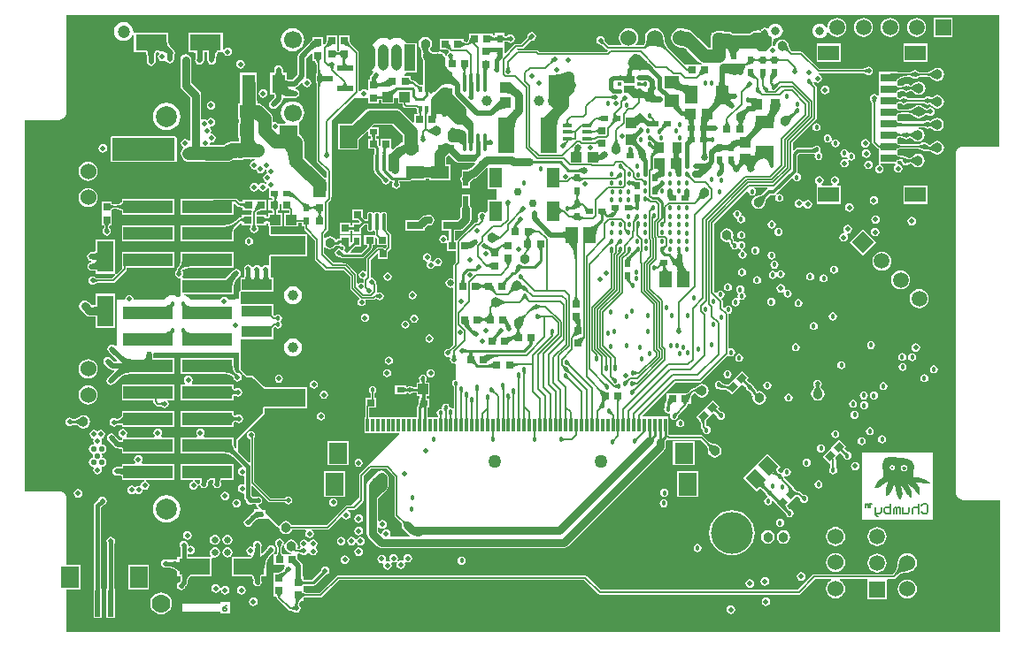
<source format=gbl>
%FSLAX25Y25*%
%MOIN*%
G70*
G01*
G75*
G04 Layer_Physical_Order=6*
G04 Layer_Color=16711680*
%ADD10C,0.00500*%
%ADD11C,0.03000*%
%ADD12C,0.02000*%
%ADD13C,0.01000*%
%ADD14C,0.00800*%
%ADD15C,0.01500*%
%ADD16C,0.00700*%
%ADD17C,0.01200*%
%ADD18C,0.05000*%
%ADD19C,0.02200*%
%ADD20C,0.00600*%
%ADD21C,0.01400*%
%ADD22C,0.01800*%
%ADD23C,0.04000*%
%ADD24C,0.02500*%
%ADD25R,0.02362X0.03150*%
%ADD26R,0.09055X0.09055*%
%ADD27R,0.06299X0.03347*%
%ADD28P,0.05568X4X180.0*%
%ADD29R,0.03937X0.04331*%
%ADD30R,0.03150X0.02362*%
%ADD31R,0.03150X0.02756*%
%ADD32R,0.05118X0.07087*%
%ADD33O,0.06693X0.01378*%
%ADD34R,0.02756X0.03150*%
%ADD35R,0.03937X0.03937*%
%ADD36R,0.10236X0.10236*%
%ADD37O,0.00984X0.03150*%
%ADD38O,0.03150X0.00984*%
%ADD39R,0.09449X0.07874*%
G04:AMPARAMS|DCode=40|XSize=23.62mil|YSize=31.5mil|CornerRadius=0mil|HoleSize=0mil|Usage=FLASHONLY|Rotation=135.000|XOffset=0mil|YOffset=0mil|HoleType=Round|Shape=Rectangle|*
%AMROTATEDRECTD40*
4,1,4,0.01949,0.00278,-0.00278,-0.01949,-0.01949,-0.00278,0.00278,0.01949,0.01949,0.00278,0.0*
%
%ADD40ROTATEDRECTD40*%

G04:AMPARAMS|DCode=41|XSize=23.62mil|YSize=31.5mil|CornerRadius=0mil|HoleSize=0mil|Usage=FLASHONLY|Rotation=225.000|XOffset=0mil|YOffset=0mil|HoleType=Round|Shape=Rectangle|*
%AMROTATEDRECTD41*
4,1,4,-0.00278,0.01949,0.01949,-0.00278,0.00278,-0.01949,-0.01949,0.00278,-0.00278,0.01949,0.0*
%
%ADD41ROTATEDRECTD41*%

%ADD42R,0.05512X0.07284*%
%ADD43R,0.02756X0.01496*%
G04:AMPARAMS|DCode=44|XSize=27.56mil|YSize=31.5mil|CornerRadius=0mil|HoleSize=0mil|Usage=FLASHONLY|Rotation=135.000|XOffset=0mil|YOffset=0mil|HoleType=Round|Shape=Rectangle|*
%AMROTATEDRECTD44*
4,1,4,0.02088,0.00139,-0.00139,-0.02088,-0.02088,-0.00139,0.00139,0.02088,0.02088,0.00139,0.0*
%
%ADD44ROTATEDRECTD44*%

%ADD45C,0.03800*%
G04:AMPARAMS|DCode=46|XSize=15.75mil|YSize=45.28mil|CornerRadius=0mil|HoleSize=0mil|Usage=FLASHONLY|Rotation=225.000|XOffset=0mil|YOffset=0mil|HoleType=Round|Shape=Round|*
%AMOVALD46*
21,1,0.02953,0.01575,0.00000,0.00000,315.0*
1,1,0.01575,-0.01044,0.01044*
1,1,0.01575,0.01044,-0.01044*
%
%ADD46OVALD46*%

G04:AMPARAMS|DCode=47|XSize=27.56mil|YSize=31.5mil|CornerRadius=0mil|HoleSize=0mil|Usage=FLASHONLY|Rotation=225.000|XOffset=0mil|YOffset=0mil|HoleType=Round|Shape=Rectangle|*
%AMROTATEDRECTD47*
4,1,4,-0.00139,0.02088,0.02088,-0.00139,0.00139,-0.02088,-0.02088,0.00139,-0.00139,0.02088,0.0*
%
%ADD47ROTATEDRECTD47*%

%ADD48R,0.01969X0.00984*%
G04:AMPARAMS|DCode=49|XSize=9.84mil|YSize=19.69mil|CornerRadius=0mil|HoleSize=0mil|Usage=FLASHONLY|Rotation=225.000|XOffset=0mil|YOffset=0mil|HoleType=Round|Shape=Rectangle|*
%AMROTATEDRECTD49*
4,1,4,-0.00348,0.01044,0.01044,-0.00348,0.00348,-0.01044,-0.01044,0.00348,-0.00348,0.01044,0.0*
%
%ADD49ROTATEDRECTD49*%

%ADD50R,0.00984X0.01969*%
G04:AMPARAMS|DCode=51|XSize=59.06mil|YSize=51.18mil|CornerRadius=0mil|HoleSize=0mil|Usage=FLASHONLY|Rotation=45.000|XOffset=0mil|YOffset=0mil|HoleType=Round|Shape=Rectangle|*
%AMROTATEDRECTD51*
4,1,4,-0.00278,-0.03897,-0.03897,-0.00278,0.00278,0.03897,0.03897,0.00278,-0.00278,-0.03897,0.0*
%
%ADD51ROTATEDRECTD51*%

%ADD52R,0.03543X0.03937*%
%ADD53R,0.03937X0.03937*%
%ADD54R,0.07087X0.05118*%
%ADD55R,0.05118X0.05906*%
%ADD56R,0.01378X0.02756*%
%ADD57R,0.05118X0.03543*%
%ADD58O,0.02953X0.07087*%
%ADD59R,0.02362X0.07087*%
G04:AMPARAMS|DCode=60|XSize=55.12mil|YSize=59.06mil|CornerRadius=0mil|HoleSize=0mil|Usage=FLASHONLY|Rotation=135.000|XOffset=0mil|YOffset=0mil|HoleType=Round|Shape=Rectangle|*
%AMROTATEDRECTD60*
4,1,4,0.04037,0.00139,-0.00139,-0.04037,-0.04037,-0.00139,0.00139,0.04037,0.04037,0.00139,0.0*
%
%ADD60ROTATEDRECTD60*%

%ADD61R,0.05512X0.04724*%
%ADD62C,0.01496*%
%ADD63R,0.01575X0.01378*%
%ADD64R,0.01378X0.01575*%
%ADD65R,0.04331X0.03937*%
%ADD66R,0.05906X0.05512*%
%ADD67O,0.01181X0.07087*%
%ADD68O,0.07087X0.01181*%
%ADD69R,0.04724X0.07874*%
%ADD70R,0.06299X0.01181*%
%ADD71R,0.03150X0.06299*%
%ADD72R,0.10630X0.05118*%
%ADD73R,0.06299X0.13386*%
%ADD74R,0.04331X0.02559*%
%ADD75R,0.05906X0.05118*%
%ADD76R,0.04724X0.05512*%
%ADD77R,0.05906X0.02362*%
%ADD78R,0.10000X0.05000*%
%ADD79R,0.03347X0.06299*%
%ADD80R,0.11024X0.08661*%
%ADD81R,0.11024X0.11024*%
%ADD82R,0.11024X0.11024*%
%ADD83R,0.10236X0.07874*%
%ADD84R,0.02362X0.03543*%
%ADD85R,0.03543X0.02362*%
%ADD86R,0.04400X0.11300*%
%ADD87R,0.07087X0.18110*%
%ADD88R,0.02165X0.05709*%
%ADD89R,0.10400X0.10600*%
%ADD90R,0.08500X0.10400*%
%ADD91R,0.08800X0.10500*%
%ADD92C,0.03937*%
%ADD93R,0.05906X0.05906*%
%ADD94C,0.05906*%
%ADD95C,0.06000*%
%ADD96C,0.07000*%
%ADD97C,0.07874*%
%ADD98C,0.08661*%
%ADD99C,0.07087*%
%ADD100R,0.05906X0.05906*%
%ADD101C,0.15748*%
%ADD102P,0.08352X4X360.0*%
%ADD103C,0.03150*%
%ADD104C,0.05000*%
%ADD105C,0.06693*%
%ADD106C,0.04724*%
%ADD107C,0.02000*%
%ADD108C,0.03000*%
%ADD109C,0.01800*%
%ADD110C,0.02500*%
%ADD111C,0.02598*%
%ADD112C,0.02300*%
%ADD113C,0.00787*%
%ADD114C,0.04400*%
%ADD115R,0.11600X0.03000*%
%ADD116R,0.02600X0.03000*%
%ADD117C,0.04359*%
%ADD118C,0.05816*%
%ADD119C,0.05343*%
%ADD120C,0.05300*%
%ADD121C,0.10068*%
%ADD122C,0.07706*%
%ADD123C,0.05343*%
%ADD124C,0.06524*%
%ADD125C,0.06800*%
%ADD126C,0.08493*%
%ADD127C,0.06918*%
%ADD128C,0.02800*%
%ADD129C,0.03300*%
%ADD130C,0.02600*%
%ADD131C,0.00400*%
%ADD132R,0.02700X0.03000*%
%ADD133R,0.11500X0.03000*%
%ADD134C,0.03099*%
%ADD135C,0.03099*%
%ADD136C,0.02400*%
%ADD137R,0.06693X0.08661*%
%ADD138R,0.18701X0.05000*%
%ADD139O,0.18701X0.05000*%
G04:AMPARAMS|DCode=140|XSize=59.06mil|YSize=51.18mil|CornerRadius=0mil|HoleSize=0mil|Usage=FLASHONLY|Rotation=315.000|XOffset=0mil|YOffset=0mil|HoleType=Round|Shape=Rectangle|*
%AMROTATEDRECTD140*
4,1,4,-0.03897,0.00278,-0.00278,0.03897,0.03897,-0.00278,0.00278,-0.03897,-0.03897,0.00278,0.0*
%
%ADD140ROTATEDRECTD140*%

%ADD141R,0.07874X0.05709*%
%ADD142R,0.05906X0.03150*%
%ADD143R,0.01654X0.01654*%
%ADD144R,0.03937X0.03150*%
%ADD145R,0.05118X0.07480*%
%ADD146R,0.18110X0.07087*%
%ADD147R,0.11300X0.04400*%
%ADD148O,0.01378X0.06693*%
%ADD149R,0.01575X0.01969*%
%ADD150R,0.03347X0.01575*%
%ADD151R,0.06299X0.03150*%
%ADD152R,0.01181X0.05118*%
%ADD153R,0.07087X0.08661*%
%ADD154R,0.07087X0.07874*%
%ADD155R,0.06299X0.11811*%
%ADD156R,0.11811X0.06299*%
%ADD157R,0.01969X0.09843*%
%ADD158R,0.06693X0.07874*%
%ADD159R,0.23700X0.08500*%
%ADD160R,0.52500X0.10600*%
%ADD161O,0.03937X0.09843*%
%ADD162R,0.03937X0.09843*%
G36*
X354202Y198628D02*
Y185704D01*
X340600D01*
X339869Y185608D01*
X339188Y185325D01*
X338603Y184877D01*
X338154Y184292D01*
X337872Y183611D01*
X337776Y182880D01*
X337776Y182879D01*
Y55300D01*
X337872Y54569D01*
X338154Y53888D01*
X338603Y53303D01*
X339188Y52854D01*
X339869Y52572D01*
X340600Y52476D01*
X340820Y52505D01*
X340925Y52491D01*
X354519D01*
Y39567D01*
Y2824D01*
X2824D01*
Y18805D01*
X7994D01*
Y27880D01*
X2824D01*
Y52958D01*
X2728Y53689D01*
X2446Y54370D01*
X1997Y54955D01*
X1412Y55404D01*
X731Y55686D01*
X0Y55783D01*
X-12985D01*
Y195803D01*
X0D01*
X731Y195900D01*
X1412Y196182D01*
X1997Y196631D01*
X2446Y197216D01*
X2728Y197897D01*
X2824Y198628D01*
Y235376D01*
X354202D01*
Y198628D01*
D02*
G37*
%LPC*%
G36*
X305408Y79915D02*
X304822Y79799D01*
X304326Y79467D01*
X303995Y78971D01*
X303878Y78386D01*
X303995Y77801D01*
X304326Y77304D01*
X304822Y76973D01*
X305408Y76856D01*
X305993Y76973D01*
X306489Y77304D01*
X306821Y77801D01*
X306937Y78386D01*
X306821Y78971D01*
X306489Y79467D01*
X305993Y79799D01*
X305408Y79915D01*
D02*
G37*
G36*
X15800Y78931D02*
X15176Y78807D01*
X14647Y78453D01*
X14354D01*
X13824Y78807D01*
X13200Y78931D01*
X12576Y78807D01*
X12047Y78453D01*
X11693Y77924D01*
X11569Y77300D01*
X11693Y76676D01*
X12047Y76147D01*
X12576Y75793D01*
X12942Y75720D01*
X13134Y75258D01*
X13111Y75224D01*
X12987Y74600D01*
X13111Y73976D01*
X13146Y73923D01*
X13082Y73601D01*
X12998Y73397D01*
X12360Y73270D01*
X11782Y72884D01*
X11395Y72305D01*
X11259Y71622D01*
X11395Y70939D01*
X11782Y70360D01*
X12360Y69973D01*
X12624Y69921D01*
X12902Y69505D01*
X12834Y69161D01*
X12902Y68818D01*
X12624Y68402D01*
X12360Y68349D01*
X11782Y67962D01*
X11395Y67384D01*
X11259Y66701D01*
X11395Y66018D01*
X11782Y65439D01*
X12360Y65052D01*
X12936Y64938D01*
X13127Y64476D01*
X13093Y64424D01*
X12969Y63800D01*
X13093Y63176D01*
X13446Y62647D01*
X13976Y62293D01*
X14600Y62169D01*
X15224Y62293D01*
X15754Y62647D01*
X16107Y63176D01*
X16231Y63800D01*
X16107Y64424D01*
X16098Y64438D01*
X16193Y64916D01*
X16876Y65052D01*
X17455Y65439D01*
X17841Y66018D01*
X17977Y66701D01*
X17841Y67384D01*
X17455Y67962D01*
X16876Y68349D01*
X16270Y68470D01*
X16267Y68479D01*
X16402Y69161D01*
X16267Y69844D01*
X16270Y69853D01*
X16876Y69973D01*
X17455Y70360D01*
X17841Y70939D01*
X17977Y71622D01*
X17841Y72305D01*
X17455Y72884D01*
X16876Y73270D01*
X16239Y73397D01*
X16154Y73602D01*
X16090Y73923D01*
X16125Y73976D01*
X16250Y74600D01*
X16125Y75224D01*
X16075Y75300D01*
X16266Y75761D01*
X16424Y75793D01*
X16953Y76147D01*
X17307Y76676D01*
X17431Y77300D01*
X17307Y77924D01*
X16953Y78453D01*
X16424Y78807D01*
X15800Y78931D01*
D02*
G37*
G36*
X37200Y79431D02*
X36576Y79307D01*
X36046Y78953D01*
X35693Y78424D01*
X35569Y77800D01*
X35693Y77176D01*
X36046Y76647D01*
X35729Y76171D01*
X25600D01*
X25364Y76612D01*
X25607Y76976D01*
X25731Y77600D01*
X25607Y78224D01*
X25253Y78754D01*
X24724Y79107D01*
X24100Y79231D01*
X23476Y79107D01*
X22946Y78754D01*
X22593Y78224D01*
X22469Y77600D01*
X22593Y76976D01*
X22946Y76446D01*
X23476Y76093D01*
X23668Y76055D01*
Y75131D01*
X22876D01*
X20890Y77117D01*
X20360Y77471D01*
X19736Y77595D01*
X19112Y77471D01*
X18583Y77117D01*
X18229Y76588D01*
X18105Y75964D01*
X18229Y75340D01*
X18583Y74810D01*
X21046Y72347D01*
X21576Y71993D01*
X22200Y71869D01*
X22270D01*
X23041Y71767D01*
X23668Y71508D01*
Y69971D01*
X43569D01*
Y76171D01*
X38671D01*
X38353Y76647D01*
X38707Y77176D01*
X38831Y77800D01*
X38707Y78424D01*
X38353Y78953D01*
X37824Y79307D01*
X37200Y79431D01*
D02*
G37*
G36*
X310067Y76892D02*
X309482Y76776D01*
X308986Y76444D01*
X308654Y75948D01*
X308538Y75363D01*
X308654Y74777D01*
X308986Y74281D01*
X309482Y73950D01*
X310067Y73833D01*
X310653Y73950D01*
X311149Y74281D01*
X311480Y74777D01*
X311597Y75363D01*
X311480Y75948D01*
X311149Y76444D01*
X310653Y76776D01*
X310067Y76892D01*
D02*
G37*
G36*
X292436Y78840D02*
X291851Y78724D01*
X291355Y78392D01*
X291023Y77896D01*
X290907Y77311D01*
X291023Y76726D01*
X291355Y76229D01*
X291851Y75898D01*
X292436Y75781D01*
X293021Y75898D01*
X293518Y76229D01*
X293849Y76726D01*
X293966Y77311D01*
X293849Y77896D01*
X293518Y78392D01*
X293021Y78724D01*
X292436Y78840D01*
D02*
G37*
G36*
X299674Y86078D02*
X299089Y85962D01*
X298593Y85630D01*
X298261Y85134D01*
X298145Y84549D01*
X298261Y83964D01*
X298593Y83468D01*
X299089Y83136D01*
X299674Y83020D01*
X300260Y83136D01*
X300756Y83468D01*
X301087Y83964D01*
X301204Y84549D01*
X301087Y85134D01*
X300756Y85630D01*
X300260Y85962D01*
X299674Y86078D01*
D02*
G37*
G36*
X9200Y84449D02*
X8225Y84255D01*
X7398Y83702D01*
X7337Y83612D01*
X6690Y83179D01*
X5918Y83026D01*
X5820Y83039D01*
Y83022D01*
X5255D01*
X5207Y83045D01*
X5207Y83045D01*
X5185Y83054D01*
X5163Y83063D01*
X5153Y83053D01*
X4624Y83407D01*
X4000Y83531D01*
X3376Y83407D01*
X2847Y83053D01*
X2493Y82524D01*
X2369Y81900D01*
X2493Y81276D01*
X2847Y80747D01*
X3376Y80393D01*
X4000Y80269D01*
X4624Y80393D01*
X4624Y80393D01*
X5163Y80737D01*
Y80737D01*
X5207Y80755D01*
Y80755D01*
D01*
Y80755D01*
D01*
Y80755D01*
D01*
D01*
Y80755D01*
D01*
D01*
X5207Y80778D01*
X5820D01*
Y80761D01*
X5918Y80774D01*
X6690Y80621D01*
X7337Y80189D01*
X7398Y80098D01*
X8225Y79545D01*
X9200Y79351D01*
X10176Y79545D01*
X11002Y80098D01*
X11555Y80924D01*
X11749Y81900D01*
X11555Y82876D01*
X11002Y83702D01*
X10176Y84255D01*
X9200Y84449D01*
D02*
G37*
G36*
X43569Y86171D02*
X23668D01*
Y84118D01*
X23474Y83865D01*
X22661Y83242D01*
X21804Y82887D01*
X21324Y83207D01*
X20700Y83331D01*
X20076Y83207D01*
X19546Y82854D01*
X19193Y82324D01*
X19069Y81700D01*
X19193Y81076D01*
X19546Y80546D01*
X20076Y80193D01*
X20700Y80069D01*
X21324Y80193D01*
X21854Y80546D01*
X21867Y80566D01*
X22083Y80656D01*
Y80656D01*
X22083Y80656D01*
X22099Y80656D01*
D01*
D01*
X22099D01*
D01*
X22129D01*
X22149Y80652D01*
Y80652D01*
X22149Y80652D01*
X22149Y80656D01*
X22149Y80662D01*
X22285Y80680D01*
X23497D01*
X23497Y80663D01*
D01*
D01*
Y80663D01*
X23497D01*
X23668Y80509D01*
Y79971D01*
X43569D01*
Y86171D01*
D02*
G37*
G36*
X234055Y82936D02*
X233470Y82819D01*
X232974Y82488D01*
X232642Y81991D01*
X232526Y81406D01*
X232642Y80821D01*
X232974Y80325D01*
X233470Y79993D01*
X234055Y79877D01*
X234640Y79993D01*
X235137Y80325D01*
X235468Y80821D01*
X235584Y81406D01*
X235468Y81991D01*
X235137Y82488D01*
X234640Y82819D01*
X234055Y82936D01*
D02*
G37*
G36*
X65856Y86171D02*
X45955D01*
Y79971D01*
X65856D01*
Y81630D01*
X65974Y81720D01*
X66552Y81960D01*
X66617Y81917D01*
X66617Y81917D01*
X67147Y81564D01*
X67771Y81440D01*
X68395Y81564D01*
X68924Y81917D01*
X69278Y82447D01*
X69402Y83071D01*
X69278Y83695D01*
X68924Y84224D01*
X68395Y84578D01*
X67771Y84702D01*
X67147Y84578D01*
X66617Y84224D01*
X66617Y84225D01*
X66552Y84182D01*
X65974Y84422D01*
X65856Y84512D01*
Y86171D01*
D02*
G37*
G36*
X302385Y76130D02*
X301799Y76013D01*
X301303Y75682D01*
X300972Y75186D01*
X300855Y74600D01*
X300972Y74015D01*
X301303Y73519D01*
X301799Y73188D01*
X302385Y73071D01*
X302970Y73188D01*
X303466Y73519D01*
X303798Y74015D01*
X303914Y74600D01*
X303798Y75186D01*
X303466Y75682D01*
X302970Y76013D01*
X302385Y76130D01*
D02*
G37*
G36*
X29900Y69431D02*
X29276Y69307D01*
X28747Y68954D01*
X28393Y68424D01*
X28269Y67800D01*
X28393Y67176D01*
X28747Y66646D01*
X28429Y66171D01*
X23668D01*
Y64896D01*
X23638Y64890D01*
X21800D01*
X21176Y64766D01*
X20647Y64413D01*
X20293Y63883D01*
X20169Y63259D01*
X20293Y62635D01*
X20647Y62106D01*
X21176Y61752D01*
X21800Y61628D01*
X22722D01*
X23374Y61542D01*
X23668Y61420D01*
Y59971D01*
X32059D01*
X32108Y59473D01*
X31776Y59407D01*
X31247Y59053D01*
X30893Y58524D01*
X30769Y57900D01*
X30212Y57789D01*
X30000Y57831D01*
X29376Y57707D01*
X28846Y57354D01*
D01*
X28554Y57454D01*
X28554Y57454D01*
Y57454D01*
X28024Y57807D01*
X27400Y57931D01*
X26776Y57807D01*
X26247Y57454D01*
X25893Y56924D01*
X25769Y56300D01*
X25893Y55676D01*
X26247Y55146D01*
X26776Y54793D01*
X27400Y54669D01*
X28024Y54793D01*
X28554Y55146D01*
D01*
X28554Y55146D01*
X28846Y55046D01*
X28846Y55046D01*
Y55046D01*
X29376Y54693D01*
X30000Y54569D01*
X30624Y54693D01*
X31154Y55046D01*
X31507Y55576D01*
X31631Y56200D01*
X32188Y56311D01*
X32400Y56269D01*
X33024Y56393D01*
X33553Y56747D01*
X33907Y57276D01*
X34031Y57900D01*
X33907Y58524D01*
X33553Y59053D01*
X33024Y59407D01*
X32692Y59473D01*
X32741Y59971D01*
X43569D01*
Y66171D01*
X31371D01*
X31054Y66646D01*
X31407Y67176D01*
X31531Y67800D01*
X31407Y68424D01*
X31054Y68954D01*
X30524Y69307D01*
X29900Y69431D01*
D02*
G37*
G36*
X299900Y66831D02*
X299276Y66707D01*
X298746Y66353D01*
X298393Y65824D01*
X298269Y65200D01*
X298393Y64576D01*
X298746Y64047D01*
X299276Y63693D01*
X299900Y63569D01*
X300524Y63693D01*
X301054Y64047D01*
X301407Y64576D01*
X301531Y65200D01*
X301407Y65824D01*
X301054Y66353D01*
X300524Y66707D01*
X299900Y66831D01*
D02*
G37*
G36*
X65856Y66171D02*
X45955D01*
Y59971D01*
X50359D01*
X50408Y59473D01*
X50076Y59407D01*
X49547Y59053D01*
X49193Y58524D01*
X49069Y57900D01*
X49193Y57276D01*
X49547Y56747D01*
X50076Y56393D01*
X50700Y56269D01*
X51324Y56393D01*
X51854Y56747D01*
X52207Y57276D01*
X52331Y57900D01*
X52207Y58524D01*
X51854Y59053D01*
X51324Y59407D01*
X50992Y59473D01*
X51041Y59971D01*
X53224D01*
Y59320D01*
X53093Y59124D01*
X52969Y58500D01*
X53093Y57876D01*
X53447Y57346D01*
X53976Y56993D01*
X54600Y56869D01*
X55224Y56993D01*
X55753Y57346D01*
X56107Y57876D01*
X56231Y58500D01*
X56113Y59092D01*
X56120Y59127D01*
X56579Y59814D01*
X56814Y59971D01*
X58224D01*
Y59341D01*
X58220Y59315D01*
X58093Y59124D01*
X57969Y58500D01*
X58093Y57876D01*
X58447Y57346D01*
X58976Y56993D01*
X59600Y56869D01*
X60224Y56993D01*
X60754Y57346D01*
X61107Y57876D01*
X61231Y58500D01*
X61107Y59124D01*
X60977Y59319D01*
X61107Y59971D01*
X65856D01*
Y66171D01*
D02*
G37*
G36*
X228051Y56647D02*
X227466Y56531D01*
X226970Y56200D01*
X226638Y55703D01*
X226522Y55118D01*
X226638Y54533D01*
X226970Y54037D01*
X227466Y53705D01*
X228051Y53589D01*
X228637Y53705D01*
X229133Y54037D01*
X229464Y54533D01*
X229581Y55118D01*
X229464Y55703D01*
X229133Y56200D01*
X228637Y56531D01*
X228051Y56647D01*
D02*
G37*
G36*
X286099Y59844D02*
X285514Y59728D01*
X285017Y59396D01*
X284686Y58900D01*
X284570Y58315D01*
X284686Y57730D01*
X285017Y57233D01*
X285514Y56902D01*
X286099Y56785D01*
X286684Y56902D01*
X287180Y57233D01*
X287512Y57730D01*
X287628Y58315D01*
X287512Y58900D01*
X287180Y59396D01*
X286684Y59728D01*
X286099Y59844D01*
D02*
G37*
G36*
X287008Y73412D02*
X286422Y73295D01*
X285926Y72964D01*
X285595Y72467D01*
X285478Y71882D01*
X285595Y71297D01*
X285926Y70801D01*
X286422Y70469D01*
X287008Y70353D01*
X287593Y70469D01*
X288089Y70801D01*
X288421Y71297D01*
X288537Y71882D01*
X288421Y72467D01*
X288089Y72964D01*
X287593Y73295D01*
X287008Y73412D01*
D02*
G37*
G36*
X293976Y75176D02*
X290901Y72101D01*
Y72101D01*
X290636Y71836D01*
X290636Y71836D01*
X290636Y71836D01*
X287560Y68760D01*
X290079Y66241D01*
X290167Y66329D01*
X290629Y66138D01*
Y64829D01*
X290606D01*
X290608Y64819D01*
X290562Y64709D01*
X290567Y64704D01*
X290236Y64207D01*
X290119Y63622D01*
X290236Y63037D01*
X290567Y62541D01*
X291064Y62209D01*
X291649Y62093D01*
X292234Y62209D01*
X292730Y62541D01*
X293062Y63037D01*
X293178Y63622D01*
X293062Y64207D01*
X292730Y64704D01*
X292736Y64709D01*
X292714Y64769D01*
X292692Y64829D01*
X292692Y64829D01*
X292668Y64853D01*
Y67747D01*
X292591Y68137D01*
X292370Y68468D01*
X292338Y68500D01*
X293155Y69317D01*
X293155Y69317D01*
X293420Y69582D01*
Y69582D01*
X294164Y70327D01*
X295393Y69098D01*
X295393Y69098D01*
X295378Y69083D01*
X295455Y69031D01*
X295543Y68587D01*
X295875Y68090D01*
X296371Y67759D01*
X296956Y67643D01*
X297541Y67759D01*
X298038Y68090D01*
X298369Y68587D01*
X298485Y69172D01*
X298369Y69757D01*
X298038Y70253D01*
X297541Y70585D01*
X297008Y70691D01*
X297003Y70708D01*
X296978Y70718D01*
X296956Y70727D01*
Y70727D01*
Y70727D01*
X296936Y70727D01*
X295750Y71913D01*
X296495Y72657D01*
X293976Y75176D01*
D02*
G37*
G36*
X239580Y74616D02*
X231293D01*
Y65542D01*
X239580D01*
Y74616D01*
D02*
G37*
G36*
X281579Y67983D02*
X280994Y67867D01*
X280498Y67535D01*
X280166Y67039D01*
X280050Y66454D01*
X280166Y65868D01*
X280498Y65372D01*
X280994Y65041D01*
X281579Y64924D01*
X282164Y65041D01*
X282661Y65372D01*
X282992Y65868D01*
X283108Y66454D01*
X282992Y67039D01*
X282661Y67535D01*
X282164Y67867D01*
X281579Y67983D01*
D02*
G37*
G36*
X266950Y69947D02*
X262483Y65479D01*
X262483D01*
X262217Y65214D01*
Y65214D01*
X257750Y60747D01*
X262774Y55722D01*
X263846Y56795D01*
X264352Y56585D01*
X265005Y56084D01*
X265006Y56085D01*
X265619Y55472D01*
X265691Y55384D01*
X265699Y55392D01*
X265699Y55392D01*
X266218Y54873D01*
X266262Y54767D01*
X266262Y54767D01*
X266268Y54766D01*
X266356Y54323D01*
X266687Y53827D01*
D01*
Y53827D01*
Y53827D01*
X266687Y53827D01*
X266687D01*
X266588Y53404D01*
X266518Y53391D01*
X266021Y53059D01*
X265690Y52563D01*
X265574Y51977D01*
X265690Y51392D01*
X266021Y50896D01*
X266518Y50564D01*
X267103Y50448D01*
X267688Y50564D01*
X268184Y50896D01*
X268516Y51392D01*
X268609Y51859D01*
X268838Y51928D01*
X269163Y51928D01*
X269151Y51916D01*
X269151Y51916D01*
X269256Y51835D01*
X269844Y51248D01*
Y51043D01*
Y51043D01*
X272362Y48524D01*
X272476Y48638D01*
X273141Y47972D01*
X273219Y47870D01*
X273231Y47882D01*
X273691Y47422D01*
X273735Y47317D01*
X273735Y47317D01*
X273741Y47315D01*
X273829Y46872D01*
X274160Y46376D01*
X274657Y46045D01*
X275242Y45928D01*
X275827Y46045D01*
X276323Y46376D01*
X276655Y46872D01*
X276771Y47458D01*
X276655Y48043D01*
X276323Y48539D01*
X275827Y48871D01*
X275385Y48959D01*
X275383Y48964D01*
X275383Y48964D01*
X275277Y49008D01*
X275151Y49134D01*
X275277Y49008D01*
X274817Y49468D01*
X274817Y49468D01*
X274817Y49468D01*
X274765Y49520D01*
X274321Y50185D01*
X274272Y50434D01*
X275438Y51600D01*
Y51600D01*
X275703Y51865D01*
X275703Y51865D01*
X275703Y51865D01*
X277449Y53612D01*
X277453Y53614D01*
X277473Y53603D01*
D01*
X277473Y53603D01*
X277561Y53639D01*
X277561D01*
Y53639D01*
X277561D01*
X277563Y53643D01*
X278472D01*
X279096Y53019D01*
X279096Y53019D01*
X279083Y53007D01*
X279083Y53007D01*
X279083Y53006D01*
X279079Y53002D01*
X279088Y52996D01*
X279133Y52886D01*
X279141D01*
X279257Y52301D01*
X279589Y51805D01*
X280085Y51473D01*
X280670Y51357D01*
X281256Y51473D01*
X281752Y51805D01*
X282083Y52301D01*
X282200Y52886D01*
X282083Y53471D01*
X281752Y53968D01*
X281256Y54299D01*
X280670Y54416D01*
Y54423D01*
X280612Y54450D01*
X280555Y54478D01*
Y54478D01*
X280521Y54478D01*
X279615Y55383D01*
X279284Y55604D01*
X278894Y55682D01*
X278795D01*
X278121Y55816D01*
X277534Y56208D01*
X277533Y56214D01*
Y56214D01*
X277449Y56270D01*
X277001Y56718D01*
Y56735D01*
X276923Y57125D01*
X276702Y57456D01*
X276050Y58109D01*
X275955Y58232D01*
X275941Y58217D01*
X274662Y59496D01*
X274584Y59592D01*
X274575Y59583D01*
X274575Y59583D01*
X273367Y60791D01*
X273367Y60791D01*
X273380Y60804D01*
X273380D01*
Y60804D01*
D01*
X273380Y60804D01*
Y60804D01*
D01*
D01*
X273380Y60804D01*
X273235Y61153D01*
X273191Y61260D01*
X273191Y61300D01*
X273593Y61568D01*
X273642Y61535D01*
X274228Y61418D01*
X274813Y61535D01*
X275309Y61866D01*
X275641Y62363D01*
X275757Y62948D01*
X275641Y63533D01*
X275309Y64029D01*
X274813Y64361D01*
X274228Y64477D01*
X273642Y64361D01*
X273146Y64029D01*
X272815Y63533D01*
X272698Y62948D01*
X272705Y62917D01*
X272289Y62639D01*
X272239Y62673D01*
X271654Y62789D01*
Y62797D01*
X271407Y62846D01*
X271404Y62849D01*
X271155Y63173D01*
X270882Y63831D01*
X271974Y64923D01*
X266950Y69947D01*
D02*
G37*
G36*
X65856Y106171D02*
X45955D01*
Y99971D01*
X62667D01*
X62756Y99953D01*
Y99953D01*
X62765Y99961D01*
X64004Y99798D01*
X65166Y99316D01*
X65610Y98976D01*
X65664Y98700D01*
X65669D01*
X65793Y98076D01*
X66146Y97546D01*
X66676Y97193D01*
X67300Y97069D01*
X67924Y97193D01*
X68454Y97546D01*
X68807Y98076D01*
X68931Y98700D01*
X68807Y99324D01*
X68454Y99853D01*
X67924Y100207D01*
X67300Y100331D01*
Y100336D01*
X67011Y100393D01*
X66852Y100499D01*
X66405Y101082D01*
X66007Y102041D01*
X65872Y103069D01*
X65873Y103071D01*
X65873D01*
X65856Y103159D01*
Y106171D01*
D02*
G37*
G36*
X257362Y101161D02*
X254287Y98085D01*
D01*
X254021Y97820D01*
Y97820D01*
X252275Y96073D01*
X252272Y96071D01*
X252251Y96082D01*
Y96082D01*
X252163Y96046D01*
X252163D01*
Y96046D01*
X252163D01*
X252162Y96042D01*
X251814D01*
Y96046D01*
X251007Y96152D01*
X250255Y96464D01*
X249623Y96948D01*
X249613Y96964D01*
X249117Y97295D01*
X248531Y97412D01*
X247946Y97295D01*
X247450Y96964D01*
X247118Y96468D01*
X247002Y95882D01*
X247118Y95297D01*
X247450Y94801D01*
X247946Y94469D01*
X248368Y94385D01*
X248833Y94193D01*
X249001Y94081D01*
X249391Y94003D01*
X249821D01*
X249883Y93995D01*
Y94003D01*
X250930D01*
X251604Y93869D01*
X252191Y93477D01*
X252191Y93471D01*
Y93471D01*
X252275Y93415D01*
X253465Y92225D01*
X256540Y95301D01*
Y95301D01*
X256805Y95566D01*
X256805Y95566D01*
X256805Y95566D01*
X257346Y96107D01*
X257574Y96103D01*
X257574Y96103D01*
X257578Y96107D01*
Y96107D01*
D01*
X258658Y95026D01*
X258702Y94921D01*
X258702Y94921D01*
X258708Y94919D01*
X258796Y94477D01*
X259127Y93981D01*
X259624Y93649D01*
X259925Y93589D01*
X260123Y93390D01*
X260200Y93275D01*
X260219Y93294D01*
X260220Y93294D01*
X260578Y92935D01*
Y92900D01*
X260578Y92900D01*
X260664Y92471D01*
X260907Y92107D01*
X261307Y91707D01*
X261307Y91707D01*
X261378Y91636D01*
X261251Y91000D01*
X261445Y90025D01*
X261998Y89198D01*
X262825Y88645D01*
X263800Y88451D01*
X264775Y88645D01*
X265602Y89198D01*
X266155Y90025D01*
X266349Y91000D01*
X266155Y91975D01*
X265602Y92802D01*
X264775Y93355D01*
X263800Y93549D01*
X263051Y93400D01*
Y93400D01*
X263051Y93400D01*
X262822Y93400D01*
X262822Y93400D01*
X262736Y93829D01*
X262493Y94193D01*
X262493Y94193D01*
X261806Y94881D01*
X261812Y94887D01*
X261812D01*
Y94887D01*
D01*
X261812Y94887D01*
Y94887D01*
D01*
D01*
X261812Y94887D01*
X261757Y95021D01*
X261740Y95062D01*
X261740D01*
D01*
D01*
X261738D01*
X261622Y95647D01*
X261290Y96144D01*
X260794Y96475D01*
X260352Y96563D01*
X260350Y96569D01*
X260350Y96569D01*
X260244Y96613D01*
X259164Y97693D01*
X259164Y97693D01*
X259171Y97700D01*
X259079Y97839D01*
X259881Y98642D01*
X257362Y101161D01*
D02*
G37*
G36*
X325984Y99901D02*
X325399Y99785D01*
X324903Y99453D01*
X324571Y98957D01*
X324455Y98372D01*
X324571Y97787D01*
X324903Y97290D01*
X325399Y96959D01*
X325984Y96843D01*
X326570Y96959D01*
X327066Y97290D01*
X327397Y97787D01*
X327514Y98372D01*
X327397Y98957D01*
X327066Y99453D01*
X326570Y99785D01*
X325984Y99901D01*
D02*
G37*
G36*
X285700Y97831D02*
X285076Y97707D01*
X284546Y97354D01*
X284193Y96824D01*
X284069Y96200D01*
X284193Y95576D01*
X284546Y95047D01*
X284559Y95038D01*
X284598Y94980D01*
X284286Y94512D01*
X284146Y94419D01*
Y94419D01*
X284144Y94400D01*
X283998Y94302D01*
X283445Y93476D01*
X283251Y92500D01*
X283445Y91524D01*
X283998Y90698D01*
X284824Y90145D01*
X285800Y89951D01*
X286775Y90145D01*
X287602Y90698D01*
X288155Y91524D01*
X288349Y92500D01*
X288155Y93476D01*
X287602Y94302D01*
X287456Y94400D01*
X287454Y94419D01*
Y94419D01*
X287314Y94512D01*
X286906Y95124D01*
X287207Y95576D01*
X287331Y96200D01*
X287207Y96824D01*
X286854Y97354D01*
X286324Y97707D01*
X285700Y97831D01*
D02*
G37*
G36*
X242200Y96249D02*
X241225Y96055D01*
X240398Y95502D01*
X240228Y95249D01*
X240171Y95239D01*
X240171D01*
X240046Y95052D01*
X239510Y94694D01*
X238910Y94575D01*
X238879Y94579D01*
Y94579D01*
D01*
Y94579D01*
X238877Y94579D01*
X238877D01*
D01*
D01*
D01*
X238877Y94567D01*
X238877Y94567D01*
X238545Y94501D01*
X238264Y94313D01*
X237489Y93537D01*
X237463D01*
X237463D01*
X237377Y93426D01*
X237000Y93049D01*
X237000Y93049D01*
X236995Y93054D01*
X236549Y92756D01*
X236024Y92651D01*
Y92644D01*
X235940Y92628D01*
X233652D01*
D01*
D01*
X233652Y92628D01*
X233277D01*
Y92628D01*
X228928D01*
Y89980D01*
X228846Y89782D01*
X228833Y89770D01*
X228833Y89770D01*
X228833Y89770D01*
X228636Y89573D01*
X228393Y89209D01*
X228308Y88779D01*
X228308Y88779D01*
Y87685D01*
X228264Y87580D01*
X228264D01*
X228267Y87574D01*
X228016Y87199D01*
X227900Y86614D01*
X228016Y86029D01*
X228348Y85533D01*
X228844Y85201D01*
X229429Y85085D01*
X230014Y85201D01*
X230302Y84771D01*
X230280Y84739D01*
X230164Y84153D01*
X230280Y83568D01*
X230611Y83072D01*
X231108Y82741D01*
X231693Y82624D01*
X232278Y82741D01*
X232774Y83072D01*
X233106Y83568D01*
X233222Y84153D01*
X233230D01*
X233282Y84415D01*
X233415Y84614D01*
X233437Y84629D01*
Y84629D01*
Y84672D01*
X236440Y87675D01*
X236628Y87956D01*
X236693Y88287D01*
Y88288D01*
X236707D01*
X236783Y88672D01*
X238002D01*
Y90566D01*
X238018Y90650D01*
X238018D01*
X238009Y90661D01*
X238185Y91546D01*
X238660Y92257D01*
X238701Y92298D01*
D01*
X238701Y92298D01*
X239175Y92773D01*
X239510Y92706D01*
X240046Y92348D01*
X240171Y92161D01*
X240171Y92161D01*
X240228Y92151D01*
X240228Y92151D01*
X240398Y91898D01*
X241225Y91345D01*
X242200Y91151D01*
X243176Y91345D01*
X244002Y91898D01*
X244555Y92725D01*
X244749Y93700D01*
X244555Y94675D01*
X244002Y95502D01*
X243176Y96055D01*
X242200Y96249D01*
D02*
G37*
G36*
X317770Y104174D02*
X317184Y104057D01*
X316688Y103726D01*
X316357Y103229D01*
X316240Y102644D01*
X316357Y102059D01*
X316688Y101563D01*
X317184Y101231D01*
X317770Y101115D01*
X318355Y101231D01*
X318851Y101563D01*
X319183Y102059D01*
X319299Y102644D01*
X319183Y103229D01*
X318851Y103726D01*
X318355Y104057D01*
X317770Y104174D01*
D02*
G37*
G36*
X294685Y104817D02*
X294100Y104700D01*
X293604Y104369D01*
X293272Y103873D01*
X293156Y103287D01*
X293272Y102702D01*
X293604Y102206D01*
X294100Y101874D01*
X294685Y101758D01*
X295270Y101874D01*
X295766Y102206D01*
X296098Y102702D01*
X296214Y103287D01*
X296098Y103873D01*
X295766Y104369D01*
X295270Y104700D01*
X294685Y104817D01*
D02*
G37*
G36*
X329528Y103273D02*
X328942Y103156D01*
X328446Y102825D01*
X328115Y102329D01*
X327998Y101743D01*
X328115Y101158D01*
X328446Y100662D01*
X328942Y100330D01*
X329528Y100214D01*
X330113Y100330D01*
X330609Y100662D01*
X330941Y101158D01*
X331057Y101743D01*
X330941Y102329D01*
X330609Y102825D01*
X330113Y103156D01*
X329528Y103273D01*
D02*
G37*
G36*
X251809Y101372D02*
X251224Y101256D01*
X250728Y100924D01*
X250396Y100428D01*
X250280Y99843D01*
X250396Y99257D01*
X250728Y98761D01*
X251224Y98430D01*
X251809Y98313D01*
X252395Y98430D01*
X252891Y98761D01*
X253222Y99257D01*
X253339Y99843D01*
X253222Y100428D01*
X252891Y100924D01*
X252395Y101256D01*
X251809Y101372D01*
D02*
G37*
G36*
X11024Y105600D02*
X10084Y105476D01*
X9208Y105113D01*
X8456Y104536D01*
X7879Y103784D01*
X7516Y102908D01*
X7393Y101969D01*
X7516Y101029D01*
X7879Y100153D01*
X8456Y99401D01*
X9208Y98824D01*
X10084Y98461D01*
X11024Y98337D01*
X11963Y98461D01*
X12839Y98824D01*
X13591Y99401D01*
X14168Y100153D01*
X14531Y101029D01*
X14655Y101969D01*
X14531Y102908D01*
X14168Y103784D01*
X13591Y104536D01*
X12839Y105113D01*
X11963Y105476D01*
X11024Y105600D01*
D02*
G37*
G36*
X266831Y97140D02*
X266245Y97023D01*
X265749Y96692D01*
X265418Y96196D01*
X265301Y95610D01*
X265418Y95025D01*
X265749Y94529D01*
X266245Y94197D01*
X266831Y94081D01*
X267416Y94197D01*
X267912Y94529D01*
X268244Y95025D01*
X268360Y95610D01*
X268244Y96196D01*
X267912Y96692D01*
X267416Y97023D01*
X266831Y97140D01*
D02*
G37*
G36*
X299114Y90258D02*
X298529Y90141D01*
X298033Y89810D01*
X297701Y89313D01*
X297585Y88728D01*
X297701Y88143D01*
X298033Y87647D01*
X298529Y87315D01*
X299114Y87199D01*
X299699Y87315D01*
X300196Y87647D01*
X300527Y88143D01*
X300644Y88728D01*
X300527Y89313D01*
X300196Y89810D01*
X299699Y90141D01*
X299114Y90258D01*
D02*
G37*
G36*
X11024Y95757D02*
X10084Y95633D01*
X9208Y95271D01*
X8456Y94694D01*
X7879Y93941D01*
X7516Y93066D01*
X7393Y92126D01*
X7516Y91186D01*
X7879Y90311D01*
X8456Y89559D01*
X9208Y88981D01*
X10084Y88619D01*
X11024Y88495D01*
X11963Y88619D01*
X12839Y88981D01*
X13591Y89559D01*
X14168Y90311D01*
X14531Y91186D01*
X14655Y92126D01*
X14531Y93066D01*
X14168Y93941D01*
X13591Y94694D01*
X12839Y95271D01*
X11963Y95633D01*
X11024Y95757D01*
D02*
G37*
G36*
X43569Y96171D02*
X23668D01*
Y89971D01*
X35380D01*
Y89600D01*
X35458Y89210D01*
X35679Y88879D01*
X36479Y88079D01*
X36479D01*
X36479Y88079D01*
X36479Y88079D01*
Y88079D01*
X36810Y87858D01*
X37200Y87780D01*
X38010D01*
Y87765D01*
X38299Y87707D01*
X38543Y87543D01*
X38546Y87546D01*
X39076Y87193D01*
X39700Y87069D01*
X40324Y87193D01*
X40854Y87546D01*
X41207Y88076D01*
X41331Y88700D01*
X41207Y89324D01*
X40854Y89854D01*
X40889Y89971D01*
X43569D01*
Y96171D01*
D02*
G37*
G36*
X303293Y89697D02*
X302708Y89581D01*
X302212Y89249D01*
X301880Y88753D01*
X301764Y88168D01*
X301880Y87583D01*
X302212Y87087D01*
X302708Y86755D01*
X303293Y86639D01*
X303879Y86755D01*
X304375Y87087D01*
X304706Y87583D01*
X304823Y88168D01*
X304706Y88753D01*
X304375Y89249D01*
X303879Y89581D01*
X303293Y89697D01*
D02*
G37*
G36*
X246339Y90137D02*
X243263Y87061D01*
Y87061D01*
X242998Y86796D01*
X242998Y86796D01*
X242998Y86796D01*
X239922Y83721D01*
X241112Y82531D01*
X241168Y82447D01*
X241168Y82447D01*
X241174Y82447D01*
X241566Y81860D01*
X241700Y81186D01*
Y79980D01*
X241700Y79980D01*
X241700D01*
X241777Y79590D01*
X241999Y79259D01*
X242408Y78849D01*
X242394Y78776D01*
X242510Y78191D01*
X242842Y77695D01*
X243338Y77363D01*
X243923Y77247D01*
X244508Y77363D01*
X245005Y77695D01*
X245336Y78191D01*
X245452Y78776D01*
X245336Y79362D01*
X245005Y79858D01*
X244508Y80189D01*
X243923Y80306D01*
X243923Y80306D01*
X243923Y80306D01*
X243739Y80402D01*
Y81163D01*
X243753D01*
X243739Y81265D01*
Y82418D01*
X243742Y82419D01*
X243776Y82499D01*
X243779Y82507D01*
X243779D01*
X243779Y82507D01*
X243779D01*
X243779D01*
Y82507D01*
D01*
Y82507D01*
D01*
D01*
D01*
Y82507D01*
D01*
D01*
D01*
D01*
X243779D01*
X243768Y82528D01*
X243770Y82531D01*
X245517Y84277D01*
D01*
X245782Y84542D01*
Y84542D01*
X246355Y85116D01*
X246855D01*
X247801Y84169D01*
X247845Y84064D01*
X247845Y84064D01*
X247851Y84062D01*
X247939Y83620D01*
X248270Y83123D01*
X248766Y82792D01*
X249352Y82675D01*
X249937Y82792D01*
X250433Y83123D01*
X250765Y83620D01*
X250881Y84205D01*
X250765Y84790D01*
X250433Y85286D01*
X249937Y85618D01*
X249495Y85706D01*
X249493Y85712D01*
X249493Y85712D01*
X249387Y85755D01*
X248284Y86859D01*
X248284Y86859D01*
X248288Y86863D01*
X248255Y86888D01*
X248191Y86952D01*
X248857Y87618D01*
X246339Y90137D01*
D02*
G37*
G36*
X48800Y99331D02*
X48176Y99207D01*
X47646Y98853D01*
X47293Y98324D01*
X47169Y97700D01*
X47293Y97076D01*
X47603Y96612D01*
X47367Y96171D01*
X45955D01*
Y89971D01*
X65856D01*
Y91628D01*
X66297Y91864D01*
X66747Y91564D01*
X67371Y91439D01*
X67995Y91564D01*
X68524Y91917D01*
X68878Y92447D01*
X69002Y93071D01*
X68878Y93695D01*
X68524Y94224D01*
X67995Y94578D01*
X67371Y94702D01*
X66747Y94578D01*
X66297Y94278D01*
X65856Y94513D01*
Y96171D01*
X50233D01*
X49997Y96612D01*
X50307Y97076D01*
X50431Y97700D01*
X50307Y98324D01*
X49953Y98853D01*
X49424Y99207D01*
X48800Y99331D01*
D02*
G37*
G36*
X310531Y96935D02*
X309946Y96819D01*
X309450Y96487D01*
X309119Y95991D01*
X309002Y95406D01*
X309119Y94821D01*
X309450Y94325D01*
X309946Y93993D01*
X310531Y93877D01*
X311117Y93993D01*
X311613Y94325D01*
X311945Y94821D01*
X312061Y95406D01*
X311945Y95991D01*
X311613Y96487D01*
X311117Y96819D01*
X310531Y96935D01*
D02*
G37*
G36*
X303180Y93430D02*
X302595Y93313D01*
X302099Y92982D01*
X301767Y92485D01*
X301651Y91900D01*
X301767Y91315D01*
X302099Y90819D01*
X302595Y90487D01*
X303180Y90371D01*
X303766Y90487D01*
X304262Y90819D01*
X304593Y91315D01*
X304710Y91900D01*
X304593Y92485D01*
X304262Y92982D01*
X303766Y93313D01*
X303180Y93430D01*
D02*
G37*
G36*
X274803Y92612D02*
X274218Y92496D01*
X273722Y92164D01*
X273390Y91668D01*
X273274Y91083D01*
X273390Y90497D01*
X273722Y90001D01*
X274218Y89670D01*
X274803Y89553D01*
X275388Y89670D01*
X275885Y90001D01*
X276216Y90497D01*
X276332Y91083D01*
X276216Y91668D01*
X275885Y92164D01*
X275388Y92496D01*
X274803Y92612D01*
D02*
G37*
G36*
X306912Y93316D02*
X306327Y93200D01*
X305831Y92869D01*
X305500Y92372D01*
X305383Y91787D01*
X305500Y91202D01*
X305831Y90706D01*
X306327Y90374D01*
X306912Y90258D01*
X307498Y90374D01*
X307994Y90706D01*
X308325Y91202D01*
X308442Y91787D01*
X308325Y92372D01*
X307994Y92869D01*
X307498Y93200D01*
X306912Y93316D01*
D02*
G37*
G36*
X240958Y63395D02*
X232671D01*
Y53534D01*
X240958D01*
Y63395D01*
D02*
G37*
G36*
X308188Y32283D02*
X307261Y32161D01*
X306397Y31803D01*
X305654Y31234D01*
X305085Y30492D01*
X304727Y29627D01*
X304605Y28700D01*
X304727Y27773D01*
X305085Y26908D01*
X305654Y26166D01*
X306397Y25597D01*
X307261Y25239D01*
X308188Y25117D01*
X309116Y25239D01*
X309980Y25597D01*
X310722Y26166D01*
X311292Y26908D01*
X311649Y27773D01*
X311772Y28700D01*
X311649Y29627D01*
X311292Y30492D01*
X310722Y31234D01*
X309980Y31803D01*
X309116Y32161D01*
X308188Y32283D01*
D02*
G37*
G36*
X292500Y32474D02*
X291560Y32350D01*
X290685Y31987D01*
X289932Y31410D01*
X289355Y30658D01*
X288993Y29782D01*
X288869Y28842D01*
X288993Y27903D01*
X289355Y27027D01*
X289932Y26275D01*
X290685Y25698D01*
X291560Y25335D01*
X292500Y25211D01*
X293440Y25335D01*
X294316Y25698D01*
X295068Y26275D01*
X295645Y27027D01*
X296007Y27903D01*
X296131Y28842D01*
X296007Y29782D01*
X295645Y30658D01*
X295068Y31410D01*
X294316Y31987D01*
X293440Y32350D01*
X292500Y32474D01*
D02*
G37*
G36*
X279600Y25231D02*
X278976Y25107D01*
X278447Y24754D01*
X278093Y24224D01*
X277969Y23600D01*
X278093Y22976D01*
X278447Y22446D01*
X278976Y22093D01*
X279600Y21969D01*
X280224Y22093D01*
X280753Y22446D01*
X281107Y22976D01*
X281231Y23600D01*
X281107Y24224D01*
X280753Y24754D01*
X280224Y25107D01*
X279600Y25231D01*
D02*
G37*
G36*
X260200Y22631D02*
X259576Y22507D01*
X259047Y22153D01*
X258693Y21624D01*
X258569Y21000D01*
X258693Y20376D01*
X259047Y19847D01*
X259576Y19493D01*
X260200Y19369D01*
X260824Y19493D01*
X261353Y19847D01*
X261707Y20376D01*
X261831Y21000D01*
X261707Y21624D01*
X261353Y22153D01*
X260824Y22507D01*
X260200Y22631D01*
D02*
G37*
G36*
X265938Y23331D02*
X265314Y23207D01*
X264784Y22853D01*
X264431Y22324D01*
X264306Y21700D01*
X264431Y21076D01*
X264784Y20547D01*
X265314Y20193D01*
X265938Y20069D01*
X266562Y20193D01*
X267091Y20547D01*
X267445Y21076D01*
X267569Y21700D01*
X267445Y22324D01*
X267091Y22853D01*
X266562Y23207D01*
X265938Y23331D01*
D02*
G37*
G36*
X47100Y37133D02*
X46476Y37009D01*
X45946Y36655D01*
X45593Y36126D01*
X45469Y35502D01*
X45593Y34877D01*
X45724Y34682D01*
Y31050D01*
X44558D01*
Y29876D01*
X43593D01*
X43520Y29884D01*
Y29876D01*
X40918D01*
X40723Y30007D01*
X40098Y30131D01*
X39474Y30007D01*
X38945Y29653D01*
X38591Y29124D01*
X38467Y28500D01*
X38591Y27876D01*
X38945Y27347D01*
X39474Y26993D01*
X40098Y26869D01*
X40723Y26993D01*
X40829Y27064D01*
X41542Y26994D01*
X42929Y26573D01*
X44208Y25889D01*
X44558Y25602D01*
Y23550D01*
X45724D01*
Y22069D01*
X45033Y21378D01*
X44846Y21253D01*
X44493Y20724D01*
X44369Y20100D01*
X44493Y19476D01*
X44846Y18947D01*
X45376Y18593D01*
X46000Y18469D01*
X46624Y18593D01*
X47153Y18947D01*
X47507Y19476D01*
X47627Y20079D01*
X47699Y20151D01*
X48073Y20401D01*
X48372Y20847D01*
X48476Y21374D01*
X48476D01*
X48475Y21375D01*
X48574Y22124D01*
X48863Y22822D01*
X49323Y23422D01*
X49491Y23550D01*
X57569D01*
Y30309D01*
X57770Y30609D01*
Y30609D01*
X57911Y30821D01*
D01*
X57997Y30949D01*
X58738Y30801D01*
X59479Y30949D01*
X60107Y31368D01*
X60527Y31997D01*
X60674Y32738D01*
X60527Y33479D01*
X60107Y34107D01*
X59479Y34527D01*
X58738Y34674D01*
X57997Y34527D01*
X57368Y34107D01*
X56949Y33479D01*
X56801Y32738D01*
X56949Y31997D01*
X57287Y31491D01*
X57051Y31050D01*
X48476D01*
Y31896D01*
X48917Y32132D01*
X48976Y32093D01*
X49600Y31969D01*
X50224Y32093D01*
X50753Y32447D01*
X51107Y32976D01*
X51231Y33600D01*
X51107Y34224D01*
X50753Y34754D01*
X50224Y35107D01*
X49600Y35231D01*
X49081Y35128D01*
X48727Y35482D01*
X48731Y35502D01*
X48607Y36126D01*
X48254Y36655D01*
X47724Y37009D01*
X47100Y37133D01*
D02*
G37*
G36*
X112900Y34531D02*
X112276Y34407D01*
X111747Y34054D01*
X111393Y33524D01*
X111269Y32900D01*
X111393Y32276D01*
X111747Y31747D01*
X112276Y31393D01*
X112900Y31269D01*
X113524Y31393D01*
X114053Y31747D01*
X114407Y32276D01*
X114531Y32900D01*
X114407Y33524D01*
X114053Y34054D01*
X113524Y34407D01*
X112900Y34531D01*
D02*
G37*
G36*
X131400Y32131D02*
X130776Y32007D01*
X130246Y31653D01*
X129893Y31124D01*
X129769Y30500D01*
X129893Y29876D01*
X129458Y29585D01*
X129424Y29607D01*
X128800Y29731D01*
X128176Y29607D01*
X127890Y29416D01*
X127536Y29770D01*
X127607Y29876D01*
X127731Y30500D01*
X127607Y31124D01*
X127253Y31653D01*
X126724Y32007D01*
X126100Y32131D01*
X125476Y32007D01*
X124946Y31653D01*
X124593Y31124D01*
X124469Y30500D01*
X124593Y29876D01*
X124784Y29590D01*
X124430Y29236D01*
X124324Y29307D01*
X123700Y29431D01*
X123494Y29390D01*
X123141Y29744D01*
X123231Y30200D01*
X123107Y30824D01*
X122754Y31354D01*
X122224Y31707D01*
X121600Y31831D01*
X120976Y31707D01*
X120447Y31354D01*
X120093Y30824D01*
X119969Y30200D01*
X120093Y29576D01*
X120447Y29046D01*
X120976Y28693D01*
X121600Y28569D01*
X121806Y28610D01*
X122159Y28256D01*
X122069Y27800D01*
X122193Y27176D01*
X122547Y26647D01*
X123076Y26293D01*
X123700Y26169D01*
X124324Y26293D01*
X124854Y26647D01*
X125207Y27176D01*
X125331Y27800D01*
X125207Y28424D01*
X125016Y28710D01*
X125370Y29064D01*
X125476Y28993D01*
X126100Y28869D01*
X126724Y28993D01*
X127010Y29184D01*
X127364Y28830D01*
X127293Y28724D01*
X127169Y28100D01*
X127293Y27476D01*
X127647Y26946D01*
X128176Y26593D01*
X128800Y26469D01*
X129424Y26593D01*
X129954Y26946D01*
X130307Y27476D01*
X130431Y28100D01*
X130307Y28724D01*
X130742Y29015D01*
X130776Y28993D01*
X131400Y28869D01*
X132024Y28993D01*
X132554Y29346D01*
X132907Y29876D01*
X133031Y30500D01*
X132907Y31124D01*
X132554Y31653D01*
X132024Y32007D01*
X131400Y32131D01*
D02*
G37*
G36*
X151673Y31057D02*
X151088Y30940D01*
X150592Y30609D01*
X150260Y30113D01*
X150144Y29528D01*
X150260Y28942D01*
X150592Y28446D01*
X151088Y28115D01*
X151673Y27998D01*
X152259Y28115D01*
X152755Y28446D01*
X153086Y28942D01*
X153203Y29528D01*
X153086Y30113D01*
X152755Y30609D01*
X152259Y30940D01*
X151673Y31057D01*
D02*
G37*
G36*
X107700Y31631D02*
X107076Y31507D01*
X106546Y31154D01*
X106193Y30624D01*
X106069Y30000D01*
X106193Y29376D01*
X106546Y28846D01*
X107076Y28493D01*
X107700Y28369D01*
X108324Y28493D01*
X108853Y28846D01*
X109207Y29376D01*
X109331Y30000D01*
X109207Y30624D01*
X108853Y31154D01*
X108324Y31507D01*
X107700Y31631D01*
D02*
G37*
G36*
X33978Y27880D02*
X26085D01*
Y18805D01*
X33978D01*
Y27880D01*
D02*
G37*
G36*
X253038Y12769D02*
X252414Y12645D01*
X251884Y12291D01*
X251531Y11762D01*
X251406Y11138D01*
X251531Y10514D01*
X251884Y9984D01*
X252414Y9631D01*
X253038Y9506D01*
X253662Y9631D01*
X254191Y9984D01*
X254545Y10514D01*
X254669Y11138D01*
X254545Y11762D01*
X254191Y12291D01*
X253662Y12645D01*
X253038Y12769D01*
D02*
G37*
G36*
X64333Y13899D02*
X60800D01*
Y13399D01*
X46499D01*
X46400Y13300D01*
Y10300D01*
X60800D01*
Y9700D01*
X64333D01*
Y13899D01*
D02*
G37*
G36*
X38500Y17635D02*
X37430Y17494D01*
X36432Y17081D01*
X35576Y16424D01*
X34919Y15568D01*
X34506Y14570D01*
X34365Y13500D01*
X34506Y12430D01*
X34919Y11432D01*
X35576Y10576D01*
X36432Y9919D01*
X37430Y9505D01*
X38500Y9365D01*
X39570Y9505D01*
X40568Y9919D01*
X41424Y10576D01*
X42081Y11432D01*
X42494Y12430D01*
X42635Y13500D01*
X42494Y14570D01*
X42081Y15568D01*
X41424Y16424D01*
X40568Y17081D01*
X39570Y17494D01*
X38500Y17635D01*
D02*
G37*
G36*
X16400Y53731D02*
X15776Y53607D01*
X15247Y53254D01*
X14893Y52724D01*
X14847Y52494D01*
X13605Y51252D01*
X13307Y50805D01*
X13202Y50279D01*
Y19021D01*
X12994D01*
Y7979D01*
X16163D01*
Y19021D01*
X15955D01*
Y49709D01*
X16793Y50547D01*
X17024Y50593D01*
X17553Y50946D01*
X17907Y51476D01*
X18031Y52100D01*
X17907Y52724D01*
X17553Y53254D01*
X17024Y53607D01*
X16400Y53731D01*
D02*
G37*
G36*
X19500Y38531D02*
X18876Y38407D01*
X18347Y38054D01*
X17993Y37524D01*
X17869Y36900D01*
X17993Y36276D01*
X18124Y36080D01*
Y19021D01*
X17916D01*
Y7979D01*
X21084D01*
Y19021D01*
X20876D01*
Y36080D01*
X21007Y36276D01*
X21131Y36900D01*
X21007Y37524D01*
X20653Y38054D01*
X20124Y38407D01*
X19500Y38531D01*
D02*
G37*
G36*
X68800Y20031D02*
X68176Y19907D01*
X67646Y19554D01*
X67293Y19024D01*
X67169Y18400D01*
X67293Y17776D01*
X67646Y17246D01*
X68176Y16893D01*
X68800Y16769D01*
X69424Y16893D01*
X69954Y17246D01*
X70307Y17776D01*
X70431Y18400D01*
X70307Y19024D01*
X69954Y19554D01*
X69424Y19907D01*
X68800Y20031D01*
D02*
G37*
G36*
X59100Y20731D02*
X58476Y20607D01*
X57946Y20254D01*
X57593Y19724D01*
X57469Y19100D01*
X57593Y18476D01*
X57946Y17946D01*
X58476Y17593D01*
X59100Y17469D01*
X59724Y17593D01*
X60254Y17946D01*
X60550Y18390D01*
X61040Y18292D01*
X61131Y17838D01*
X61484Y17309D01*
X62014Y16955D01*
X62638Y16831D01*
X63262Y16955D01*
X63791Y17309D01*
X64145Y17838D01*
X64269Y18462D01*
X64145Y19086D01*
X63791Y19616D01*
X63262Y19969D01*
X62638Y20094D01*
X62014Y19969D01*
X61484Y19616D01*
X61188Y19172D01*
X60698Y19270D01*
X60607Y19724D01*
X60254Y20254D01*
X59724Y20607D01*
X59100Y20731D01*
D02*
G37*
G36*
X319500Y22489D02*
X318560Y22365D01*
X317685Y22002D01*
X316933Y21425D01*
X316355Y20673D01*
X315993Y19797D01*
X315869Y18857D01*
X315993Y17918D01*
X316355Y17042D01*
X316933Y16290D01*
X317685Y15713D01*
X318560Y15350D01*
X319500Y15226D01*
X320440Y15350D01*
X321316Y15713D01*
X322067Y16290D01*
X322645Y17042D01*
X323007Y17918D01*
X323131Y18857D01*
X323007Y19797D01*
X322645Y20673D01*
X322067Y21425D01*
X321316Y22002D01*
X320440Y22365D01*
X319500Y22489D01*
D02*
G37*
G36*
X73238Y15669D02*
X72614Y15545D01*
X72084Y15191D01*
X71731Y14662D01*
X71606Y14038D01*
X71731Y13413D01*
X72084Y12884D01*
X72614Y12531D01*
X73238Y12406D01*
X73862Y12531D01*
X74391Y12884D01*
X74745Y13413D01*
X74869Y14038D01*
X74745Y14662D01*
X74391Y15191D01*
X73862Y15545D01*
X73238Y15669D01*
D02*
G37*
G36*
X266300Y15731D02*
X265676Y15607D01*
X265146Y15254D01*
X264793Y14724D01*
X264669Y14100D01*
X264793Y13476D01*
X265146Y12946D01*
X265676Y12593D01*
X266300Y12469D01*
X266924Y12593D01*
X267454Y12946D01*
X267807Y13476D01*
X267931Y14100D01*
X267807Y14724D01*
X267454Y15254D01*
X266924Y15607D01*
X266300Y15731D01*
D02*
G37*
G36*
X112900Y47031D02*
X112276Y46907D01*
X111747Y46554D01*
X111393Y46024D01*
X111269Y45400D01*
X111393Y44776D01*
X111747Y44247D01*
X112276Y43893D01*
X112900Y43769D01*
X113524Y43893D01*
X114053Y44247D01*
X114407Y44776D01*
X114531Y45400D01*
X114407Y46024D01*
X114053Y46554D01*
X113524Y46907D01*
X112900Y47031D01*
D02*
G37*
G36*
X40512Y54249D02*
X39172Y54073D01*
X37923Y53555D01*
X36850Y52732D01*
X36027Y51660D01*
X35510Y50411D01*
X35334Y49071D01*
X35510Y47731D01*
X36027Y46482D01*
X36850Y45409D01*
X37923Y44587D01*
X39172Y44069D01*
X40512Y43893D01*
X41852Y44069D01*
X43101Y44587D01*
X44173Y45409D01*
X44996Y46482D01*
X45513Y47731D01*
X45690Y49071D01*
X45513Y50411D01*
X44996Y51660D01*
X44173Y52732D01*
X43101Y53555D01*
X41852Y54073D01*
X40512Y54249D01*
D02*
G37*
G36*
X271623Y45368D02*
X271038Y45252D01*
X270541Y44920D01*
X270210Y44424D01*
X270093Y43839D01*
X270210Y43253D01*
X270541Y42757D01*
X271038Y42426D01*
X271623Y42309D01*
X272208Y42426D01*
X272704Y42757D01*
X273036Y43253D01*
X273152Y43839D01*
X273036Y44424D01*
X272704Y44920D01*
X272208Y45252D01*
X271623Y45368D01*
D02*
G37*
G36*
X113600Y38531D02*
X112976Y38407D01*
X112446Y38054D01*
X112150Y37610D01*
X111650D01*
X111354Y38054D01*
X110824Y38407D01*
X110200Y38531D01*
X109576Y38407D01*
X109046Y38054D01*
X108693Y37524D01*
X108569Y36900D01*
X108693Y36276D01*
X109046Y35746D01*
X109576Y35393D01*
X110200Y35269D01*
X110824Y35393D01*
X111354Y35746D01*
X111650Y36190D01*
X112150D01*
X112446Y35746D01*
X112976Y35393D01*
X113600Y35269D01*
X114224Y35393D01*
X114753Y35746D01*
X115107Y36276D01*
X115231Y36900D01*
X115107Y37524D01*
X114753Y38054D01*
X114224Y38407D01*
X113600Y38531D01*
D02*
G37*
G36*
X112900Y42331D02*
X112276Y42207D01*
X111747Y41853D01*
X111393Y41324D01*
X111269Y40700D01*
X111393Y40076D01*
X111747Y39546D01*
X112276Y39193D01*
X112900Y39069D01*
X113524Y39193D01*
X114053Y39546D01*
X114407Y40076D01*
X114531Y40700D01*
X114407Y41324D01*
X114053Y41853D01*
X113524Y42207D01*
X112900Y42331D01*
D02*
G37*
G36*
X62600Y55631D02*
X61976Y55507D01*
X61446Y55154D01*
X61093Y54624D01*
X60969Y54000D01*
X61093Y53376D01*
X61446Y52846D01*
X61976Y52493D01*
X62600Y52369D01*
X63224Y52493D01*
X63753Y52846D01*
X64107Y53376D01*
X64231Y54000D01*
X64107Y54624D01*
X63753Y55154D01*
X63224Y55507D01*
X62600Y55631D01*
D02*
G37*
G36*
X7200Y56531D02*
X6576Y56407D01*
X6047Y56054D01*
X5693Y55524D01*
X5569Y54900D01*
X5693Y54276D01*
X6047Y53746D01*
X6576Y53393D01*
X7200Y53269D01*
X7824Y53393D01*
X8354Y53746D01*
X8707Y54276D01*
X8831Y54900D01*
X8707Y55524D01*
X8354Y56054D01*
X7824Y56407D01*
X7200Y56531D01*
D02*
G37*
G36*
X227756Y52710D02*
X227171Y52594D01*
X226675Y52263D01*
X226343Y51766D01*
X226226Y51181D01*
X226343Y50596D01*
X226675Y50100D01*
X227171Y49768D01*
X227756Y49652D01*
X228341Y49768D01*
X228837Y50100D01*
X229169Y50596D01*
X229285Y51181D01*
X229169Y51766D01*
X228837Y52263D01*
X228341Y52594D01*
X227756Y52710D01*
D02*
G37*
G36*
X329300Y70200D02*
X302600D01*
Y45000D01*
X302700Y45100D01*
X329300D01*
Y70200D01*
D02*
G37*
G36*
X66900Y52831D02*
X66276Y52707D01*
X65746Y52354D01*
X65393Y51824D01*
X65269Y51200D01*
X65393Y50576D01*
X65746Y50046D01*
X66276Y49693D01*
X66900Y49569D01*
X67524Y49693D01*
X68054Y50046D01*
X68407Y50576D01*
X68531Y51200D01*
X68407Y51824D01*
X68054Y52354D01*
X67524Y52707D01*
X66900Y52831D01*
D02*
G37*
G36*
X48400Y40731D02*
X47776Y40607D01*
X47247Y40253D01*
X46893Y39724D01*
X46769Y39100D01*
X46893Y38476D01*
X47247Y37947D01*
X47776Y37593D01*
X48400Y37469D01*
X49024Y37593D01*
X49553Y37947D01*
X49907Y38476D01*
X50031Y39100D01*
X49907Y39724D01*
X49553Y40253D01*
X49024Y40607D01*
X48400Y40731D01*
D02*
G37*
G36*
X292500Y42316D02*
X291560Y42192D01*
X290685Y41830D01*
X289932Y41253D01*
X289355Y40501D01*
X288993Y39625D01*
X288869Y38685D01*
X288993Y37745D01*
X289355Y36869D01*
X289932Y36118D01*
X290685Y35540D01*
X291560Y35178D01*
X292500Y35054D01*
X293440Y35178D01*
X294316Y35540D01*
X295068Y36118D01*
X295645Y36869D01*
X296007Y37745D01*
X296131Y38685D01*
X296007Y39625D01*
X295645Y40501D01*
X295068Y41253D01*
X294316Y41830D01*
X293440Y42192D01*
X292500Y42316D01*
D02*
G37*
G36*
X308188Y42283D02*
X307261Y42161D01*
X306397Y41803D01*
X305654Y41234D01*
X305085Y40492D01*
X304727Y39627D01*
X304605Y38700D01*
X304727Y37773D01*
X305085Y36908D01*
X305654Y36166D01*
X306397Y35597D01*
X307261Y35239D01*
X308188Y35117D01*
X309116Y35239D01*
X309980Y35597D01*
X310722Y36166D01*
X311292Y36908D01*
X311649Y37773D01*
X311772Y38700D01*
X311649Y39627D01*
X311292Y40492D01*
X310722Y41234D01*
X309980Y41803D01*
X309116Y42161D01*
X308188Y42283D01*
D02*
G37*
G36*
X240528Y35868D02*
X239942Y35752D01*
X239446Y35420D01*
X239115Y34924D01*
X238998Y34339D01*
X239115Y33753D01*
X239446Y33257D01*
X239942Y32926D01*
X240528Y32809D01*
X241113Y32926D01*
X241609Y33257D01*
X241940Y33753D01*
X242057Y34339D01*
X241940Y34924D01*
X241609Y35420D01*
X241113Y35752D01*
X240528Y35868D01*
D02*
G37*
G36*
X253500Y48615D02*
X251839Y48451D01*
X250241Y47967D01*
X248769Y47180D01*
X247479Y46121D01*
X246420Y44831D01*
X245633Y43359D01*
X245149Y41761D01*
X244985Y40100D01*
X245149Y38439D01*
X245633Y36841D01*
X246420Y35369D01*
X247479Y34079D01*
X248769Y33020D01*
X250241Y32233D01*
X251839Y31749D01*
X253500Y31585D01*
X255161Y31749D01*
X256759Y32233D01*
X258231Y33020D01*
X259521Y34079D01*
X260580Y35369D01*
X261367Y36841D01*
X261851Y38439D01*
X262015Y40100D01*
X261851Y41761D01*
X261367Y43359D01*
X260580Y44831D01*
X259521Y46121D01*
X258231Y47180D01*
X256759Y47967D01*
X255161Y48451D01*
X253500Y48615D01*
D02*
G37*
G36*
X83038Y37894D02*
X82414Y37769D01*
X81884Y37416D01*
X81531Y36887D01*
X81406Y36262D01*
X81531Y35638D01*
X81884Y35109D01*
X81884Y35108D01*
X82085Y34807D01*
X82156Y34451D01*
X82171D01*
Y32723D01*
X82157D01*
X82164Y32673D01*
X82032Y32012D01*
X82009Y31978D01*
X81082D01*
X80904Y32013D01*
X80835Y32239D01*
X80769Y32456D01*
X81054Y32647D01*
X81407Y33176D01*
X81531Y33800D01*
X81407Y34424D01*
X81054Y34953D01*
X80524Y35307D01*
X79900Y35431D01*
X79276Y35307D01*
X78746Y34953D01*
X78393Y34424D01*
X78297Y33944D01*
X77905Y33551D01*
X77893Y33563D01*
X77788Y33435D01*
X76638Y32285D01*
X76176Y32476D01*
Y34152D01*
X76193Y34319D01*
X76176D01*
Y34682D01*
X76307Y34877D01*
X76431Y35502D01*
X76307Y36126D01*
X75954Y36655D01*
X75424Y37009D01*
X74800Y37133D01*
X74176Y37009D01*
X73646Y36655D01*
X73293Y36126D01*
X73169Y35502D01*
X73253Y35076D01*
X72838Y34798D01*
X72824Y34807D01*
X72200Y34931D01*
X71576Y34807D01*
X71047Y34453D01*
X70693Y33924D01*
X70569Y33300D01*
X70693Y32676D01*
X71047Y32146D01*
X71576Y31793D01*
X72200Y31669D01*
X72302Y31689D01*
X72445Y31496D01*
X72220Y31050D01*
X65149D01*
X64913Y31491D01*
X65251Y31997D01*
X65399Y32738D01*
X65251Y33479D01*
X64832Y34107D01*
X64203Y34527D01*
X63462Y34674D01*
X62721Y34527D01*
X62093Y34107D01*
X61673Y33479D01*
X61526Y32738D01*
X61673Y31997D01*
X62093Y31368D01*
X62721Y30949D01*
X63462Y30801D01*
X64203Y30949D01*
X64590Y31207D01*
X65031Y30971D01*
D01*
X65031Y30971D01*
Y23550D01*
X72717D01*
X72959Y23235D01*
X73310Y22387D01*
X73336Y22188D01*
X73293Y22123D01*
X73169Y21498D01*
X73293Y20874D01*
X73646Y20345D01*
X74176Y19991D01*
X74800Y19867D01*
X75424Y19991D01*
X75954Y20345D01*
X76307Y20874D01*
X76431Y21498D01*
X76307Y22123D01*
X76176Y22318D01*
Y22733D01*
X76177D01*
X76268Y23427D01*
X76319Y23550D01*
X78042D01*
Y27167D01*
X78068Y27300D01*
X78068D01*
X78063Y27306D01*
X78179Y28489D01*
X78526Y29632D01*
X79089Y30685D01*
X79809Y31563D01*
X80401Y32155D01*
X80616Y32065D01*
X80863Y31963D01*
D01*
Y28022D01*
X84962D01*
X85198Y27581D01*
X84893Y27124D01*
X84769Y26500D01*
X84762D01*
X84715Y26386D01*
X84715Y26386D01*
X84715Y26386D01*
Y26364D01*
X83942Y25590D01*
X83942Y25590D01*
X83942Y25590D01*
X83464Y25271D01*
X82900Y25159D01*
Y25159D01*
X82792Y25137D01*
X80922D01*
Y20787D01*
X80922Y20787D01*
X80922Y20413D01*
X80922D01*
Y16063D01*
X81963D01*
X81963Y16063D01*
D01*
X82001Y15800D01*
X82001D01*
X82001Y15800D01*
D01*
D01*
D01*
X82033Y15800D01*
X82099Y15468D01*
X82287Y15187D01*
X86487Y10987D01*
X86768Y10799D01*
X86823Y10788D01*
X87100Y10733D01*
X87589D01*
Y10727D01*
Y10718D01*
X87945Y10647D01*
X88246Y10446D01*
X88247Y10447D01*
X88776Y10093D01*
X89400Y9969D01*
X90024Y10093D01*
X90553Y10447D01*
X90907Y10976D01*
X91031Y11600D01*
X90907Y12224D01*
X90553Y12754D01*
X90554Y12754D01*
X90415Y12962D01*
X90417Y12975D01*
X90876Y14083D01*
X91167Y14463D01*
X92178D01*
Y15609D01*
X92212Y15632D01*
X92873Y15764D01*
X92923Y15757D01*
Y15771D01*
X98538D01*
X98869Y15837D01*
X99151Y16025D01*
X99151Y16025D01*
X99151Y16025D01*
X105359Y22233D01*
X197941D01*
X203087Y17087D01*
X203368Y16899D01*
X203423Y16888D01*
X203700Y16833D01*
X278700D01*
X279032Y16899D01*
X279313Y17087D01*
X284959Y22733D01*
X290824D01*
X290922Y22243D01*
X290685Y22145D01*
X289932Y21567D01*
X289355Y20816D01*
X288993Y19940D01*
X288869Y19000D01*
X288993Y18060D01*
X289355Y17185D01*
X289932Y16432D01*
X290685Y15855D01*
X291560Y15493D01*
X292500Y15369D01*
X293440Y15493D01*
X294316Y15855D01*
X295068Y16432D01*
X295645Y17185D01*
X296007Y18060D01*
X296131Y19000D01*
X296007Y19940D01*
X295645Y20816D01*
X295068Y21567D01*
X294316Y22145D01*
X294078Y22243D01*
X294176Y22733D01*
X304635D01*
Y22253D01*
X304635D01*
Y15147D01*
X311741D01*
Y22253D01*
X311741D01*
Y22380D01*
X312094Y22733D01*
X314400D01*
X314732Y22799D01*
X315013Y22987D01*
X315013Y22987D01*
X315013Y22987D01*
X315418Y23393D01*
X315418Y23393D01*
X315432Y23379D01*
X315531Y23499D01*
X316606Y24324D01*
X318002Y24902D01*
X319384Y25084D01*
X319500Y25069D01*
X320440Y25193D01*
X321316Y25555D01*
X322067Y26133D01*
X322645Y26884D01*
X323007Y27760D01*
X323131Y28700D01*
X323007Y29640D01*
X322645Y30516D01*
X322067Y31267D01*
X321316Y31845D01*
X320440Y32207D01*
X319500Y32331D01*
X318560Y32207D01*
X317685Y31845D01*
X316933Y31267D01*
X316355Y30516D01*
X315993Y29640D01*
X315869Y28700D01*
X315884Y28584D01*
X315702Y27202D01*
X315124Y25806D01*
X314300Y24731D01*
X314179Y24632D01*
X314193Y24618D01*
X314193Y24618D01*
X314041Y24467D01*
X284600D01*
X284268Y24401D01*
X283987Y24213D01*
X278341Y18567D01*
X204059D01*
X198913Y23713D01*
X198632Y23901D01*
X198300Y23967D01*
X105000D01*
X104668Y23901D01*
X104387Y23713D01*
X98179Y17504D01*
X92923D01*
Y17519D01*
X92873Y17512D01*
X92212Y17644D01*
X92178Y17666D01*
Y18813D01*
D01*
Y18813D01*
X92178Y18813D01*
Y19187D01*
X92178D01*
Y20063D01*
X92553Y20138D01*
Y20141D01*
X95800D01*
X95800Y20141D01*
X96229Y20226D01*
X96593Y20469D01*
X100133Y24009D01*
X100133Y24009D01*
X100141Y24001D01*
X100141Y24001D01*
X100141Y24001D01*
D01*
X100141Y24001D01*
X100300Y24067D01*
Y24069D01*
X100924Y24193D01*
X101453Y24546D01*
X101807Y25076D01*
X101931Y25700D01*
X101807Y26324D01*
X101453Y26853D01*
X100924Y27207D01*
X100300Y27331D01*
X99676Y27207D01*
X99146Y26853D01*
X98793Y26324D01*
X98684Y25775D01*
X98672Y25771D01*
X98672Y25771D01*
X98662Y25748D01*
X98528Y25614D01*
D01*
D01*
X98528Y25614D01*
X98528Y25614D01*
X98528Y25577D01*
X95335Y22384D01*
X92553D01*
X92553Y22393D01*
X92553D01*
Y22393D01*
X92536Y22392D01*
X92178Y22742D01*
Y23537D01*
X91831D01*
Y27562D01*
X91707Y28187D01*
X91353Y28716D01*
X89937Y30132D01*
Y31978D01*
X89937D01*
Y31980D01*
X90291Y32333D01*
X90489D01*
Y32327D01*
Y32318D01*
X90845Y32247D01*
X91146Y32046D01*
X91146Y32046D01*
X91676Y31693D01*
X92300Y31569D01*
X92924Y31693D01*
X93454Y32046D01*
X93807Y32576D01*
X93807Y32576D01*
Y32576D01*
X93831Y32614D01*
X94293Y32529D01*
X94647Y32000D01*
X95176Y31646D01*
X95800Y31522D01*
X96424Y31646D01*
X96953Y32000D01*
X97307Y32529D01*
X97431Y33154D01*
X97307Y33778D01*
X96953Y34307D01*
X96924Y34327D01*
Y34827D01*
X96953Y34846D01*
X97307Y35376D01*
X97431Y36000D01*
X97307Y36624D01*
X96953Y37154D01*
X96424Y37507D01*
X95800Y37631D01*
X95176Y37507D01*
X94647Y37154D01*
X94300Y36635D01*
X93800D01*
X93454Y37154D01*
X92924Y37507D01*
X92300Y37631D01*
X91676Y37507D01*
X91146Y37154D01*
X90793Y36624D01*
X90669Y36000D01*
X90793Y35376D01*
X91146Y34846D01*
Y34846D01*
X90845Y34153D01*
X90489Y34082D01*
Y34073D01*
Y34067D01*
X90257D01*
X89940Y34453D01*
X90049Y35000D01*
X89855Y35976D01*
X89302Y36802D01*
X88476Y37355D01*
X87500Y37549D01*
X86524Y37355D01*
X85698Y36802D01*
X85145Y35976D01*
X84951Y35000D01*
X85145Y34025D01*
X85698Y33198D01*
X86524Y32645D01*
X87250Y32501D01*
X87250D01*
X87377Y32476D01*
X87354Y32245D01*
X87331Y32012D01*
X87300Y31978D01*
X85587D01*
D01*
D01*
X85587Y31978D01*
X85213D01*
Y31978D01*
X84066D01*
X84044Y32012D01*
X83912Y32673D01*
X83919Y32723D01*
X83904D01*
Y34451D01*
X83920D01*
X83991Y34807D01*
X84192Y35108D01*
X84191Y35109D01*
X84545Y35638D01*
X84669Y36262D01*
X84545Y36887D01*
X84191Y37416D01*
X83662Y37769D01*
X83038Y37894D01*
D02*
G37*
G36*
X267000Y41049D02*
X266024Y40855D01*
X265198Y40302D01*
X264645Y39476D01*
X264451Y38500D01*
X264645Y37525D01*
X265198Y36698D01*
X266024Y36145D01*
X267000Y35951D01*
X267975Y36145D01*
X268802Y36698D01*
X269355Y37525D01*
X269549Y38500D01*
X269355Y39476D01*
X268802Y40302D01*
X267975Y40855D01*
X267000Y41049D01*
D02*
G37*
G36*
X272900D02*
X271924Y40855D01*
X271098Y40302D01*
X270545Y39476D01*
X270351Y38500D01*
X270545Y37525D01*
X271098Y36698D01*
X271924Y36145D01*
X272900Y35951D01*
X273875Y36145D01*
X274702Y36698D01*
X275255Y37525D01*
X275449Y38500D01*
X275255Y39476D01*
X274702Y40302D01*
X273875Y40855D01*
X272900Y41049D01*
D02*
G37*
G36*
X63462Y39399D02*
X62721Y39251D01*
X62093Y38831D01*
X61673Y38203D01*
X61526Y37462D01*
X61673Y36721D01*
X62093Y36093D01*
X62721Y35673D01*
X63462Y35526D01*
X64203Y35673D01*
X64832Y36093D01*
X65251Y36721D01*
X65399Y37462D01*
X65251Y38203D01*
X64832Y38831D01*
X64203Y39251D01*
X63462Y39399D01*
D02*
G37*
G36*
X106300Y38531D02*
X105676Y38407D01*
X105147Y38054D01*
X104793Y37524D01*
X104669Y36900D01*
X104793Y36276D01*
X105147Y35746D01*
X105676Y35393D01*
X106300Y35269D01*
X106924Y35393D01*
X107454Y35746D01*
X107807Y36276D01*
X107931Y36900D01*
X107807Y37524D01*
X107454Y38054D01*
X106924Y38407D01*
X106300Y38531D01*
D02*
G37*
G36*
X58738Y39399D02*
X57997Y39251D01*
X57368Y38831D01*
X56949Y38203D01*
X56801Y37462D01*
X56949Y36721D01*
X57368Y36093D01*
X57997Y35673D01*
X58738Y35526D01*
X59479Y35673D01*
X60107Y36093D01*
X60527Y36721D01*
X60674Y37462D01*
X60527Y38203D01*
X60107Y38831D01*
X59479Y39251D01*
X58738Y39399D01*
D02*
G37*
G36*
X262303Y148026D02*
X261718Y147909D01*
X261222Y147578D01*
X260890Y147081D01*
X260774Y146496D01*
X260890Y145911D01*
X261222Y145415D01*
X261718Y145083D01*
X262303Y144967D01*
X262888Y145083D01*
X263385Y145415D01*
X263716Y145911D01*
X263832Y146496D01*
X263716Y147081D01*
X263385Y147578D01*
X262888Y147909D01*
X262303Y148026D01*
D02*
G37*
G36*
X16600Y186706D02*
X15976Y186582D01*
X15447Y186228D01*
X15093Y185699D01*
X14969Y185075D01*
X15093Y184451D01*
X15447Y183921D01*
X15976Y183568D01*
X16600Y183443D01*
X17224Y183568D01*
X17753Y183921D01*
X18107Y184451D01*
X18231Y185075D01*
X18107Y185699D01*
X17753Y186228D01*
X17224Y186582D01*
X16600Y186706D01*
D02*
G37*
G36*
X289567Y190348D02*
X288982Y190232D01*
X288486Y189900D01*
X288154Y189404D01*
X288038Y188819D01*
X288154Y188234D01*
X288486Y187737D01*
X288982Y187406D01*
X289567Y187290D01*
X290152Y187406D01*
X290648Y187737D01*
X290696Y187809D01*
X291107Y187534D01*
X290990Y186949D01*
X291107Y186364D01*
X291438Y185867D01*
X291934Y185536D01*
X292520Y185419D01*
X293105Y185536D01*
X293601Y185867D01*
X293933Y186364D01*
X294049Y186949D01*
X293933Y187534D01*
X293601Y188030D01*
X293105Y188362D01*
X292520Y188478D01*
X291934Y188362D01*
X291438Y188030D01*
X291391Y187959D01*
X290980Y188234D01*
X291096Y188819D01*
X290980Y189404D01*
X290648Y189900D01*
X290152Y190232D01*
X289567Y190348D01*
D02*
G37*
G36*
X303800Y188631D02*
X303176Y188507D01*
X302646Y188154D01*
X302293Y187624D01*
X302169Y187000D01*
X302293Y186376D01*
X302646Y185846D01*
X303176Y185493D01*
X303800Y185369D01*
X304424Y185493D01*
X304954Y185846D01*
X305307Y186376D01*
X305431Y187000D01*
X305307Y187624D01*
X304954Y188154D01*
X304424Y188507D01*
X303800Y188631D01*
D02*
G37*
G36*
X21250Y150742D02*
X13750D01*
Y146191D01*
X13234Y145977D01*
X12401Y145868D01*
X12326D01*
X12310Y145869D01*
Y145868D01*
X12264D01*
X11639Y145743D01*
X11110Y145390D01*
X10757Y144860D01*
X10633Y144236D01*
X10757Y143612D01*
X11110Y143083D01*
X11639Y142729D01*
X12215Y142614D01*
Y142114D01*
X11676Y142007D01*
X11146Y141654D01*
X10793Y141124D01*
X10669Y140500D01*
X10793Y139876D01*
X11146Y139347D01*
X11676Y138993D01*
X12300Y138869D01*
X12300D01*
Y138854D01*
X12412Y138869D01*
X13750D01*
Y137731D01*
X21052D01*
X21162Y137465D01*
Y137465D01*
X21243Y137269D01*
X20041Y136067D01*
X14511D01*
Y136082D01*
X14155Y136153D01*
X13854Y136354D01*
X13853Y136354D01*
X13324Y136707D01*
X12700Y136831D01*
X12076Y136707D01*
X11547Y136354D01*
X11193Y135824D01*
X11069Y135200D01*
X11193Y134576D01*
X11547Y134046D01*
X12076Y133693D01*
X12700Y133569D01*
X13324Y133693D01*
X13853Y134046D01*
X13854Y134046D01*
X14155Y134247D01*
X14511Y134318D01*
Y134327D01*
Y134333D01*
X20400D01*
X20732Y134399D01*
X21013Y134587D01*
X21013Y134587D01*
X21013Y134587D01*
X25401Y138975D01*
X25589Y139256D01*
X25589Y139256D01*
X25589Y139256D01*
X25655Y139588D01*
Y139971D01*
X43569D01*
Y146171D01*
X23668D01*
Y139971D01*
X23668D01*
X23668Y139693D01*
X21711Y137737D01*
X21516Y137818D01*
X21516D01*
X21250Y137928D01*
Y150742D01*
D02*
G37*
G36*
X295768Y184738D02*
X295182Y184622D01*
X294686Y184290D01*
X294355Y183794D01*
X294238Y183209D01*
X294355Y182623D01*
X294686Y182127D01*
X295182Y181796D01*
X295768Y181679D01*
X296353Y181796D01*
X296472Y181875D01*
X296934Y181684D01*
X296987Y181415D01*
X297140Y181185D01*
X296787Y180832D01*
X296524Y181007D01*
X295900Y181131D01*
X295276Y181007D01*
X294746Y180654D01*
X294393Y180124D01*
X294269Y179500D01*
X294393Y178876D01*
X294746Y178347D01*
X295276Y177993D01*
X295900Y177869D01*
X296524Y177993D01*
X297054Y178347D01*
X297407Y178876D01*
X297531Y179500D01*
X297407Y180124D01*
X297232Y180387D01*
X297585Y180740D01*
X297815Y180587D01*
X298400Y180471D01*
X298985Y180587D01*
X299481Y180919D01*
X299813Y181415D01*
X299929Y182000D01*
X299813Y182585D01*
X299481Y183081D01*
X298985Y183413D01*
X298400Y183529D01*
X297815Y183413D01*
X297696Y183334D01*
X297234Y183525D01*
X297181Y183794D01*
X296849Y184290D01*
X296353Y184622D01*
X295768Y184738D01*
D02*
G37*
G36*
X43569Y156171D02*
X23668D01*
Y149971D01*
X43569D01*
Y156171D01*
D02*
G37*
G36*
X304100Y184731D02*
X303476Y184607D01*
X302946Y184254D01*
X302593Y183724D01*
X302469Y183100D01*
X302593Y182476D01*
X302946Y181947D01*
X303476Y181593D01*
X304100Y181469D01*
X304724Y181593D01*
X305254Y181947D01*
X305607Y182476D01*
X305731Y183100D01*
X305607Y183724D01*
X305254Y184254D01*
X304724Y184607D01*
X304100Y184731D01*
D02*
G37*
G36*
X71600Y151529D02*
X71015Y151413D01*
X70519Y151081D01*
X70187Y150585D01*
X70071Y150000D01*
X70187Y149415D01*
X70519Y148919D01*
X71015Y148587D01*
X71600Y148471D01*
X72185Y148587D01*
X72681Y148919D01*
X73013Y149415D01*
X73129Y150000D01*
X73013Y150585D01*
X72681Y151081D01*
X72185Y151413D01*
X71600Y151529D01*
D02*
G37*
G36*
X269488Y142710D02*
X268903Y142594D01*
X268407Y142262D01*
X268075Y141766D01*
X267959Y141181D01*
X268075Y140596D01*
X268407Y140100D01*
X268903Y139768D01*
X269488Y139652D01*
X270074Y139768D01*
X270570Y140100D01*
X270901Y140596D01*
X271018Y141181D01*
X270901Y141766D01*
X270570Y142262D01*
X270074Y142594D01*
X269488Y142710D01*
D02*
G37*
G36*
X57300Y202931D02*
X56676Y202807D01*
X56147Y202453D01*
X55793Y201924D01*
X55669Y201300D01*
X55793Y200676D01*
X56147Y200147D01*
X56676Y199793D01*
X57300Y199669D01*
X57924Y199793D01*
X58454Y200147D01*
X58807Y200676D01*
X58931Y201300D01*
X58807Y201924D01*
X58454Y202453D01*
X57924Y202807D01*
X57300Y202931D01*
D02*
G37*
G36*
X271850Y139167D02*
X271265Y139051D01*
X270769Y138719D01*
X270531Y138363D01*
X270031D01*
X269979Y138440D01*
X269483Y138771D01*
X268898Y138888D01*
X268312Y138771D01*
X267816Y138440D01*
X267485Y137943D01*
X267368Y137358D01*
X267485Y136773D01*
X267816Y136277D01*
X268312Y135945D01*
X268898Y135829D01*
X269483Y135945D01*
X269979Y136277D01*
X270217Y136634D01*
X270717D01*
X270769Y136556D01*
X271265Y136225D01*
X271850Y136108D01*
X272436Y136225D01*
X272932Y136556D01*
X273263Y137053D01*
X273380Y137638D01*
X273263Y138223D01*
X272932Y138719D01*
X272436Y139051D01*
X271850Y139167D01*
D02*
G37*
G36*
X309925Y146119D02*
X308998Y145996D01*
X308134Y145639D01*
X307392Y145069D01*
X306822Y144327D01*
X306464Y143463D01*
X306342Y142535D01*
X306464Y141608D01*
X306822Y140744D01*
X307392Y140001D01*
X308134Y139432D01*
X308998Y139074D01*
X309925Y138952D01*
X310853Y139074D01*
X311717Y139432D01*
X312459Y140001D01*
X313029Y140744D01*
X313387Y141608D01*
X313509Y142535D01*
X313387Y143463D01*
X313029Y144327D01*
X312459Y145069D01*
X311717Y145639D01*
X310853Y145996D01*
X309925Y146119D01*
D02*
G37*
G36*
X268406Y146155D02*
X267820Y146039D01*
X267324Y145707D01*
X266992Y145211D01*
X266876Y144626D01*
X266992Y144041D01*
X267324Y143544D01*
X267820Y143213D01*
X268406Y143097D01*
X268991Y143213D01*
X269487Y143544D01*
X269818Y144041D01*
X269935Y144626D01*
X269818Y145211D01*
X269487Y145707D01*
X268991Y146039D01*
X268406Y146155D01*
D02*
G37*
G36*
X302854Y154631D02*
X297830Y149606D01*
X302854Y144582D01*
X307879Y149606D01*
X302854Y154631D01*
D02*
G37*
G36*
X285335Y194581D02*
X284749Y194464D01*
X284253Y194133D01*
X283922Y193636D01*
X283805Y193051D01*
X283922Y192466D01*
X284253Y191970D01*
X284749Y191638D01*
X285335Y191522D01*
X285920Y191638D01*
X286416Y191970D01*
X286748Y192466D01*
X286864Y193051D01*
X286748Y193636D01*
X286416Y194133D01*
X285920Y194464D01*
X285335Y194581D01*
D02*
G37*
G36*
X251600Y154849D02*
X250624Y154655D01*
X249798Y154102D01*
X249245Y153276D01*
X249051Y152300D01*
X249245Y151324D01*
X249798Y150498D01*
X250624Y149945D01*
X251600Y149751D01*
X252147Y149860D01*
X252533Y149543D01*
Y149494D01*
X252599Y149162D01*
X252787Y148881D01*
X252950Y148718D01*
X252900Y148465D01*
X253016Y147879D01*
X253348Y147383D01*
X253844Y147052D01*
X254429Y146935D01*
X255014Y147052D01*
X255511Y147383D01*
X255911D01*
X255919Y147371D01*
X256415Y147040D01*
X256924Y146938D01*
Y146438D01*
X256895Y146433D01*
X256399Y146101D01*
X256067Y145605D01*
X255951Y145020D01*
X256067Y144434D01*
X256399Y143938D01*
X256895Y143607D01*
X257480Y143490D01*
X258066Y143607D01*
X258562Y143938D01*
X258893Y144434D01*
X259010Y145020D01*
X258893Y145605D01*
X258562Y146101D01*
X258066Y146433D01*
X257556Y146534D01*
Y147034D01*
X257585Y147040D01*
X258081Y147371D01*
X258413Y147868D01*
X258529Y148453D01*
X258413Y149038D01*
X258081Y149534D01*
X257585Y149866D01*
X257000Y149982D01*
X256415Y149866D01*
X255919Y149534D01*
X255519D01*
X255511Y149546D01*
X255014Y149878D01*
X254429Y149994D01*
X254267Y150127D01*
Y150500D01*
X254212Y150777D01*
X254201Y150832D01*
X254013Y151113D01*
X253893Y151232D01*
X253955Y151324D01*
X254149Y152300D01*
X253955Y153276D01*
X253402Y154102D01*
X252575Y154655D01*
X251600Y154849D01*
D02*
G37*
G36*
X40512Y202249D02*
X39172Y202073D01*
X37923Y201555D01*
X36850Y200732D01*
X36027Y199660D01*
X35510Y198411D01*
X35334Y197071D01*
X35510Y195731D01*
X36027Y194482D01*
X36850Y193409D01*
X37923Y192586D01*
X39172Y192069D01*
X40512Y191893D01*
X41852Y192069D01*
X43101Y192586D01*
X44173Y193409D01*
X44996Y194482D01*
X45513Y195731D01*
X45690Y197071D01*
X45513Y198411D01*
X44996Y199660D01*
X44173Y200732D01*
X43101Y201555D01*
X41852Y202073D01*
X40512Y202249D01*
D02*
G37*
G36*
X278700Y165931D02*
X278076Y165807D01*
X277547Y165454D01*
X277193Y164924D01*
X277069Y164300D01*
X277193Y163676D01*
X277547Y163146D01*
X278076Y162793D01*
X278700Y162669D01*
X279324Y162793D01*
X279854Y163146D01*
X280095Y163508D01*
X280586Y163411D01*
X280593Y163376D01*
X280946Y162847D01*
X281476Y162493D01*
X282100Y162369D01*
X282724Y162493D01*
X283254Y162847D01*
X283607Y163376D01*
X283731Y164000D01*
X283607Y164624D01*
X283254Y165154D01*
X282724Y165507D01*
X282100Y165631D01*
X281476Y165507D01*
X280946Y165154D01*
X280705Y164792D01*
X280214Y164889D01*
X280207Y164924D01*
X279854Y165454D01*
X279324Y165807D01*
X278700Y165931D01*
D02*
G37*
G36*
X11024Y170167D02*
X10084Y170043D01*
X9208Y169680D01*
X8456Y169103D01*
X7879Y168351D01*
X7516Y167475D01*
X7393Y166535D01*
X7516Y165596D01*
X7879Y164720D01*
X8456Y163968D01*
X9208Y163391D01*
X10084Y163028D01*
X11024Y162904D01*
X11963Y163028D01*
X12839Y163391D01*
X13591Y163968D01*
X14168Y164720D01*
X14531Y165596D01*
X14655Y166535D01*
X14531Y167475D01*
X14168Y168351D01*
X13591Y169103D01*
X12839Y169680D01*
X11963Y170043D01*
X11024Y170167D01*
D02*
G37*
G36*
X255512Y161793D02*
X254926Y161677D01*
X254430Y161345D01*
X254099Y160849D01*
X253982Y160264D01*
X254099Y159678D01*
X254430Y159182D01*
X254926Y158851D01*
X255196Y158797D01*
X255474Y158381D01*
X255459Y158307D01*
X255575Y157722D01*
X255907Y157226D01*
X256403Y156894D01*
X256988Y156778D01*
X257574Y156894D01*
X258070Y157226D01*
X258401Y157722D01*
X258518Y158307D01*
X258401Y158892D01*
X258070Y159388D01*
X257574Y159720D01*
X256988Y159836D01*
X256961Y159863D01*
X257041Y160264D01*
X256925Y160849D01*
X256593Y161345D01*
X256097Y161677D01*
X255512Y161793D01*
D02*
G37*
G36*
X297700Y164331D02*
X297076Y164207D01*
X296547Y163854D01*
X296193Y163324D01*
X296069Y162700D01*
X296193Y162076D01*
X296547Y161547D01*
X297076Y161193D01*
X297700Y161069D01*
X298324Y161193D01*
X298853Y161547D01*
X299207Y162076D01*
X299331Y162700D01*
X299207Y163324D01*
X298853Y163854D01*
X298324Y164207D01*
X297700Y164331D01*
D02*
G37*
G36*
X306962Y166994D02*
X306338Y166869D01*
X305809Y166516D01*
X305455Y165987D01*
X305331Y165362D01*
X305455Y164738D01*
X305809Y164209D01*
X306338Y163855D01*
X306962Y163731D01*
X307587Y163855D01*
X308116Y164209D01*
X308469Y164738D01*
X308594Y165362D01*
X308469Y165987D01*
X308116Y166516D01*
X307587Y166869D01*
X306962Y166994D01*
D02*
G37*
G36*
X292300Y174531D02*
X291676Y174407D01*
X291146Y174054D01*
X290793Y173524D01*
X290669Y172900D01*
X290793Y172276D01*
X291146Y171747D01*
X291424Y171561D01*
X291279Y171083D01*
X287421D01*
X287276Y171561D01*
X287554Y171747D01*
X287907Y172276D01*
X288031Y172900D01*
X287907Y173524D01*
X287554Y174054D01*
X287024Y174407D01*
X286400Y174531D01*
X285776Y174407D01*
X285246Y174054D01*
X284893Y173524D01*
X284769Y172900D01*
X284893Y172276D01*
X285246Y171747D01*
X285422Y171629D01*
X285422Y171083D01*
Y171083D01*
X285422Y171069D01*
X285422Y171069D01*
X285422Y171069D01*
Y164174D01*
X294496D01*
Y171083D01*
X293321D01*
X293176Y171561D01*
X293454Y171747D01*
X293807Y172276D01*
X293931Y172900D01*
X293807Y173524D01*
X293454Y174054D01*
X292924Y174407D01*
X292300Y174531D01*
D02*
G37*
G36*
X11024Y180009D02*
X10084Y179885D01*
X9208Y179523D01*
X8456Y178946D01*
X7879Y178193D01*
X7516Y177318D01*
X7393Y176378D01*
X7516Y175438D01*
X7879Y174562D01*
X8456Y173810D01*
X9208Y173233D01*
X10084Y172871D01*
X11024Y172747D01*
X11963Y172871D01*
X12839Y173233D01*
X13591Y173810D01*
X14168Y174562D01*
X14531Y175438D01*
X14655Y176378D01*
X14531Y177318D01*
X14168Y178193D01*
X13591Y178946D01*
X12839Y179523D01*
X11963Y179885D01*
X11024Y180009D01*
D02*
G37*
G36*
X43569Y166171D02*
X23668D01*
Y164580D01*
X23621Y164544D01*
X22519Y164087D01*
X21420Y163943D01*
X21336Y163951D01*
Y163937D01*
X20752D01*
Y163952D01*
X20669Y163941D01*
X19999Y164074D01*
X19978Y164088D01*
Y165037D01*
X16022D01*
Y160687D01*
X16022Y160687D01*
X16022Y160313D01*
X16022D01*
Y155963D01*
X16972D01*
X16994Y155929D01*
X17088Y155459D01*
X17047Y155255D01*
X16846Y154954D01*
X16846Y154954D01*
X16493Y154424D01*
X16369Y153800D01*
X16493Y153176D01*
X16846Y152647D01*
X17376Y152293D01*
X18000Y152169D01*
X18624Y152293D01*
X19153Y152647D01*
X19507Y153176D01*
X19631Y153800D01*
X19507Y154424D01*
X19153Y154954D01*
X19154Y154954D01*
X18953Y155255D01*
X18912Y155459D01*
X19006Y155929D01*
X19028Y155963D01*
X19978D01*
Y160313D01*
D01*
Y160313D01*
X19978Y160313D01*
Y160687D01*
X19978D01*
Y162032D01*
X20024Y162063D01*
X20677Y162193D01*
X20695Y162190D01*
Y162196D01*
X20736Y162204D01*
X21336D01*
Y162190D01*
X21420Y162199D01*
X22519Y162054D01*
X23621Y161598D01*
X23668Y161562D01*
Y159971D01*
X43569D01*
Y166171D01*
D02*
G37*
G36*
X327173Y171083D02*
X318099D01*
Y164174D01*
X327173D01*
Y171083D01*
D02*
G37*
G36*
X271063Y155112D02*
X270478Y154996D01*
X269982Y154664D01*
X269650Y154168D01*
X269534Y153583D01*
X269650Y152997D01*
X269982Y152501D01*
X270478Y152170D01*
X271063Y152053D01*
X271648Y152170D01*
X272144Y152501D01*
X272476Y152997D01*
X272592Y153583D01*
X272476Y154168D01*
X272144Y154664D01*
X271648Y154996D01*
X271063Y155112D01*
D02*
G37*
G36*
X43700Y189649D02*
X20000D01*
X19541Y189459D01*
X19351Y189000D01*
Y180500D01*
X19541Y180041D01*
X20000Y179851D01*
X43700D01*
X44159Y180041D01*
X44349Y180500D01*
Y189000D01*
X44159Y189459D01*
X43700Y189649D01*
D02*
G37*
G36*
X257000Y153919D02*
X256415Y153803D01*
X255919Y153471D01*
X255587Y152975D01*
X255471Y152390D01*
X255587Y151804D01*
X255919Y151308D01*
X256415Y150977D01*
X257000Y150860D01*
X257585Y150977D01*
X258081Y151308D01*
X258413Y151804D01*
X258529Y152390D01*
X258413Y152975D01*
X258081Y153471D01*
X257585Y153803D01*
X257000Y153919D01*
D02*
G37*
G36*
X307400Y155131D02*
X306776Y155007D01*
X306246Y154654D01*
X305893Y154124D01*
X305769Y153500D01*
X305893Y152876D01*
X306246Y152347D01*
X306776Y151993D01*
X307400Y151869D01*
X308024Y151993D01*
X308554Y152347D01*
X308907Y152876D01*
X309031Y153500D01*
X308907Y154124D01*
X308554Y154654D01*
X308024Y155007D01*
X307400Y155131D01*
D02*
G37*
G36*
X297100Y156231D02*
X296476Y156107D01*
X295947Y155754D01*
X295593Y155224D01*
X295469Y154600D01*
X295593Y153976D01*
X295879Y153547D01*
X295602Y153131D01*
X295600Y153131D01*
X294976Y153007D01*
X294446Y152654D01*
X294093Y152124D01*
X293969Y151500D01*
X294093Y150876D01*
X294446Y150347D01*
X294976Y149993D01*
X295600Y149869D01*
X296224Y149993D01*
X296754Y150347D01*
X297107Y150876D01*
X297231Y151500D01*
X297107Y152124D01*
X296821Y152553D01*
X297098Y152969D01*
X297100Y152969D01*
X297724Y153093D01*
X298253Y153446D01*
X298607Y153976D01*
X298731Y154600D01*
X298607Y155224D01*
X298253Y155754D01*
X297724Y156107D01*
X297100Y156231D01*
D02*
G37*
G36*
X304910Y180441D02*
X304286Y180317D01*
X303756Y179964D01*
X303403Y179434D01*
X303279Y178810D01*
X303403Y178186D01*
X303756Y177656D01*
X304286Y177303D01*
X304910Y177179D01*
X305534Y177303D01*
X306064Y177656D01*
X306417Y178186D01*
X306541Y178810D01*
X306417Y179434D01*
X306064Y179964D01*
X305534Y180317D01*
X304910Y180441D01*
D02*
G37*
G36*
X307600Y159831D02*
X306976Y159707D01*
X306447Y159353D01*
X306093Y158824D01*
X305969Y158200D01*
X306093Y157576D01*
X306447Y157046D01*
X306976Y156693D01*
X307600Y156569D01*
X308224Y156693D01*
X308753Y157046D01*
X309107Y157576D01*
X309231Y158200D01*
X309107Y158824D01*
X308753Y159353D01*
X308224Y159707D01*
X307600Y159831D01*
D02*
G37*
G36*
X268492Y157856D02*
X267907Y157740D01*
X267411Y157408D01*
X267079Y156912D01*
X266963Y156327D01*
X267079Y155742D01*
X267411Y155245D01*
X267907Y154914D01*
X268492Y154797D01*
X269077Y154914D01*
X269574Y155245D01*
X269905Y155742D01*
X270022Y156327D01*
X269905Y156912D01*
X269574Y157408D01*
X269077Y157740D01*
X268492Y157856D01*
D02*
G37*
G36*
X321200Y159231D02*
X320576Y159107D01*
X320046Y158754D01*
X319693Y158224D01*
X319569Y157600D01*
X319693Y156976D01*
X320046Y156447D01*
X320576Y156093D01*
X321200Y155969D01*
X321824Y156093D01*
X322354Y156447D01*
X322707Y156976D01*
X322831Y157600D01*
X322707Y158224D01*
X322354Y158754D01*
X321824Y159107D01*
X321200Y159231D01*
D02*
G37*
G36*
X88000Y230384D02*
X86865Y230235D01*
X85808Y229797D01*
X84900Y229100D01*
X84203Y228192D01*
X83765Y227135D01*
X83616Y226000D01*
X83765Y224865D01*
X84203Y223808D01*
X84900Y222900D01*
X85808Y222203D01*
X86865Y221765D01*
X88000Y221616D01*
X89135Y221765D01*
X90192Y222203D01*
X91100Y222900D01*
X91797Y223808D01*
X92235Y224865D01*
X92384Y226000D01*
X92235Y227135D01*
X91797Y228192D01*
X91100Y229100D01*
X90192Y229797D01*
X89135Y230235D01*
X88000Y230384D01*
D02*
G37*
G36*
X284252Y119596D02*
X283667Y119480D01*
X283171Y119148D01*
X282839Y118652D01*
X282723Y118067D01*
X282839Y117481D01*
X283171Y116985D01*
X283667Y116654D01*
X284252Y116537D01*
X284837Y116654D01*
X285333Y116985D01*
X285665Y117481D01*
X285781Y118067D01*
X285665Y118652D01*
X285333Y119148D01*
X284837Y119480D01*
X284252Y119596D01*
D02*
G37*
G36*
X313071Y234292D02*
X312143Y234170D01*
X311279Y233812D01*
X310537Y233243D01*
X309967Y232500D01*
X309610Y231636D01*
X309488Y230709D01*
X309610Y229781D01*
X309967Y228917D01*
X310537Y228175D01*
X311279Y227605D01*
X312143Y227247D01*
X313071Y227125D01*
X313998Y227247D01*
X314863Y227605D01*
X315605Y228175D01*
X316174Y228917D01*
X316532Y229781D01*
X316654Y230709D01*
X316532Y231636D01*
X316174Y232500D01*
X315605Y233243D01*
X314863Y233812D01*
X313998Y234170D01*
X313071Y234292D01*
D02*
G37*
G36*
X303071D02*
X302143Y234170D01*
X301279Y233812D01*
X300537Y233243D01*
X299968Y232500D01*
X299610Y231636D01*
X299487Y230709D01*
X299610Y229781D01*
X299968Y228917D01*
X300537Y228175D01*
X301279Y227605D01*
X302143Y227247D01*
X303071Y227125D01*
X303998Y227247D01*
X304863Y227605D01*
X305605Y228175D01*
X306174Y228917D01*
X306532Y229781D01*
X306654Y230709D01*
X306532Y231636D01*
X306174Y232500D01*
X305605Y233243D01*
X304863Y233812D01*
X303998Y234170D01*
X303071Y234292D01*
D02*
G37*
G36*
X61742Y228750D02*
X48731D01*
Y221250D01*
X50650D01*
X51394Y221152D01*
Y221152D01*
X51405D01*
Y220536D01*
Y218842D01*
X51393Y218824D01*
X51269Y218200D01*
X51393Y217576D01*
X51746Y217046D01*
X52276Y216693D01*
X52900Y216569D01*
X53524Y216693D01*
X54053Y217046D01*
X54190Y217183D01*
X54543Y217712D01*
X54668Y218336D01*
Y220536D01*
Y221220D01*
X54673Y221250D01*
X55895D01*
X55969Y220880D01*
Y218945D01*
X55961Y218864D01*
X55969D01*
Y218200D01*
X55969Y218200D01*
X55969D01*
X56093Y217576D01*
X56446Y217046D01*
X56976Y216693D01*
X57600Y216569D01*
X58224Y216693D01*
X58754Y217046D01*
X59107Y217576D01*
X59231Y218200D01*
Y219042D01*
X59376Y220137D01*
X59837Y221250D01*
X61695D01*
X62081Y220933D01*
X62093Y220876D01*
X62446Y220346D01*
X62976Y219993D01*
X63600Y219869D01*
X64224Y219993D01*
X64754Y220346D01*
X65107Y220876D01*
X65231Y221500D01*
X65107Y222124D01*
X64754Y222654D01*
X64224Y223007D01*
X63600Y223131D01*
X62976Y223007D01*
X62446Y222654D01*
X62220Y222315D01*
X61742Y222460D01*
Y228750D01*
D02*
G37*
G36*
X24409Y232724D02*
X23480Y232601D01*
X22615Y232243D01*
X21871Y231672D01*
X21301Y230929D01*
X20942Y230063D01*
X20820Y229134D01*
X20942Y228205D01*
X21301Y227339D01*
X21871Y226595D01*
X22615Y226025D01*
X23480Y225666D01*
X24409Y225544D01*
X25339Y225666D01*
X26204Y226025D01*
X26948Y226595D01*
X27518Y227339D01*
X27768Y227942D01*
X28258Y227844D01*
Y221250D01*
X32791D01*
X32965Y220832D01*
X33069Y220040D01*
Y219682D01*
X33066Y219656D01*
X33069D01*
Y217800D01*
X33193Y217176D01*
X33547Y216647D01*
X34076Y216293D01*
X34700Y216169D01*
X35324Y216293D01*
X35853Y216647D01*
X36207Y217176D01*
X36331Y217800D01*
Y219761D01*
X36447Y220637D01*
X36701Y221250D01*
X37443D01*
X37594Y221220D01*
D01*
D01*
X37594D01*
X37682Y221116D01*
X37747Y220754D01*
X37746Y220754D01*
D01*
X37393Y220224D01*
X37269Y219600D01*
X37393Y218976D01*
X37747Y218446D01*
X38276Y218093D01*
X38900Y217969D01*
X39524Y218093D01*
X39825Y218294D01*
X40288Y218103D01*
X40293Y218076D01*
X40646Y217547D01*
X41176Y217193D01*
X41800Y217069D01*
X42424Y217193D01*
X42954Y217547D01*
X43307Y218076D01*
X43431Y218700D01*
Y220113D01*
X43647Y220436D01*
X43771Y221060D01*
X43647Y221684D01*
X43293Y222214D01*
X43298Y222218D01*
X43032Y222436D01*
X42954Y222553D01*
X41796Y223711D01*
X41429Y224260D01*
X41286Y224982D01*
X41301Y225000D01*
X41301D01*
X41269Y225158D01*
Y228750D01*
X28328D01*
X27998Y229125D01*
X27999Y229134D01*
X27877Y230063D01*
X27518Y230929D01*
X26948Y231672D01*
X26204Y232243D01*
X25339Y232601D01*
X24409Y232724D01*
D02*
G37*
G36*
X291483Y123222D02*
X290897Y123106D01*
X290401Y122774D01*
X290070Y122278D01*
X289953Y121693D01*
X290070Y121108D01*
X290401Y120612D01*
X290897Y120280D01*
X291483Y120164D01*
X292068Y120280D01*
X292564Y120612D01*
X292896Y121108D01*
X293012Y121693D01*
X292896Y122278D01*
X292564Y122774D01*
X292068Y123106D01*
X291483Y123222D01*
D02*
G37*
G36*
X327173Y224626D02*
X318099D01*
Y217717D01*
X327173D01*
Y224626D01*
D02*
G37*
G36*
X294496D02*
X285422D01*
Y217717D01*
X294496D01*
Y224626D01*
D02*
G37*
G36*
X305892Y112432D02*
X305307Y112315D01*
X304811Y111984D01*
X304479Y111488D01*
X304363Y110903D01*
X304479Y110317D01*
X304811Y109821D01*
X305307Y109490D01*
X305892Y109373D01*
X306477Y109490D01*
X306974Y109821D01*
X307305Y110317D01*
X307422Y110903D01*
X307305Y111488D01*
X306974Y111984D01*
X306477Y112315D01*
X305892Y112432D01*
D02*
G37*
G36*
X321389Y107793D02*
X320803Y107676D01*
X320307Y107345D01*
X319976Y106849D01*
X319859Y106263D01*
X319976Y105678D01*
X320307Y105182D01*
X320803Y104850D01*
X321389Y104734D01*
X321974Y104850D01*
X322470Y105182D01*
X322802Y105678D01*
X322918Y106263D01*
X322802Y106849D01*
X322470Y107345D01*
X321974Y107676D01*
X321389Y107793D01*
D02*
G37*
G36*
X269882Y232139D02*
X269158Y232044D01*
X268484Y231764D01*
X267905Y231320D01*
X267461Y230741D01*
X267461Y230741D01*
Y230741D01*
X267239Y230366D01*
X266751Y230256D01*
X266524Y230407D01*
X265900Y230531D01*
X265276Y230407D01*
X264746Y230053D01*
X264607Y229845D01*
X264506Y229713D01*
X264248Y229455D01*
X263333Y229576D01*
X261974Y229397D01*
X260707Y228872D01*
X259997Y228327D01*
X253946D01*
X253511Y228661D01*
X252757Y228973D01*
X251947Y229080D01*
X251947Y229080D01*
X251084D01*
X250204Y229291D01*
X248562Y229420D01*
X248532Y229418D01*
X248500Y229420D01*
Y229415D01*
X248467Y229413D01*
X248467Y229410D01*
X247686Y229308D01*
X246932Y228995D01*
X246571Y228718D01*
X245932D01*
Y228039D01*
X245787Y227851D01*
X245475Y227097D01*
X245368Y226287D01*
X245393Y226102D01*
X245391Y226085D01*
X245373Y225953D01*
Y223174D01*
X244448D01*
X241032Y226590D01*
X241046Y226604D01*
X240892Y226730D01*
X238639Y228983D01*
X237992Y229480D01*
X237771Y229571D01*
X237238Y229792D01*
X236833Y229845D01*
X236428Y229898D01*
X236428Y229898D01*
X236091D01*
X236068Y229916D01*
X235192Y230279D01*
X234252Y230403D01*
X233312Y230279D01*
X232436Y229916D01*
X231684Y229339D01*
X231107Y228587D01*
X230745Y227711D01*
X230621Y226772D01*
X230745Y225832D01*
X231107Y224956D01*
X231684Y224204D01*
X232436Y223627D01*
X233312Y223264D01*
X234252Y223141D01*
X234289Y223145D01*
X235116Y223036D01*
X235922Y222703D01*
X236581Y222197D01*
X236610Y222168D01*
Y222168D01*
D01*
Y222168D01*
X236610Y222168D01*
D01*
X240942Y217836D01*
X240942Y217836D01*
X241138Y217686D01*
X241589Y217339D01*
X242031Y217156D01*
X242244Y217068D01*
X242146Y216578D01*
X241087D01*
D01*
D01*
X241087Y216578D01*
X240713D01*
Y216578D01*
X236363D01*
X236363Y216578D01*
Y216578D01*
X235985Y216422D01*
X229717Y222690D01*
X229731Y222704D01*
X229610Y222803D01*
X228785Y223877D01*
X228207Y225273D01*
X228025Y226656D01*
X228041Y226772D01*
X227917Y227711D01*
X227554Y228587D01*
X226977Y229339D01*
X226225Y229916D01*
X225349Y230279D01*
X224410Y230403D01*
X223470Y230279D01*
X222594Y229916D01*
X221842Y229339D01*
X221265Y228587D01*
X220902Y227711D01*
X220778Y226772D01*
X220837Y226324D01*
X220833Y226303D01*
X220854Y226198D01*
X220854D01*
X220846Y226187D01*
D01*
X220815Y226150D01*
X220815D01*
X220815Y226150D01*
X220879Y225665D01*
X220781Y224924D01*
X220496Y224234D01*
X220230Y223888D01*
X217457D01*
X217236Y224337D01*
X217711Y224956D01*
X218074Y225832D01*
X218198Y226772D01*
X218074Y227711D01*
X217711Y228587D01*
X217134Y229339D01*
X216383Y229916D01*
X215507Y230279D01*
X214567Y230403D01*
X213627Y230279D01*
X212751Y229916D01*
X211999Y229339D01*
X211422Y228587D01*
X211060Y227711D01*
X210936Y226772D01*
X211060Y225832D01*
X211422Y224956D01*
X211898Y224337D01*
X211677Y223888D01*
X207037D01*
X205893Y225032D01*
X205898Y225037D01*
X205904Y225043D01*
X205703Y225345D01*
X205632Y225700D01*
X205631D01*
X205507Y226324D01*
X205153Y226853D01*
X204624Y227207D01*
X204000Y227331D01*
X203376Y227207D01*
X202847Y226853D01*
X202493Y226324D01*
X202369Y225700D01*
X202493Y225076D01*
X202847Y224547D01*
X203376Y224193D01*
X204000Y224069D01*
Y224068D01*
X204355Y223997D01*
X204657Y223796D01*
X204663Y223802D01*
X204667Y223807D01*
X206066Y222409D01*
X206347Y222221D01*
X206678Y222155D01*
X206799Y221863D01*
X206522Y221447D01*
X180978D01*
X180513Y221913D01*
X180232Y222101D01*
X179900Y222167D01*
X172800D01*
X172663Y222139D01*
X172427Y222580D01*
X172580Y222733D01*
X174400D01*
X174732Y222799D01*
X175013Y222987D01*
X175013Y222987D01*
X175013Y222987D01*
X177433Y225407D01*
X177437Y225402D01*
X177444Y225396D01*
X177745Y225597D01*
X178100Y225668D01*
Y225669D01*
X178724Y225793D01*
X179253Y226147D01*
X179607Y226676D01*
X179731Y227300D01*
X179607Y227924D01*
X179253Y228453D01*
X178724Y228807D01*
X178100Y228931D01*
X177476Y228807D01*
X176946Y228453D01*
X176593Y227924D01*
X176469Y227300D01*
X176468D01*
X176397Y226945D01*
X176196Y226643D01*
X176202Y226637D01*
X176207Y226632D01*
X174041Y224467D01*
X172221D01*
X171890Y224401D01*
X171608Y224213D01*
X168343Y220947D01*
X167881Y221139D01*
Y223813D01*
D01*
Y223813D01*
X167881Y223813D01*
Y224187D01*
X167881D01*
Y225241D01*
X168931D01*
X168931Y225217D01*
D01*
D01*
Y225217D01*
D01*
D01*
Y225217D01*
D01*
D01*
Y225217D01*
D01*
Y225217D01*
Y225217D01*
D01*
D01*
D01*
X168964Y225203D01*
X168974Y225199D01*
D01*
X168974D01*
X168977Y225202D01*
X168984Y225209D01*
D01*
X169513Y224855D01*
X170138Y224731D01*
X170762Y224855D01*
X171291Y225209D01*
X171645Y225738D01*
X171769Y226362D01*
X171645Y226987D01*
X171291Y227516D01*
X170762Y227869D01*
X170138Y227994D01*
X169513Y227869D01*
X168984Y227516D01*
X168979Y227521D01*
X168974Y227526D01*
D01*
D01*
D01*
D01*
D01*
X168974D01*
D01*
D01*
D01*
D01*
X168973Y227525D01*
X168931Y227507D01*
D01*
D01*
X168931D01*
Y227507D01*
D01*
Y227507D01*
D01*
Y227507D01*
D01*
X168931Y227484D01*
X167881D01*
Y228537D01*
X164319D01*
Y227524D01*
X163820D01*
Y227524D01*
X163820Y227524D01*
X163437Y227601D01*
Y228478D01*
X159087D01*
D01*
D01*
X159087Y228478D01*
X158713D01*
Y228478D01*
X154363D01*
Y226584D01*
X154346Y226500D01*
X154346D01*
X154348Y226498D01*
X154208Y225792D01*
X153832Y225230D01*
X153787Y225195D01*
X153787Y225195D01*
X153759Y225167D01*
X153182D01*
Y225181D01*
X153132Y225174D01*
X152471Y225306D01*
X152437Y225328D01*
Y226278D01*
X148087D01*
D01*
D01*
X148087Y226278D01*
X147713D01*
Y226278D01*
X143363D01*
Y222322D01*
X145651D01*
X145735Y222305D01*
Y222299D01*
X146261Y222194D01*
X146706Y221896D01*
X146711Y221901D01*
X146711Y221901D01*
X146775Y221838D01*
X146725Y221340D01*
X146447Y221153D01*
X146093Y220624D01*
X145995Y220134D01*
X145495D01*
X145478Y220219D01*
X145014Y220914D01*
X144319Y221378D01*
X143500Y221541D01*
X142911Y221424D01*
X142838Y221439D01*
X142838D01*
Y221444D01*
X142798Y221439D01*
X140532D01*
X140124Y221846D01*
X140124Y221847D01*
X140124Y221846D01*
X139898Y222073D01*
X139816Y222128D01*
X139719Y222618D01*
X139747Y222661D01*
X139802Y222698D01*
X140355Y223524D01*
X140549Y224500D01*
X140355Y225476D01*
X139802Y226302D01*
X138976Y226855D01*
X138000Y227049D01*
X137024Y226855D01*
X136198Y226302D01*
X135645Y225476D01*
X135451Y224500D01*
X135645Y223524D01*
X136198Y222698D01*
X136253Y222661D01*
X136520Y222261D01*
X136619Y221762D01*
X136614Y221724D01*
X136624D01*
Y220920D01*
X136493Y220724D01*
X136369Y220100D01*
X136493Y219476D01*
X136664Y219219D01*
X136728Y218898D01*
X137027Y218451D01*
X137100Y218377D01*
X137118Y218289D01*
X137124D01*
Y212900D01*
X137167Y212684D01*
X137128Y212627D01*
X137024Y212100D01*
Y208984D01*
X136084D01*
X136000Y209001D01*
Y209017D01*
X135660Y209085D01*
X135371Y209278D01*
X135359Y209266D01*
X134213Y210413D01*
X133932Y210601D01*
X133600Y210667D01*
X133600D01*
Y210672D01*
X133048Y210782D01*
X132580Y211095D01*
X132537Y211158D01*
Y212478D01*
X130319D01*
X130158Y212951D01*
X130387Y213127D01*
X130861Y213746D01*
X134768D01*
Y224788D01*
X130861D01*
X130387Y225407D01*
X129454Y226123D01*
X128366Y226573D01*
X127200Y226727D01*
X126033Y226573D01*
X124946Y226123D01*
X124700Y225934D01*
X124453Y226123D01*
X123366Y226573D01*
X122200Y226727D01*
X121034Y226573D01*
X119947Y226123D01*
X119013Y225407D01*
X118297Y224473D01*
X117847Y223386D01*
X117693Y222220D01*
Y216314D01*
X117847Y215148D01*
X118297Y214061D01*
X118366Y213971D01*
X118347Y213854D01*
X117993Y213324D01*
X117929Y213003D01*
X117563Y212637D01*
X117275Y212207D01*
X117174Y211700D01*
Y211037D01*
X116522D01*
Y207267D01*
X116053Y206954D01*
X115524Y207307D01*
X114900Y207431D01*
X114276Y207307D01*
X113747Y206954D01*
X113396Y206429D01*
X112918Y206574D01*
Y215000D01*
Y221162D01*
X112848Y221513D01*
X112649Y221811D01*
X110437Y224023D01*
Y224047D01*
Y224047D01*
X110336Y224125D01*
X109956Y224503D01*
Y224517D01*
X109956Y224517D01*
X109956Y224517D01*
X109696Y224906D01*
X109605Y225365D01*
X109596D01*
X109578Y225454D01*
Y227737D01*
X105622D01*
Y223387D01*
X105622Y223387D01*
X105622Y223013D01*
X105622D01*
Y221866D01*
X105588Y221844D01*
X105150Y221756D01*
X104712Y221844D01*
X104678Y221866D01*
Y223013D01*
D01*
Y223013D01*
X104678Y223013D01*
Y223387D01*
X104678D01*
Y227737D01*
X100722D01*
Y225449D01*
X100705Y225365D01*
X100698D01*
X100594Y224839D01*
X100296Y224394D01*
X100301Y224389D01*
X100301Y224389D01*
X100192Y224280D01*
X99693Y224312D01*
X99478Y224593D01*
Y227037D01*
X95522D01*
Y226033D01*
X95497Y226016D01*
X93980Y224499D01*
X93906Y224442D01*
X93915Y224434D01*
X90346Y220865D01*
X89993Y220336D01*
X89869Y219712D01*
Y217000D01*
Y212876D01*
X88024Y211031D01*
X86572D01*
Y211046D01*
X86459Y211031D01*
X86458D01*
X85968Y211129D01*
Y213543D01*
X84538D01*
X84440Y214034D01*
Y214035D01*
X84455Y214148D01*
X84440D01*
Y214800D01*
X84316Y215424D01*
X83962Y215953D01*
X83433Y216307D01*
X82809Y216431D01*
X82184Y216307D01*
X81655Y215953D01*
X81301Y215424D01*
X81177Y214800D01*
Y214148D01*
X81162D01*
X81177Y214035D01*
Y214034D01*
X81080Y213543D01*
X79650D01*
Y205257D01*
X81080D01*
X81177Y204766D01*
Y204765D01*
X81162Y204652D01*
X81177D01*
Y204284D01*
X79646Y202753D01*
X79293Y202224D01*
X79169Y201600D01*
X79293Y200976D01*
X79646Y200447D01*
X80176Y200093D01*
X80800Y199969D01*
X81424Y200093D01*
X81954Y200447D01*
X83962Y202455D01*
X84316Y202984D01*
X84440Y203609D01*
Y203892D01*
X84808Y204214D01*
X84811Y204213D01*
D01*
X84837Y204205D01*
Y204205D01*
X84876Y204193D01*
X84876Y204193D01*
X84876Y204193D01*
X85500Y204069D01*
X85977D01*
X86103Y204052D01*
Y204069D01*
X88991D01*
X89000Y204068D01*
Y204069D01*
X89000D01*
X89624Y204193D01*
X90153Y204546D01*
X90507Y205076D01*
X90631Y205700D01*
X90507Y206324D01*
X90153Y206854D01*
X89624Y207207D01*
X89000Y207331D01*
Y207331D01*
Y207709D01*
Y207769D01*
D01*
Y207794D01*
D01*
Y207828D01*
Y207828D01*
X89324Y207893D01*
X89854Y208246D01*
X89854Y208246D01*
X89854Y208246D01*
X91334Y209727D01*
X91812Y209581D01*
X91893Y209176D01*
X92247Y208646D01*
X92776Y208293D01*
X93400Y208169D01*
X94024Y208293D01*
X94554Y208646D01*
X94907Y209176D01*
X95031Y209800D01*
X94907Y210424D01*
X94554Y210953D01*
X94024Y211307D01*
X93400Y211431D01*
X93400Y211431D01*
X93400Y211431D01*
X93007Y211576D01*
X93007Y211576D01*
X93131Y212200D01*
Y217000D01*
Y219036D01*
X95060Y220965D01*
X95522Y220774D01*
Y217963D01*
X96518D01*
X96597Y217860D01*
X96918Y217085D01*
X97027Y216252D01*
X97033D01*
Y215168D01*
X97006D01*
X97033Y214960D01*
Y213961D01*
X97016D01*
X97033Y213832D01*
Y213281D01*
X96707D01*
Y209719D01*
X97033D01*
Y209168D01*
X97016Y209039D01*
X97033D01*
Y208040D01*
X97006Y207832D01*
X97033D01*
Y180500D01*
X97099Y180168D01*
X97099Y180168D01*
X97099Y180168D01*
X97287Y179887D01*
X100933Y176241D01*
Y174043D01*
X99979D01*
X92427Y181595D01*
Y187200D01*
X92427Y187200D01*
X92374Y187605D01*
X92320Y188009D01*
X92164Y188386D01*
X92008Y188763D01*
X91727Y189130D01*
X91511Y189411D01*
X91511Y189411D01*
X91011Y189911D01*
X90553Y190262D01*
Y194431D01*
X90553D01*
X90553Y194921D01*
X91100Y195341D01*
X91797Y196249D01*
X92235Y197306D01*
X92384Y198441D01*
X92235Y199576D01*
X91797Y200633D01*
X91100Y201541D01*
X90192Y202238D01*
X89135Y202676D01*
X88000Y202825D01*
X86865Y202676D01*
X85808Y202238D01*
X84900Y201541D01*
X84203Y200633D01*
X83765Y199576D01*
X83616Y198441D01*
X83765Y197306D01*
X84203Y196249D01*
X84900Y195341D01*
X85469Y194904D01*
X85309Y194431D01*
X82661D01*
X82631Y194476D01*
X82102Y194830D01*
X81477Y194954D01*
X80990Y194857D01*
X80604Y195175D01*
Y196223D01*
X80604Y196223D01*
X80551Y196627D01*
X80497Y197032D01*
X80185Y197786D01*
X79688Y198434D01*
X79252Y198870D01*
X79258Y198876D01*
X79176Y198946D01*
X78763Y199358D01*
Y199387D01*
Y199387D01*
X78602Y199520D01*
X76968Y201154D01*
X76320Y201651D01*
X76099Y201743D01*
X75566Y201963D01*
X75161Y202017D01*
X74757Y202070D01*
X74518Y203979D01*
Y205257D01*
X74550D01*
Y213543D01*
X68232D01*
Y205257D01*
X68265D01*
Y201905D01*
X67444D01*
Y195981D01*
X67673D01*
Y194819D01*
X67444D01*
Y188894D01*
X67673D01*
Y187755D01*
X66951Y187660D01*
X66700Y187555D01*
X66449Y187660D01*
X65639Y187766D01*
X64830Y187660D01*
X64076Y187347D01*
X63956Y187255D01*
X63691Y187220D01*
X62937Y186908D01*
X62777Y186786D01*
X61677Y186198D01*
X57046D01*
X56729Y186584D01*
X56816Y187024D01*
X57232Y187302D01*
X57400Y187269D01*
X58024Y187393D01*
X58553Y187747D01*
X58907Y188276D01*
X59031Y188900D01*
X58907Y189524D01*
X58553Y190053D01*
X58024Y190407D01*
X57400Y190531D01*
X57295Y191058D01*
X57307Y191076D01*
X57431Y191700D01*
X57307Y192324D01*
X56954Y192853D01*
X56954Y192853D01*
X56954D01*
X56941Y192871D01*
X57200Y193269D01*
X57824Y193393D01*
X58354Y193746D01*
X58707Y194276D01*
X58831Y194900D01*
X58707Y195524D01*
X58354Y196054D01*
X57824Y196407D01*
X57200Y196531D01*
X56576Y196407D01*
X56046Y196054D01*
X55756Y195619D01*
X55324Y195907D01*
X54700Y196031D01*
X54076Y195907D01*
X53641Y196140D01*
Y205100D01*
X53478Y205919D01*
X53014Y206614D01*
X49941Y209687D01*
Y218500D01*
X49778Y219319D01*
X49314Y220014D01*
X48619Y220478D01*
X47800Y220641D01*
X46981Y220478D01*
X46286Y220014D01*
X45822Y219319D01*
X45659Y218500D01*
Y208800D01*
X45822Y207981D01*
X46286Y207286D01*
X49359Y204213D01*
Y188109D01*
X48880Y187964D01*
X48753Y188154D01*
X48224Y188507D01*
X47600Y188631D01*
X46976Y188507D01*
X46446Y188154D01*
X46093Y187624D01*
X45969Y187000D01*
X46093Y186376D01*
X46446Y185846D01*
X46692Y185683D01*
X46773Y185189D01*
X46347Y184634D01*
X46035Y183880D01*
X45928Y183071D01*
X46035Y182262D01*
X46347Y181508D01*
X46844Y180860D01*
X47492Y180363D01*
X48246Y180051D01*
X49055Y179944D01*
X63371D01*
X63371Y179944D01*
X63775Y179997D01*
X64180Y180051D01*
X64713Y180271D01*
X64934Y180363D01*
X65428Y180742D01*
X65430Y180740D01*
X66239Y180634D01*
X67049Y180740D01*
X67300Y180845D01*
X67551Y180740D01*
X68361Y180634D01*
X69170Y180740D01*
X69924Y181053D01*
X69951Y181073D01*
X71640D01*
X71939Y181034D01*
X72034Y180951D01*
Y180801D01*
X72690Y181073D01*
X73183D01*
Y181066D01*
X73236Y181073D01*
X73310D01*
X73696Y180913D01*
Y180913D01*
X73696D01*
X73696Y180913D01*
X73685Y180857D01*
D01*
D01*
D01*
X73600Y180431D01*
X72976Y180307D01*
X72447Y179954D01*
X72093Y179424D01*
X71969Y178800D01*
X72093Y178176D01*
X72447Y177647D01*
X72976Y177293D01*
X73600Y177169D01*
X74013Y177251D01*
X74269Y177200D01*
X74393Y176576D01*
X74747Y176047D01*
X75276Y175693D01*
X75900Y175569D01*
X76524Y175693D01*
X77053Y176047D01*
X77407Y176576D01*
X77466Y176874D01*
X77882Y177152D01*
X78032Y177122D01*
X78310Y176706D01*
X78269Y176500D01*
X78393Y175876D01*
D01*
X78393D01*
Y175876D01*
X78393D01*
X78393D01*
X78206Y175453D01*
X77976Y175407D01*
X77447Y175054D01*
X77093Y174524D01*
X76969Y173900D01*
X77093Y173276D01*
X77447Y172747D01*
X77976Y172393D01*
X78101Y172368D01*
X78237Y172164D01*
X78092Y171686D01*
X77885Y171600D01*
X77424Y171907D01*
X76800Y172031D01*
X76176Y171907D01*
X75647Y171554D01*
X75450Y171259D01*
X74950D01*
X74753Y171554D01*
X74224Y171907D01*
X73600Y172031D01*
X72976Y171907D01*
X72447Y171554D01*
X72093Y171024D01*
X71969Y170400D01*
X72093Y169776D01*
X72447Y169246D01*
X72976Y168893D01*
X73600Y168769D01*
X74224Y168893D01*
X74753Y169246D01*
X74950Y169541D01*
X75450D01*
X75647Y169246D01*
X76176Y168893D01*
X76800Y168769D01*
X77424Y168893D01*
X77953Y169246D01*
X78307Y169776D01*
X78348Y169980D01*
X78452Y170050D01*
X78647Y170131D01*
X79063Y169853D01*
Y166319D01*
X80200D01*
X80437Y166030D01*
X80224Y165578D01*
X78963D01*
Y161622D01*
X80323D01*
X80499Y161358D01*
X80560Y161055D01*
X80243Y160669D01*
X78882D01*
Y159481D01*
X78441Y159245D01*
X78037Y159515D01*
Y160078D01*
X74367D01*
Y160679D01*
X74413Y160726D01*
X74426Y160713D01*
X74512Y160824D01*
X74889Y161201D01*
X74889Y161201D01*
X74894Y161196D01*
X75339Y161494D01*
X75865Y161599D01*
Y161605D01*
X75949Y161622D01*
X78237D01*
Y165578D01*
X73887D01*
D01*
D01*
X73887Y165578D01*
X73513D01*
Y165578D01*
X69163D01*
Y164869D01*
X68301D01*
X67285Y165885D01*
X66971Y166095D01*
X66600Y166169D01*
X65856D01*
Y166171D01*
X45955D01*
Y159971D01*
X65856D01*
Y163921D01*
X66318Y164112D01*
X67215Y163215D01*
X67529Y163005D01*
X67900Y162931D01*
X68024D01*
X68913Y162755D01*
X69163Y162587D01*
Y161622D01*
X72356D01*
X72673Y161235D01*
X72633Y161038D01*
Y160078D01*
X68963D01*
Y159171D01*
X68485Y159076D01*
X68460Y159079D01*
X68460Y159080D01*
X68459Y159080D01*
D01*
D01*
X68459D01*
X68459D01*
D01*
D01*
D01*
Y159080D01*
X68448Y159069D01*
X68200D01*
X67829Y158995D01*
X67515Y158785D01*
X66378Y157648D01*
X65374Y156878D01*
X64111Y156354D01*
X62769Y156178D01*
X62756Y156190D01*
Y156190D01*
X62662Y156171D01*
X45955D01*
Y149971D01*
X65856D01*
Y152977D01*
X65874Y153071D01*
X65878D01*
X65988Y153903D01*
X66309Y154679D01*
X66820Y155345D01*
X66818Y155348D01*
X67705Y156235D01*
X67831Y156338D01*
X67819Y156350D01*
X68501Y157031D01*
X68963Y156840D01*
Y156122D01*
X71996D01*
X72231Y155681D01*
X71993Y155324D01*
X71869Y154700D01*
X71993Y154076D01*
X72347Y153547D01*
X72876Y153193D01*
X73500Y153069D01*
X74124Y153193D01*
X74654Y153547D01*
X75007Y154076D01*
X75131Y154700D01*
X75007Y155324D01*
X74654Y155853D01*
X74654Y155854D01*
D01*
Y155854D01*
D01*
Y155854D01*
X74797Y156122D01*
X78037D01*
Y156685D01*
X78441Y156955D01*
X78882Y156719D01*
Y155532D01*
X79151D01*
Y152575D01*
X79341Y152116D01*
X79800Y151925D01*
X92764D01*
Y145138D01*
X79800D01*
X79341Y144947D01*
X79151Y144488D01*
Y143800D01*
Y141119D01*
X78710Y140883D01*
X78524Y141007D01*
X77900Y141131D01*
X77276Y141007D01*
X76746Y140654D01*
X76505Y140293D01*
X76005D01*
X75786Y140621D01*
X75257Y140974D01*
X74633Y141099D01*
X74008Y140974D01*
X73479Y140621D01*
X73277Y140318D01*
X73157Y140294D01*
X72761D01*
X72453Y140753D01*
X71924Y141107D01*
X71300Y141231D01*
X70676Y141107D01*
X70147Y140753D01*
X69793Y140224D01*
X69669Y139600D01*
X69793Y138976D01*
X69924Y138780D01*
Y137225D01*
X69755Y136377D01*
X69750Y136369D01*
X68383D01*
Y131449D01*
X68091Y131328D01*
X67901Y130869D01*
Y128469D01*
X66483D01*
Y128071D01*
X63776D01*
X63454Y128553D01*
X62924Y128907D01*
X62300Y129031D01*
X61676Y128907D01*
X61146Y128553D01*
X60824Y128071D01*
X49650D01*
X49225Y128625D01*
X48515Y129170D01*
X47688Y129513D01*
X46800Y129629D01*
X47142Y129971D01*
X65856D01*
Y132913D01*
X65887Y133071D01*
X65887D01*
X65876Y133083D01*
X65999Y134017D01*
X66365Y134899D01*
X66887Y135580D01*
X68054Y136747D01*
X68407Y137276D01*
X68531Y137900D01*
X68407Y138524D01*
X68054Y139053D01*
X67524Y139407D01*
X66900Y139531D01*
X66276Y139407D01*
X65746Y139053D01*
X64647Y137954D01*
X64646Y137956D01*
X64634Y137941D01*
X62864Y136171D01*
X46771D01*
X46453Y136646D01*
X46807Y137176D01*
X46931Y137800D01*
X46807Y138424D01*
X46453Y138953D01*
X46346Y139025D01*
X46342Y139053D01*
Y139053D01*
X46301Y139070D01*
X46299Y139076D01*
X46728Y139406D01*
X47728Y139820D01*
X48800Y139961D01*
X48945Y139942D01*
Y139942D01*
X48965Y139958D01*
X48976Y139956D01*
X49053Y139971D01*
X65856D01*
Y146171D01*
X45955D01*
Y143155D01*
X45939Y143071D01*
X45939D01*
X45942Y143067D01*
X45794Y141941D01*
X45357Y140888D01*
X44700Y140031D01*
X44637Y139979D01*
X44645Y139971D01*
X44457Y139690D01*
X44391Y139358D01*
X44400Y139314D01*
X44299Y139070D01*
X44258Y139053D01*
Y139053D01*
X44254Y139025D01*
X44146Y138953D01*
X43793Y138424D01*
X43669Y137800D01*
X43793Y137176D01*
X44146Y136646D01*
X44676Y136293D01*
X45300Y136169D01*
X45569Y136222D01*
X45955Y135905D01*
Y129971D01*
X45955D01*
Y129518D01*
X45912Y129513D01*
X45085Y129170D01*
X44750Y128913D01*
X44415Y129170D01*
X43588Y129513D01*
X42700Y129629D01*
X41812Y129513D01*
X40985Y129170D01*
X40275Y128625D01*
X39850Y128071D01*
X28237D01*
X28131Y128200D01*
X28007Y128824D01*
X27654Y129353D01*
X27124Y129707D01*
X26500Y129831D01*
X25876Y129707D01*
X25346Y129353D01*
X24993Y128824D01*
X24869Y128200D01*
X24763Y128071D01*
X21768D01*
Y118071D01*
Y110593D01*
X21306Y110401D01*
X21054Y110653D01*
X20524Y111007D01*
X19900Y111131D01*
X19276Y111007D01*
X18746Y110653D01*
X18393Y110124D01*
X18269Y109500D01*
X18393Y108876D01*
X18746Y108346D01*
X21929Y105164D01*
X21737Y104702D01*
X20705D01*
X19554Y105853D01*
X19024Y106207D01*
X18400Y106331D01*
X17776Y106207D01*
X17246Y105853D01*
X16893Y105324D01*
X16769Y104700D01*
X16893Y104076D01*
X17246Y103547D01*
X18876Y101917D01*
X18876Y101917D01*
X18876D01*
X18876Y101917D01*
X18876D01*
X18876Y101917D01*
Y101917D01*
Y101917D01*
D01*
D01*
X18876D01*
Y101917D01*
X19405Y101564D01*
X20029Y101439D01*
X20679D01*
X20870Y100978D01*
X20580Y100687D01*
X20490Y100613D01*
X20498Y100605D01*
X20498Y100605D01*
X18447Y98554D01*
X18093Y98024D01*
X17969Y97400D01*
X18093Y96776D01*
X18447Y96246D01*
X18976Y95893D01*
X19600Y95769D01*
X20224Y95893D01*
X20753Y96246D01*
X22964Y98457D01*
X23951Y99214D01*
X25310Y99777D01*
X26738Y99965D01*
X26768Y99940D01*
Y99940D01*
X26925Y99971D01*
X43569D01*
Y106171D01*
X35631D01*
Y107500D01*
X35612Y107600D01*
X35595Y107684D01*
X35912Y108071D01*
X67756D01*
D01*
X67756D01*
X67901Y107926D01*
Y107600D01*
Y101750D01*
X68035Y101425D01*
X68091Y101291D01*
X68665Y100717D01*
X68693Y100576D01*
X69046Y100047D01*
X69576Y99693D01*
X69717Y99665D01*
X70491Y98891D01*
X70950Y98701D01*
X72981D01*
X73641Y98041D01*
X76741Y94941D01*
X76769Y94929D01*
X76827Y94790D01*
X76891Y94635D01*
X77350Y94445D01*
X92764D01*
Y87657D01*
X77350D01*
X76891Y87467D01*
X76701Y87008D01*
Y85169D01*
X66941Y75409D01*
X66751Y74950D01*
Y72158D01*
X66272Y72013D01*
X66004Y72414D01*
X65875Y73062D01*
X65882Y73071D01*
X65882D01*
X65856Y73204D01*
Y76171D01*
X54771D01*
X54453Y76647D01*
X54807Y77176D01*
X54931Y77800D01*
X54807Y78424D01*
X54453Y78953D01*
X53924Y79307D01*
X53300Y79431D01*
X52676Y79307D01*
X52147Y78953D01*
X51793Y78424D01*
X51669Y77800D01*
X51793Y77176D01*
X52147Y76647D01*
X51829Y76171D01*
X45955D01*
Y69971D01*
X62623D01*
X62756Y69944D01*
Y69944D01*
X62766Y69954D01*
X63792Y69819D01*
X64757Y69419D01*
X65521Y68833D01*
X65578Y68775D01*
X65578Y68775D01*
Y68775D01*
X65578Y68775D01*
X69111Y65243D01*
X68966Y64764D01*
X68426Y64657D01*
X67897Y64303D01*
X67543Y63774D01*
X67419Y63150D01*
X67543Y62525D01*
X67897Y61996D01*
X68426Y61642D01*
X69050Y61518D01*
X69537Y61615D01*
X69924Y61298D01*
Y58542D01*
X69537Y58224D01*
X69000Y58331D01*
X68376Y58207D01*
X67847Y57854D01*
X67493Y57324D01*
X67369Y56700D01*
X67493Y56076D01*
X67847Y55546D01*
X68376Y55193D01*
X69000Y55069D01*
X69437Y55156D01*
X69824Y54838D01*
Y53600D01*
X69928Y53073D01*
X70227Y52627D01*
X70483Y52371D01*
X70469Y52300D01*
X70593Y51676D01*
X70947Y51147D01*
X71476Y50793D01*
X72100Y50669D01*
X72724Y50793D01*
X72920Y50924D01*
X74031D01*
X74309Y50508D01*
X74304Y50497D01*
X74342Y50406D01*
X74332Y50308D01*
X74433Y50185D01*
X74494Y50037D01*
X75188Y49343D01*
X74997Y48881D01*
X73463D01*
Y48131D01*
X73227Y47973D01*
X71998Y46744D01*
X71913Y46680D01*
X71923Y46670D01*
X70806Y45553D01*
X70576Y45507D01*
X70047Y45153D01*
X69693Y44624D01*
X69569Y44000D01*
X69693Y43376D01*
X70047Y42847D01*
X70576Y42493D01*
X71200Y42369D01*
X71824Y42493D01*
X72354Y42847D01*
X72707Y43376D01*
X72753Y43606D01*
X73870Y44723D01*
X73870Y44723D01*
Y44723D01*
X73920Y44773D01*
X74495Y45158D01*
X75230Y45304D01*
X75244Y45292D01*
Y45292D01*
X75377Y45319D01*
X77813D01*
Y45319D01*
X77813D01*
X77813Y45319D01*
X78187D01*
Y45319D01*
X79213D01*
X82268Y42263D01*
X82359Y42226D01*
X82421Y42150D01*
X82580Y42134D01*
X82727Y42073D01*
Y42073D01*
D01*
D01*
X82727Y42073D01*
X82727D01*
D01*
X82917Y42096D01*
X82917Y42096D01*
X83017Y41766D01*
X83145Y41124D01*
X83698Y40298D01*
X84525Y39745D01*
X85500Y39551D01*
X86475Y39745D01*
X87302Y40298D01*
X87855Y41124D01*
X87877Y41233D01*
X92970D01*
X93206Y40792D01*
X92893Y40324D01*
X92769Y39700D01*
X92893Y39076D01*
X93247Y38546D01*
X93776Y38193D01*
X94400Y38069D01*
X95024Y38193D01*
X95553Y38546D01*
X95907Y39076D01*
X96031Y39700D01*
X95907Y40324D01*
X95553Y40854D01*
X95024Y41207D01*
X95024Y41207D01*
X95024D01*
Y41207D01*
X95027Y41233D01*
X101000D01*
X101332Y41299D01*
X101613Y41487D01*
X106217Y46092D01*
X106715Y46043D01*
X107046Y45546D01*
X107576Y45193D01*
X108200Y45069D01*
X108824Y45193D01*
X109353Y45546D01*
X109707Y46076D01*
X109831Y46700D01*
X109707Y47324D01*
X109353Y47853D01*
X108824Y48207D01*
X108710Y48584D01*
X108959Y48833D01*
X111200D01*
X111532Y48899D01*
X111813Y49087D01*
X114413Y51687D01*
X114601Y51968D01*
X114667Y52300D01*
X114667Y52300D01*
X114667Y52300D01*
Y52300D01*
Y61323D01*
X117577Y64233D01*
X123341D01*
X126433Y61141D01*
Y46700D01*
X126499Y46368D01*
X126687Y46087D01*
X129107Y43668D01*
D01*
X129102Y43663D01*
X129096Y43657D01*
X129260Y43410D01*
X129159Y42900D01*
X129322Y42081D01*
X129786Y41386D01*
X131525Y39647D01*
X131519Y39641D01*
X131570Y39603D01*
X131786Y39386D01*
X131990Y39250D01*
X132071Y38756D01*
X131983Y38641D01*
X125040D01*
X124807Y39076D01*
X124931Y39700D01*
X124807Y40324D01*
X124453Y40854D01*
X123924Y41207D01*
X123300Y41331D01*
X122676Y41207D01*
X122146Y40854D01*
X121793Y40324D01*
X121699Y39853D01*
X121221Y39707D01*
X120241Y40687D01*
Y42042D01*
X120720Y42187D01*
X120747Y42147D01*
X121276Y41793D01*
X121900Y41669D01*
X122524Y41793D01*
X123054Y42147D01*
X123407Y42676D01*
X123531Y43300D01*
X123407Y43924D01*
X123054Y44453D01*
X122524Y44807D01*
X121900Y44931D01*
X121276Y44807D01*
X120747Y44453D01*
X120720Y44413D01*
X120241Y44559D01*
Y53070D01*
X120414Y53186D01*
X123514Y56286D01*
X123978Y56981D01*
X124141Y57800D01*
Y60900D01*
X123978Y61719D01*
X123514Y62414D01*
X122914Y63014D01*
X122219Y63478D01*
X121400Y63641D01*
X120581Y63478D01*
X119886Y63014D01*
X119685Y62713D01*
X116586Y59614D01*
X116122Y58919D01*
X115959Y58100D01*
Y55203D01*
X115859Y54700D01*
X115959Y54197D01*
Y39800D01*
X116122Y38981D01*
X116586Y38286D01*
X119886Y34986D01*
X120581Y34522D01*
X120581Y34522D01*
X120581Y34522D01*
D01*
X120581Y34522D01*
X120581Y34522D01*
X121400Y34359D01*
X190200D01*
X191019Y34522D01*
X191714Y34986D01*
X191714Y34986D01*
X191714Y34986D01*
X227895Y71167D01*
X228360Y71862D01*
X228360Y71862D01*
X228360Y71862D01*
X228523Y72681D01*
Y74282D01*
X228431Y74744D01*
X229069Y75383D01*
X229093D01*
X229368Y75199D01*
X229423Y75188D01*
X229700Y75133D01*
X241641D01*
X243570Y73204D01*
X243570Y73204D01*
X243566Y73199D01*
X243553Y73186D01*
X243608Y73144D01*
X244060Y72555D01*
X244371Y71805D01*
X244466Y71077D01*
X244451Y71000D01*
X244645Y70025D01*
X245198Y69198D01*
X246024Y68645D01*
X247000Y68451D01*
X247975Y68645D01*
X248802Y69198D01*
X249355Y70025D01*
X249549Y71000D01*
X249355Y71975D01*
X248802Y72802D01*
X247975Y73355D01*
X247000Y73549D01*
X246923Y73534D01*
X246195Y73629D01*
X245445Y73940D01*
X244857Y74392D01*
X244815Y74445D01*
D01*
X244815D01*
X244815Y74445D01*
X244815Y74446D01*
X244814Y74447D01*
X244814Y74447D01*
X244814Y74447D01*
Y74447D01*
D01*
D01*
X244814Y74447D01*
X244811Y74444D01*
X244796Y74430D01*
X242613Y76613D01*
X242332Y76801D01*
X242000Y76867D01*
X230057D01*
X230019Y76892D01*
X229782Y77051D01*
X229471Y77112D01*
Y77550D01*
X229540D01*
Y83868D01*
X220027D01*
X219836Y84330D01*
X232277Y96771D01*
X241367D01*
X241698Y96837D01*
X241979Y97025D01*
X241979Y97025D01*
X241979Y97025D01*
D01*
X252068Y107029D01*
Y107029D01*
X252068Y107029D01*
X252564Y106697D01*
X253150Y106581D01*
X253735Y106697D01*
X254231Y107029D01*
X254563Y107525D01*
X254679Y108110D01*
X254563Y108695D01*
X254231Y109192D01*
X253735Y109523D01*
X253150Y109640D01*
X252631Y109537D01*
X252245Y109854D01*
Y122539D01*
X252210Y122715D01*
X252694Y122811D01*
X253190Y123143D01*
X253522Y123639D01*
X253638Y124224D01*
X253522Y124809D01*
X253190Y125305D01*
X252694Y125637D01*
X252109Y125753D01*
X251524Y125637D01*
X251027Y125305D01*
X250770Y124920D01*
X250450Y124888D01*
X250079Y125224D01*
Y127264D01*
X250013Y127595D01*
X249825Y127877D01*
X249591Y128111D01*
X249727Y128562D01*
X250224Y128893D01*
X250555Y129389D01*
X250672Y129975D01*
X250555Y130560D01*
X250224Y131056D01*
X249727Y131388D01*
X249142Y131504D01*
X248557Y131388D01*
X248061Y131056D01*
X247729Y130560D01*
X247279Y130423D01*
X246733Y130969D01*
Y156629D01*
X259014Y168911D01*
X259571Y168800D01*
X259687Y168215D01*
X260019Y167719D01*
X260515Y167387D01*
X261100Y167271D01*
X261685Y167387D01*
X262181Y167719D01*
X262513Y168215D01*
X262629Y168800D01*
X262513Y169385D01*
X262181Y169881D01*
X261685Y170213D01*
X261685Y170213D01*
X261685D01*
Y170213D01*
X261687Y170233D01*
X266759D01*
X266905Y169755D01*
X266621Y169565D01*
X264864Y167809D01*
X264854Y167818D01*
X264809Y167759D01*
X264247Y167384D01*
X263600Y167255D01*
X263510Y167273D01*
X262535Y167079D01*
X261708Y166527D01*
X261155Y165700D01*
X260961Y164724D01*
X261155Y163749D01*
X261708Y162922D01*
X262535Y162369D01*
X263510Y162175D01*
X264486Y162369D01*
X265312Y162922D01*
X265865Y163749D01*
X266059Y164724D01*
X266041Y164815D01*
X266170Y165461D01*
X266545Y166023D01*
X266604Y166068D01*
X266594Y166078D01*
X267993Y167476D01*
X269200D01*
X269668Y167570D01*
X269835Y167681D01*
X270189Y167328D01*
X269945Y166963D01*
X269829Y166378D01*
X269945Y165793D01*
X270277Y165296D01*
X270773Y164965D01*
X271358Y164849D01*
X271943Y164965D01*
X272440Y165296D01*
X272771Y165793D01*
X272888Y166378D01*
X272771Y166963D01*
X272440Y167459D01*
X271943Y167791D01*
X271358Y167907D01*
X270773Y167791D01*
X270628Y167694D01*
X270311Y168081D01*
X276042Y173811D01*
X276520Y173666D01*
X276540Y173568D01*
X276871Y173072D01*
X277367Y172741D01*
X277953Y172624D01*
X278538Y172741D01*
X279034Y173072D01*
X279366Y173568D01*
X279482Y174153D01*
X279366Y174739D01*
X279034Y175235D01*
X278538Y175566D01*
X277953Y175683D01*
X277925Y175724D01*
X278024Y175873D01*
X278130Y176032D01*
X278223Y176500D01*
Y182293D01*
X278807Y182877D01*
X283534D01*
Y182869D01*
X283591Y182877D01*
X284348D01*
X284665Y182490D01*
X284593Y182126D01*
X284709Y181541D01*
X285041Y181044D01*
X285537Y180713D01*
X286122Y180597D01*
X286707Y180713D01*
X287204Y181044D01*
X287535Y181541D01*
X287651Y182126D01*
X287535Y182711D01*
X287204Y183207D01*
X286707Y183539D01*
X286642Y183696D01*
X286846Y184001D01*
X286963Y184587D01*
X286846Y185172D01*
X286514Y185668D01*
X286018Y186000D01*
X285433Y186116D01*
X284848Y186000D01*
X284352Y185668D01*
X284349Y185664D01*
X283977Y185416D01*
X283534Y185328D01*
Y185324D01*
X278300D01*
X277832Y185230D01*
X277435Y184965D01*
X276821Y184351D01*
X276359Y184542D01*
Y187043D01*
X285160Y195844D01*
X285348Y196125D01*
X285414Y196457D01*
Y208053D01*
X285348Y208384D01*
X285160Y208666D01*
X284371Y209454D01*
Y209469D01*
X284371Y209469D01*
X284371Y209469D01*
X284117Y209851D01*
X284073Y210073D01*
X284535Y210264D01*
X284546Y210246D01*
X285076Y209893D01*
X285700Y209769D01*
X286324Y209893D01*
X286854Y210246D01*
X287207Y210776D01*
X287331Y211400D01*
X287207Y212024D01*
X286854Y212554D01*
X286324Y212907D01*
X286181Y212936D01*
X286230Y213433D01*
X303189D01*
Y213427D01*
Y213418D01*
X303545Y213347D01*
X303846Y213146D01*
X303847Y213146D01*
X304376Y212793D01*
X305000Y212669D01*
X305624Y212793D01*
X306153Y213146D01*
X306507Y213676D01*
X306631Y214300D01*
X306507Y214924D01*
X306153Y215454D01*
X305624Y215807D01*
X305000Y215931D01*
X304376Y215807D01*
X303847Y215454D01*
X303846Y215454D01*
X303545Y215253D01*
X303189Y215182D01*
Y215167D01*
X286359D01*
X280213Y221313D01*
X279932Y221501D01*
X279600Y221567D01*
X276259D01*
X275988Y221838D01*
Y221875D01*
Y221875D01*
X275828Y221997D01*
X275406Y222419D01*
Y222421D01*
X275406Y222421D01*
X275406Y222421D01*
X275045Y222962D01*
X274934Y223522D01*
X274949Y223600D01*
X274755Y224575D01*
X274202Y225402D01*
X273376Y225955D01*
X272400Y226149D01*
X271425Y225955D01*
X270598Y225402D01*
X270045Y224575D01*
X269890Y223796D01*
X269428Y223605D01*
X269424Y223607D01*
X269176Y223657D01*
X268898Y224072D01*
X268929Y224230D01*
X268927D01*
X268925Y224249D01*
X268929Y224273D01*
Y225208D01*
X268978Y225281D01*
X269001Y225397D01*
X269013Y225415D01*
X269032Y225512D01*
X269129Y226000D01*
Y226041D01*
X269141Y226100D01*
X269129Y226159D01*
Y226268D01*
X269373Y226481D01*
X269777Y226561D01*
X269882Y226548D01*
X270605Y226643D01*
X271280Y226922D01*
X271859Y227366D01*
X272303Y227945D01*
X272582Y228620D01*
X272677Y229343D01*
X272582Y230067D01*
X272303Y230741D01*
X271859Y231320D01*
X271280Y231764D01*
X270605Y232044D01*
X269882Y232139D01*
D02*
G37*
G36*
X293071Y234292D02*
X292143Y234170D01*
X291279Y233812D01*
X290537Y233243D01*
X289967Y232500D01*
X289610Y231636D01*
X289518Y230941D01*
X289121Y230777D01*
X289027Y230752D01*
X288591Y231320D01*
X288012Y231764D01*
X287338Y232044D01*
X286614Y232139D01*
X285891Y232044D01*
X285216Y231764D01*
X284637Y231320D01*
X284193Y230741D01*
X283914Y230067D01*
X283819Y229343D01*
X283914Y228620D01*
X284193Y227945D01*
X284637Y227366D01*
X285216Y226922D01*
X285891Y226643D01*
X286614Y226548D01*
X287338Y226643D01*
X288012Y226922D01*
X288591Y227366D01*
X289035Y227945D01*
X289315Y228620D01*
X289376Y229084D01*
X289871Y229149D01*
X289967Y228917D01*
X290537Y228175D01*
X291279Y227605D01*
X292143Y227247D01*
X293071Y227125D01*
X293998Y227247D01*
X294863Y227605D01*
X295605Y228175D01*
X296174Y228917D01*
X296532Y229781D01*
X296654Y230709D01*
X296532Y231636D01*
X296174Y232500D01*
X295605Y233243D01*
X294863Y233812D01*
X293998Y234170D01*
X293071Y234292D01*
D02*
G37*
G36*
X256201Y107573D02*
X255615Y107456D01*
X255119Y107125D01*
X254788Y106629D01*
X254671Y106043D01*
X254788Y105458D01*
X255119Y104962D01*
X255615Y104630D01*
X256201Y104514D01*
X256786Y104630D01*
X257282Y104962D01*
X257614Y105458D01*
X257730Y106043D01*
X257614Y106629D01*
X257282Y107125D01*
X256786Y107456D01*
X256201Y107573D01*
D02*
G37*
G36*
X336624Y234261D02*
X329518D01*
Y227156D01*
X336624D01*
Y234261D01*
D02*
G37*
G36*
X322700Y111572D02*
X322076Y111448D01*
X321547Y111094D01*
X321193Y110565D01*
X321069Y109941D01*
X321193Y109316D01*
X321547Y108787D01*
X322076Y108433D01*
X322700Y108309D01*
X323324Y108433D01*
X323853Y108787D01*
X324207Y109316D01*
X324331Y109941D01*
X324207Y110565D01*
X323853Y111094D01*
X323324Y111448D01*
X322700Y111572D01*
D02*
G37*
G36*
X277559Y111608D02*
X276974Y111492D01*
X276478Y111160D01*
X276146Y110664D01*
X276030Y110079D01*
X276146Y109494D01*
X276478Y108997D01*
X276974Y108666D01*
X277559Y108549D01*
X278144Y108666D01*
X278641Y108997D01*
X278972Y109494D01*
X279088Y110079D01*
X278972Y110664D01*
X278641Y111160D01*
X278144Y111492D01*
X277559Y111608D01*
D02*
G37*
G36*
X317656Y107906D02*
X317071Y107789D01*
X316575Y107458D01*
X316243Y106962D01*
X316127Y106377D01*
X316243Y105791D01*
X316575Y105295D01*
X317071Y104964D01*
X317656Y104847D01*
X318242Y104964D01*
X318738Y105295D01*
X319069Y105791D01*
X319186Y106377D01*
X319069Y106962D01*
X318738Y107458D01*
X318242Y107789D01*
X317656Y107906D01*
D02*
G37*
G36*
X323071Y234292D02*
X322143Y234170D01*
X321279Y233812D01*
X320537Y233243D01*
X319968Y232500D01*
X319610Y231636D01*
X319488Y230709D01*
X319610Y229781D01*
X319968Y228917D01*
X320537Y228175D01*
X321279Y227605D01*
X322143Y227247D01*
X323071Y227125D01*
X323998Y227247D01*
X324863Y227605D01*
X325605Y228175D01*
X326174Y228917D01*
X326532Y229781D01*
X326654Y230709D01*
X326532Y231636D01*
X326174Y232500D01*
X325605Y233243D01*
X324863Y233812D01*
X323998Y234170D01*
X323071Y234292D01*
D02*
G37*
G36*
X288600Y208731D02*
X287976Y208607D01*
X287446Y208254D01*
X287093Y207724D01*
X286969Y207100D01*
X287093Y206476D01*
X287446Y205946D01*
X287976Y205593D01*
X288600Y205469D01*
X289224Y205593D01*
X289754Y205946D01*
X290107Y206476D01*
X290231Y207100D01*
X290107Y207724D01*
X289754Y208254D01*
X289224Y208607D01*
X288600Y208731D01*
D02*
G37*
G36*
X262923Y136919D02*
X262338Y136803D01*
X261841Y136471D01*
X261510Y135975D01*
X261393Y135390D01*
X261510Y134804D01*
X261841Y134308D01*
X262338Y133977D01*
X262923Y133860D01*
X263508Y133977D01*
X264004Y134308D01*
X264336Y134804D01*
X264452Y135390D01*
X264336Y135975D01*
X264004Y136471D01*
X263508Y136803D01*
X262923Y136919D01*
D02*
G37*
G36*
X251926Y134288D02*
X251341Y134171D01*
X250845Y133840D01*
X250513Y133344D01*
X250397Y132758D01*
X250513Y132173D01*
X250845Y131677D01*
X251341Y131345D01*
X251926Y131229D01*
X252511Y131345D01*
X253008Y131677D01*
X253339Y132173D01*
X253455Y132758D01*
X253339Y133344D01*
X253008Y133840D01*
X252511Y134171D01*
X251926Y134288D01*
D02*
G37*
G36*
X316997Y139048D02*
X316069Y138926D01*
X315205Y138567D01*
X314463Y137998D01*
X313893Y137256D01*
X313535Y136392D01*
X313413Y135464D01*
X313535Y134537D01*
X313893Y133672D01*
X314463Y132930D01*
X315205Y132361D01*
X316069Y132003D01*
X316997Y131881D01*
X317924Y132003D01*
X318788Y132361D01*
X319530Y132930D01*
X320100Y133672D01*
X320458Y134537D01*
X320580Y135464D01*
X320458Y136392D01*
X320100Y137256D01*
X319530Y137998D01*
X318788Y138567D01*
X317924Y138926D01*
X316997Y139048D01*
D02*
G37*
G36*
X287992Y137570D02*
X287407Y137454D01*
X286911Y137122D01*
X286579Y136626D01*
X286463Y136041D01*
X286579Y135455D01*
X286911Y134959D01*
X287407Y134628D01*
X287992Y134511D01*
X288577Y134628D01*
X289074Y134959D01*
X289405Y135455D01*
X289522Y136041D01*
X289405Y136626D01*
X289074Y137122D01*
X288577Y137454D01*
X287992Y137570D01*
D02*
G37*
G36*
X257283Y139856D02*
X256698Y139740D01*
X256202Y139408D01*
X255871Y138912D01*
X255754Y138327D01*
X255871Y137741D01*
X256202Y137245D01*
X256698Y136914D01*
X257283Y136797D01*
X257869Y136914D01*
X258365Y137245D01*
X258696Y137741D01*
X258813Y138327D01*
X258696Y138912D01*
X258365Y139408D01*
X257869Y139740D01*
X257283Y139856D01*
D02*
G37*
G36*
X291960Y140840D02*
X291375Y140724D01*
X290879Y140392D01*
X290547Y139896D01*
X290430Y139311D01*
X290547Y138726D01*
X290879Y138230D01*
X291375Y137898D01*
X291960Y137782D01*
X292545Y137898D01*
X293041Y138230D01*
X293373Y138726D01*
X293489Y139311D01*
X293373Y139896D01*
X293041Y140392D01*
X292545Y140724D01*
X291960Y140840D01*
D02*
G37*
G36*
X76900Y207431D02*
X76276Y207307D01*
X75747Y206954D01*
X75393Y206424D01*
X75269Y205800D01*
X75393Y205176D01*
X75747Y204646D01*
X76276Y204293D01*
X76900Y204169D01*
X77524Y204293D01*
X78053Y204646D01*
X78407Y205176D01*
X78531Y205800D01*
X78407Y206424D01*
X78053Y206954D01*
X77524Y207307D01*
X76900Y207431D01*
D02*
G37*
G36*
X282976Y138277D02*
X282391Y138161D01*
X281895Y137829D01*
X281563Y137333D01*
X281447Y136748D01*
X281563Y136163D01*
X281895Y135667D01*
X282391Y135335D01*
X282976Y135219D01*
X283562Y135335D01*
X284058Y135667D01*
X284389Y136163D01*
X284506Y136748D01*
X284389Y137333D01*
X284058Y137829D01*
X283562Y138161D01*
X282976Y138277D01*
D02*
G37*
G36*
X268307Y128636D02*
X267722Y128519D01*
X267226Y128188D01*
X266894Y127692D01*
X266778Y127106D01*
X266894Y126521D01*
X267226Y126025D01*
X267722Y125693D01*
X268307Y125577D01*
X268892Y125693D01*
X269389Y126025D01*
X269720Y126521D01*
X269836Y127106D01*
X269720Y127692D01*
X269389Y128188D01*
X268892Y128519D01*
X268307Y128636D01*
D02*
G37*
G36*
X21250Y130269D02*
X13750D01*
Y125924D01*
X13654Y125905D01*
X12423D01*
X11214Y127114D01*
X10519Y127578D01*
X9700Y127741D01*
X8881Y127578D01*
X8186Y127114D01*
X7722Y126419D01*
X7559Y125600D01*
X7722Y124781D01*
X8186Y124086D01*
X10022Y122250D01*
X10717Y121786D01*
X11536Y121623D01*
X13654D01*
X13750Y121603D01*
Y117258D01*
X21250D01*
Y130269D01*
D02*
G37*
G36*
X324067Y131976D02*
X323140Y131854D01*
X322276Y131496D01*
X321534Y130927D01*
X320964Y130185D01*
X320606Y129321D01*
X320484Y128393D01*
X320606Y127466D01*
X320964Y126601D01*
X321534Y125859D01*
X322276Y125290D01*
X323140Y124932D01*
X324067Y124810D01*
X324995Y124932D01*
X325859Y125290D01*
X326601Y125859D01*
X327171Y126601D01*
X327529Y127466D01*
X327651Y128393D01*
X327529Y129321D01*
X327171Y130185D01*
X326601Y130927D01*
X325859Y131496D01*
X324995Y131854D01*
X324067Y131976D01*
D02*
G37*
G36*
X278543Y128242D02*
X277958Y128126D01*
X277462Y127794D01*
X277130Y127298D01*
X277014Y126713D01*
X277130Y126127D01*
X277462Y125631D01*
X277958Y125300D01*
X278543Y125183D01*
X279129Y125300D01*
X279625Y125631D01*
X279956Y126127D01*
X280073Y126713D01*
X279956Y127298D01*
X279625Y127794D01*
X279129Y128126D01*
X278543Y128242D01*
D02*
G37*
G36*
X68400Y218431D02*
X67776Y218307D01*
X67247Y217953D01*
X66893Y217424D01*
X66769Y216800D01*
X66893Y216176D01*
X67247Y215647D01*
X67776Y215293D01*
X68400Y215169D01*
X69024Y215293D01*
X69554Y215647D01*
X69907Y216176D01*
X70031Y216800D01*
X69907Y217424D01*
X69554Y217953D01*
X69024Y218307D01*
X68400Y218431D01*
D02*
G37*
G36*
X256594Y133360D02*
X256009Y133244D01*
X255513Y132912D01*
X255182Y132416D01*
X255065Y131831D01*
X255182Y131245D01*
X255513Y130749D01*
X255977Y130440D01*
X255728Y130067D01*
X255611Y129482D01*
X255728Y128896D01*
X255762Y128845D01*
X255478Y128421D01*
X254893Y128537D01*
X254308Y128421D01*
X253811Y128089D01*
X253480Y127593D01*
X253363Y127008D01*
X253480Y126423D01*
X253811Y125926D01*
X254308Y125595D01*
X254893Y125478D01*
X255478Y125595D01*
X255974Y125926D01*
X256306Y126423D01*
X256422Y127008D01*
X256306Y127593D01*
X256272Y127644D01*
X256555Y128069D01*
X257141Y127952D01*
X257726Y128069D01*
X258222Y128400D01*
X258554Y128896D01*
X258670Y129482D01*
X258554Y130067D01*
X258222Y130563D01*
X257758Y130873D01*
X258008Y131245D01*
X258124Y131831D01*
X258008Y132416D01*
X257676Y132912D01*
X257180Y133244D01*
X256594Y133360D01*
D02*
G37*
G36*
X271853Y133878D02*
X271229Y133754D01*
X270700Y133400D01*
X270346Y132871D01*
X270222Y132247D01*
X270346Y131622D01*
X270700Y131093D01*
X271229Y130740D01*
X271853Y130615D01*
X272478Y130740D01*
X272623Y130837D01*
X273039Y130559D01*
X272978Y130256D01*
X273095Y129671D01*
X273426Y129174D01*
X273923Y128843D01*
X274508Y128726D01*
X275093Y128843D01*
X275589Y129174D01*
X275921Y129671D01*
X276037Y130256D01*
X275921Y130841D01*
X275589Y131337D01*
X275093Y131669D01*
X274508Y131785D01*
X273923Y131669D01*
X273828Y131606D01*
X273412Y131884D01*
X273485Y132247D01*
X273360Y132871D01*
X273007Y133400D01*
X272478Y133754D01*
X271853Y133878D01*
D02*
G37*
G36*
X330900Y215449D02*
X329925Y215255D01*
X329098Y214702D01*
X329054Y214637D01*
X328472Y214190D01*
X327722Y213879D01*
X326986Y213783D01*
X326919Y213791D01*
Y213791D01*
X326917Y213792D01*
D01*
D01*
X326917D01*
Y213792D01*
X326891Y213767D01*
X324211D01*
Y213773D01*
Y213782D01*
X323855Y213853D01*
X323554Y214054D01*
X323553Y214054D01*
X323024Y214407D01*
X322400Y214531D01*
X321776Y214407D01*
X321247Y214054D01*
X321246Y214054D01*
X320945Y213853D01*
X320589Y213782D01*
Y213773D01*
Y213767D01*
X319818D01*
Y213789D01*
X319591Y213767D01*
X318611D01*
Y213783D01*
X318443Y213767D01*
X317404D01*
Y213799D01*
X317160Y213767D01*
X316197D01*
Y213788D01*
X316032Y213767D01*
X315953Y213898D01*
Y213898D01*
X308847D01*
Y209548D01*
Y205217D01*
Y205026D01*
X308369Y204881D01*
X308254Y205053D01*
X307724Y205407D01*
X307100Y205531D01*
X306476Y205407D01*
X305946Y205053D01*
X305593Y204524D01*
X305469Y203900D01*
X305593Y203276D01*
X305946Y202747D01*
X305946Y202746D01*
X306147Y202445D01*
X306218Y202089D01*
X306233D01*
Y187500D01*
X306299Y187168D01*
X306299Y187168D01*
X306299Y187168D01*
X306487Y186887D01*
X308249Y185126D01*
X308530Y184938D01*
X308585Y184927D01*
X308847Y184875D01*
Y183564D01*
Y179233D01*
X308847D01*
Y178805D01*
X308381Y178712D01*
X307851Y178358D01*
X307498Y177829D01*
X307374Y177205D01*
X307498Y176581D01*
X307851Y176051D01*
X308381Y175698D01*
X309005Y175574D01*
X309629Y175698D01*
X310158Y176051D01*
X310512Y176581D01*
X310636Y177205D01*
X310512Y177829D01*
X310158Y178358D01*
X309629Y178712D01*
X309512Y178735D01*
X309561Y179233D01*
X314953D01*
X315098Y178755D01*
X314947Y178654D01*
X314593Y178124D01*
X314469Y177500D01*
X314593Y176876D01*
X314947Y176347D01*
X315476Y175993D01*
X316100Y175869D01*
X316724Y175993D01*
X317253Y176347D01*
X317607Y176876D01*
X317731Y177500D01*
X317607Y178124D01*
X317253Y178654D01*
X316724Y179007D01*
X316100Y179131D01*
X315953Y179872D01*
Y180290D01*
X316079Y180375D01*
X316886Y180535D01*
X316976Y180523D01*
Y180523D01*
X317107Y180497D01*
X317269Y180300D01*
X317393Y179676D01*
X317746Y179147D01*
X318276Y178793D01*
X318900Y178669D01*
X319524Y178793D01*
X320054Y179147D01*
X320054Y179147D01*
X320054Y179146D01*
X320355Y179347D01*
X320478Y179372D01*
X321036Y179261D01*
X321732Y178796D01*
X321798Y178698D01*
X322624Y178145D01*
X323600Y177951D01*
X324575Y178145D01*
X325402Y178698D01*
X325955Y179525D01*
X326149Y180500D01*
X325955Y181475D01*
X325402Y182302D01*
X324575Y182855D01*
X323600Y183049D01*
X322624Y182855D01*
X321798Y182302D01*
X321744Y182222D01*
X321033Y181676D01*
X320223Y181341D01*
X320054Y181454D01*
X320054Y181454D01*
X319524Y181807D01*
X318900Y181931D01*
X318562Y181864D01*
X318405Y182021D01*
X318124Y182209D01*
X317792Y182274D01*
X316976D01*
Y182293D01*
X316886Y182281D01*
X316079Y182441D01*
X315953Y182526D01*
Y183564D01*
Y184620D01*
X316079Y184705D01*
X316886Y184866D01*
X316976Y184854D01*
Y184872D01*
X323951D01*
Y184866D01*
Y184856D01*
X324306Y184786D01*
X324607Y184584D01*
X324608Y184585D01*
X325137Y184231D01*
X325761Y184107D01*
X326143Y184183D01*
X326268Y184099D01*
X326323Y184088D01*
X326600Y184033D01*
X326600D01*
Y184011D01*
X326770Y184033D01*
X327105D01*
X327182Y184023D01*
Y184023D01*
X327619D01*
X327625Y184018D01*
Y184018D01*
X327743Y184033D01*
X327784D01*
X328452Y183900D01*
X328951Y183567D01*
X328998Y183498D01*
X329824Y182945D01*
X330800Y182751D01*
X331775Y182945D01*
X332602Y183498D01*
X333155Y184325D01*
X333349Y185300D01*
X333155Y186275D01*
X332602Y187102D01*
X331775Y187655D01*
X330800Y187849D01*
X329824Y187655D01*
X328998Y187102D01*
X328848Y186878D01*
X328790Y186869D01*
X328790D01*
X328581Y186596D01*
X328001Y186151D01*
X327999Y186151D01*
X327693Y186277D01*
X326939Y186856D01*
X326915Y186892D01*
X326386Y187246D01*
X325761Y187370D01*
X325137Y187246D01*
X324608Y186892D01*
X324607Y186893D01*
X324306Y186691D01*
X323951Y186621D01*
Y186605D01*
X316976D01*
Y186624D01*
X316886Y186612D01*
X316079Y186772D01*
X315953Y186857D01*
Y187894D01*
Y188954D01*
X316113Y189061D01*
X316897Y189217D01*
X316902Y189216D01*
Y189218D01*
X316981Y189233D01*
X317289D01*
Y189227D01*
Y189218D01*
X317645Y189147D01*
X317946Y188946D01*
X317947Y188946D01*
X318476Y188593D01*
X319100Y188469D01*
X319724Y188593D01*
X320253Y188946D01*
X320254Y188946D01*
X320480Y189097D01*
X321172Y188810D01*
X321754Y188363D01*
X321798Y188298D01*
X322624Y187745D01*
X323600Y187551D01*
X324575Y187745D01*
X325402Y188298D01*
X325955Y189125D01*
X326149Y190100D01*
X325955Y191076D01*
X325402Y191902D01*
X324575Y192455D01*
X323600Y192649D01*
X323930Y192978D01*
X325993D01*
X325993Y192955D01*
D01*
D01*
Y192955D01*
D01*
D01*
Y192955D01*
D01*
D01*
Y192955D01*
D01*
Y192955D01*
Y192955D01*
D01*
D01*
D01*
X326037Y192937D01*
D01*
X326037D01*
X326046Y192947D01*
D01*
Y192947D01*
X326576Y192593D01*
X327200Y192469D01*
X327824Y192593D01*
X328171Y192824D01*
X328190Y192821D01*
X328837Y192388D01*
X328898Y192298D01*
X329725Y191745D01*
X330700Y191551D01*
X331676Y191745D01*
X332502Y192298D01*
X333055Y193124D01*
X333249Y194100D01*
X333055Y195076D01*
X332502Y195902D01*
X331676Y196455D01*
X330700Y196649D01*
X329725Y196455D01*
X328898Y195902D01*
X328837Y195811D01*
X328190Y195379D01*
X328171Y195376D01*
X327824Y195607D01*
X327200Y195731D01*
X326576Y195607D01*
X326046Y195254D01*
X326041Y195259D01*
X326037Y195263D01*
D01*
D01*
D01*
D01*
D01*
X326037D01*
D01*
D01*
D01*
D01*
X326035Y195263D01*
X325993Y195245D01*
D01*
D01*
X325993D01*
Y195245D01*
D01*
Y195245D01*
D01*
Y195245D01*
D01*
X325993Y195222D01*
X316997D01*
X316134Y195393D01*
X315953Y195514D01*
Y196556D01*
Y197644D01*
X316634Y197926D01*
X317385Y198025D01*
Y198033D01*
X319792D01*
X319816Y198008D01*
Y198008D01*
X319817D01*
D01*
D01*
X319819Y198009D01*
X319819Y198009D01*
D01*
X319886Y198018D01*
X320621Y197921D01*
X321372Y197610D01*
X321954Y197163D01*
X321998Y197098D01*
X322825Y196545D01*
X323800Y196351D01*
X324776Y196545D01*
X325602Y197098D01*
X325646Y197163D01*
X326228Y197610D01*
X326859Y197871D01*
X327046Y197746D01*
X327046Y197747D01*
X327576Y197393D01*
X328200Y197269D01*
X328824Y197393D01*
X329353Y197747D01*
X329707Y198276D01*
X329831Y198900D01*
X329707Y199524D01*
X329353Y200054D01*
X328824Y200407D01*
X328200Y200531D01*
X327576Y200407D01*
X327046Y200054D01*
X327046Y200054D01*
X326859Y199929D01*
X326228Y200190D01*
X325646Y200637D01*
X325602Y200702D01*
X324776Y201255D01*
X323800Y201449D01*
X322825Y201255D01*
X321998Y200702D01*
X321954Y200637D01*
X321372Y200190D01*
X320621Y199879D01*
X319886Y199783D01*
X319819Y199791D01*
Y199791D01*
X319817Y199792D01*
D01*
D01*
X319816D01*
Y199792D01*
X319792Y199767D01*
X317385D01*
Y199790D01*
X317208Y199767D01*
X316566D01*
X315953Y199889D01*
Y200887D01*
Y201915D01*
X316559Y202035D01*
X316614Y202028D01*
Y202028D01*
X316837D01*
X316851Y202013D01*
Y202013D01*
X316902Y202023D01*
X317133Y201927D01*
X317146Y201908D01*
X317676Y201554D01*
X318300Y201430D01*
X318924Y201554D01*
X319454Y201908D01*
X319467Y201927D01*
X319698Y202023D01*
X319748Y202013D01*
Y202042D01*
X325751D01*
Y202013D01*
X325802Y202023D01*
X326033Y201927D01*
X326046Y201908D01*
X326576Y201554D01*
X327200Y201430D01*
X327824Y201554D01*
X327955Y201642D01*
X328225Y201530D01*
X328943Y200979D01*
X328998Y200898D01*
X329824Y200345D01*
X330800Y200151D01*
X331775Y200345D01*
X332602Y200898D01*
X333155Y201725D01*
X333349Y202700D01*
X333155Y203676D01*
X332602Y204502D01*
X331775Y205055D01*
X330800Y205249D01*
X329824Y205055D01*
X328998Y204502D01*
X328962Y204449D01*
X328573Y204189D01*
X328444Y204163D01*
X328367Y204195D01*
X328354Y204215D01*
X327824Y204569D01*
X327200Y204693D01*
X326576Y204569D01*
X326046Y204215D01*
X326033Y204195D01*
X325802Y204099D01*
X325751Y204109D01*
Y204081D01*
X319748D01*
Y204109D01*
X319698Y204099D01*
X319467Y204195D01*
X319454Y204215D01*
X318924Y204569D01*
X318300Y204693D01*
X317676Y204569D01*
X317146Y204215D01*
X317133Y204195D01*
X316902Y204099D01*
X316851Y204109D01*
Y204095D01*
X316614D01*
Y204095D01*
X316559Y204087D01*
X315953Y204208D01*
Y205217D01*
Y206320D01*
X316100Y206433D01*
X316998Y206805D01*
X317635Y206889D01*
X317845Y206847D01*
X318146Y206646D01*
X318146D01*
X318146D01*
X318146Y206646D01*
D01*
X318676Y206293D01*
X319300Y206169D01*
X319924Y206293D01*
X320454Y206646D01*
X320454Y206646D01*
X320680Y206797D01*
X321372Y206510D01*
X321954Y206063D01*
X321998Y205998D01*
X322825Y205445D01*
X323800Y205251D01*
X324776Y205445D01*
X325602Y205998D01*
X326155Y206824D01*
X326349Y207800D01*
X326155Y208775D01*
X325602Y209602D01*
X324776Y210155D01*
X323800Y210349D01*
X322825Y210155D01*
X321998Y209602D01*
X321954Y209537D01*
X321372Y209090D01*
X320680Y208803D01*
X320454Y208954D01*
X320454Y208953D01*
X319924Y209307D01*
X319300Y209431D01*
X318676Y209307D01*
X318146Y208953D01*
X318146Y208954D01*
X317845Y208753D01*
X317489Y208682D01*
Y208667D01*
X316754D01*
Y208686D01*
X316603Y208667D01*
X315992D01*
Y208682D01*
X315953Y208690D01*
Y209548D01*
Y210683D01*
X316291Y210961D01*
X317389Y211547D01*
X318580Y211909D01*
X319818Y212031D01*
Y212033D01*
X320589D01*
Y212027D01*
Y212018D01*
X320945Y211947D01*
X321246Y211746D01*
X321246D01*
X321246D01*
X321247Y211747D01*
D01*
X321776Y211393D01*
X322400Y211269D01*
X323024Y211393D01*
X323553Y211747D01*
X323553Y211747D01*
X323554Y211746D01*
X323855Y211947D01*
X324211Y212018D01*
Y212027D01*
Y212033D01*
X326891D01*
X326917Y212008D01*
Y212008D01*
X326917D01*
D01*
D01*
X326919Y212009D01*
X326919Y212009D01*
D01*
X326986Y212017D01*
X327722Y211921D01*
X328472Y211610D01*
X329054Y211163D01*
X329098Y211098D01*
X329925Y210545D01*
X330900Y210351D01*
X331875Y210545D01*
X332702Y211098D01*
X333255Y211925D01*
X333449Y212900D01*
X333255Y213876D01*
X332702Y214702D01*
X331875Y215255D01*
X330900Y215449D01*
D02*
G37*
%LPD*%
G36*
X129381Y190140D02*
Y187175D01*
X128758D01*
Y186876D01*
X128258Y186542D01*
X127836Y186120D01*
X127500D01*
X127110Y186042D01*
X126779Y185821D01*
X125699Y184741D01*
X125237Y184932D01*
Y188678D01*
X121087D01*
Y186182D01*
X120914Y186130D01*
X120513Y186428D01*
Y188678D01*
X119457D01*
Y189519D01*
X120513D01*
Y192881D01*
X118053D01*
X117862Y193343D01*
X118593Y194074D01*
X125447D01*
X129381Y190140D01*
D02*
G37*
G36*
X127681Y202031D02*
X129385D01*
Y201650D01*
X129443Y201358D01*
X129609Y201110D01*
X130259Y200459D01*
X130259Y200459D01*
X130507Y200293D01*
X130800Y200235D01*
X134603D01*
X134713Y200126D01*
Y198435D01*
X135202D01*
X135210Y198425D01*
Y198425D01*
X135235Y198425D01*
Y197878D01*
X133766D01*
Y194966D01*
X133304Y194775D01*
X128840Y199240D01*
X128213Y199721D01*
X127999Y199809D01*
X127483Y200023D01*
X126700Y200126D01*
X117339D01*
X117339Y200126D01*
X116647Y200035D01*
X116556Y200023D01*
X115826Y199721D01*
X115200Y199240D01*
X110291Y194331D01*
X105201D01*
Y184669D01*
X112894D01*
Y188375D01*
X115901Y191383D01*
X116363Y191191D01*
Y189519D01*
X117418D01*
Y188678D01*
X116363D01*
Y184922D01*
X118801D01*
Y183092D01*
X118701Y182942D01*
X118608Y182478D01*
Y177163D01*
X118701Y176699D01*
X118801Y176549D01*
Y176279D01*
X118878Y175889D01*
X119099Y175559D01*
X119986Y174672D01*
X120039Y174603D01*
X120047Y174611D01*
X121526Y173133D01*
X121526Y173133D01*
X121513Y173120D01*
X121513Y173120D01*
X121513Y173120D01*
X121509Y173116D01*
X121517Y173110D01*
X121563Y173000D01*
X121571D01*
X121687Y172415D01*
X122019Y171919D01*
X122515Y171587D01*
X123100Y171471D01*
X123685Y171587D01*
X124181Y171919D01*
X124513Y172415D01*
X124556Y172628D01*
X125017Y172820D01*
X125110Y172758D01*
X125500Y172680D01*
X125588D01*
X125824Y172239D01*
X125587Y171885D01*
X125471Y171300D01*
X125587Y170715D01*
X125919Y170219D01*
X126415Y169887D01*
X127000Y169771D01*
X127585Y169887D01*
X128081Y170219D01*
X128413Y170715D01*
X128529Y171300D01*
X128413Y171885D01*
X128081Y172381D01*
X128087Y172387D01*
X128043Y172507D01*
Y172507D01*
X128217Y172680D01*
X131691D01*
X132081Y172758D01*
X132412Y172979D01*
X132483Y173050D01*
X138143D01*
Y173560D01*
X139357D01*
Y173050D01*
X147443D01*
Y179168D01*
X145949D01*
Y181651D01*
X146987Y182689D01*
X149538Y180138D01*
X149538Y180138D01*
X150117Y179752D01*
X150800Y179616D01*
X156100D01*
X156543Y179704D01*
X156779Y179263D01*
X155094Y177578D01*
X154587Y177477D01*
X153925Y177035D01*
X153770Y176880D01*
X151717D01*
Y174757D01*
X151416Y174306D01*
X151261Y173526D01*
X151416Y172746D01*
X151717Y172295D01*
Y170172D01*
X154883D01*
Y172225D01*
X156266Y173608D01*
X156773Y173709D01*
X157435Y174151D01*
X160842Y177558D01*
X160842Y177558D01*
X160842Y177558D01*
X160942Y177658D01*
X161139Y177809D01*
X161587Y177588D01*
Y169776D01*
X164850D01*
Y165657D01*
X161587D01*
Y161537D01*
X160709Y160659D01*
X160481Y160681D01*
X159985Y161013D01*
X159400Y161129D01*
X158815Y161013D01*
X158319Y160681D01*
X157987Y160185D01*
X157871Y159600D01*
X157987Y159015D01*
X158319Y158519D01*
X157813Y157763D01*
X157215Y157165D01*
X157049D01*
X156756Y157106D01*
X156508Y156941D01*
X156508Y156941D01*
X150097Y150529D01*
X149931Y150281D01*
X149910Y150178D01*
X149012D01*
Y153861D01*
X150900D01*
X151224Y153925D01*
X151342D01*
Y153949D01*
X151680Y154016D01*
X152342Y154458D01*
X154742Y156858D01*
X155184Y157520D01*
X155339Y158300D01*
Y162207D01*
X155184Y162987D01*
X154883Y163438D01*
Y167628D01*
X151717D01*
Y163438D01*
X151416Y162987D01*
X151261Y162207D01*
Y159145D01*
X150191Y158075D01*
X144043D01*
Y153925D01*
X146973D01*
Y150452D01*
X146502Y150284D01*
X146272Y150565D01*
X146317Y150787D01*
X146200Y151373D01*
X145869Y151869D01*
X145373Y152200D01*
X144787Y152317D01*
X144202Y152200D01*
X143706Y151869D01*
X143374Y151373D01*
X143258Y150787D01*
X143374Y150202D01*
X143706Y149706D01*
X144202Y149374D01*
X144787Y149258D01*
X145373Y149374D01*
X145722Y149608D01*
X146163Y149372D01*
Y146422D01*
X149400D01*
Y141981D01*
X148859Y141441D01*
X148694Y141193D01*
X148635Y140900D01*
Y136010D01*
X148194Y135774D01*
X148083Y135848D01*
X147400Y135984D01*
X146717Y135848D01*
X146138Y135462D01*
X145752Y134883D01*
X145616Y134200D01*
X145752Y133517D01*
X146138Y132938D01*
X146717Y132552D01*
X147400Y132416D01*
X148083Y132552D01*
X148194Y132626D01*
X148635Y132390D01*
Y116676D01*
X148585Y116425D01*
X148585Y116425D01*
X148585D01*
X148585Y116425D01*
X148585D01*
Y110967D01*
X146974Y109355D01*
X146600Y109429D01*
X146015Y109313D01*
X145519Y108981D01*
X145187Y108485D01*
X145071Y107900D01*
X145187Y107315D01*
X145519Y106819D01*
X146015Y106487D01*
X146600Y106371D01*
X146877Y106426D01*
X147387Y106085D01*
X147271Y105500D01*
X147387Y104915D01*
X147719Y104419D01*
X148215Y104087D01*
X148800Y103971D01*
X149013Y104013D01*
X149400Y103696D01*
Y97886D01*
X149064Y97819D01*
X148600Y97509D01*
X148291Y97046D01*
X148182Y96500D01*
X148291Y95954D01*
X148600Y95491D01*
X148845Y95327D01*
Y87168D01*
X148404Y86933D01*
X148086Y87146D01*
X147539Y87254D01*
X147507Y87248D01*
X147092Y87526D01*
X146988Y88046D01*
X146679Y88509D01*
X146215Y88819D01*
X145669Y88927D01*
X145123Y88819D01*
X144660Y88509D01*
X144351Y88046D01*
X144242Y87500D01*
X144329Y87061D01*
X143976Y86707D01*
X143701Y86762D01*
X143155Y86653D01*
X142691Y86344D01*
X142382Y85881D01*
X142273Y85335D01*
X142382Y84788D01*
X142691Y84325D01*
X142810Y84246D01*
X142665Y83768D01*
X138818D01*
Y87197D01*
X139476D01*
Y90559D01*
X138421D01*
Y91732D01*
X139619D01*
Y96668D01*
X138028D01*
Y97292D01*
X138038Y97297D01*
D01*
X138038Y97297D01*
X138065Y97361D01*
X138065Y97361D01*
D01*
X138065D01*
D01*
Y97361D01*
X138327Y97781D01*
X138327Y97781D01*
X138435Y98327D01*
X138327Y98873D01*
X138017Y99336D01*
X137554Y99646D01*
X137008Y99754D01*
X136462Y99646D01*
X135998Y99336D01*
X135689Y98873D01*
X135580Y98327D01*
X135689Y97781D01*
X135959Y97376D01*
X135951Y97361D01*
X135951D01*
X135978Y97297D01*
D01*
X135978Y97297D01*
Y97297D01*
X135978D01*
D01*
D01*
D01*
X135988Y97292D01*
Y96668D01*
X134682D01*
Y95020D01*
X133554D01*
X133507Y95043D01*
X133507Y95043D01*
X133447Y95065D01*
X133387Y95087D01*
X133381Y95081D01*
X132885Y95413D01*
X132300Y95529D01*
X131715Y95413D01*
X131219Y95081D01*
X131213Y95087D01*
X131153Y95062D01*
X130737Y95340D01*
Y95681D01*
X126587D01*
Y92319D01*
X130737D01*
Y92660D01*
X131153Y92938D01*
X131213Y92913D01*
X131219Y92919D01*
X131715Y92587D01*
X132300Y92471D01*
X132885Y92587D01*
X133381Y92919D01*
X133387Y92913D01*
X133507Y92957D01*
X133507Y92957D01*
X133507Y92957D01*
X133507Y92957D01*
Y92980D01*
X134682D01*
Y91732D01*
X135988D01*
Y90559D01*
X135327D01*
Y88309D01*
X135296Y88235D01*
X135306Y88225D01*
X135109Y88028D01*
X134888Y87697D01*
X134811Y87307D01*
Y83768D01*
X116910D01*
Y87197D01*
X119496D01*
Y90953D01*
X118973D01*
Y92823D01*
X119218Y92987D01*
X119527Y93450D01*
X119636Y93996D01*
X119527Y94542D01*
X119218Y95005D01*
X118755Y95315D01*
X118209Y95424D01*
X117662Y95315D01*
X117199Y95005D01*
X116890Y94542D01*
X116781Y93996D01*
X116890Y93450D01*
X117199Y92987D01*
X117444Y92823D01*
Y90953D01*
X115347D01*
Y87197D01*
X115381D01*
Y83768D01*
X115055D01*
Y77650D01*
X127996D01*
X128188Y77188D01*
X113800Y62800D01*
Y62763D01*
X113259Y62223D01*
X113093Y61975D01*
X113035Y61682D01*
Y53585D01*
X109915Y50465D01*
X108600D01*
X108307Y50406D01*
X108059Y50241D01*
X100683Y42865D01*
X87795D01*
X87761Y43036D01*
X87230Y43830D01*
X86436Y44361D01*
X85500Y44547D01*
X84564Y44361D01*
X83770Y43830D01*
X83239Y43036D01*
X83206Y42868D01*
X82727Y42723D01*
X77713Y47737D01*
Y48781D01*
X76669D01*
X74954Y50497D01*
X75100Y50771D01*
X75685Y50887D01*
X76181Y51219D01*
X76513Y51715D01*
X76629Y52300D01*
X76513Y52885D01*
X76181Y53381D01*
X75685Y53713D01*
X75100Y53829D01*
X74515Y53713D01*
X74308Y53575D01*
X73028D01*
X72474Y54128D01*
Y55326D01*
X72478Y55331D01*
X72575Y55818D01*
Y57590D01*
X73037Y57782D01*
X79059Y51759D01*
X79307Y51594D01*
X79600Y51535D01*
X85107D01*
X85319Y51219D01*
X85815Y50887D01*
X86400Y50771D01*
X86985Y50887D01*
X87481Y51219D01*
X87813Y51715D01*
X87929Y52300D01*
X87813Y52885D01*
X87481Y53381D01*
X86985Y53713D01*
X86400Y53829D01*
X85815Y53713D01*
X85319Y53381D01*
X85107Y53065D01*
X79917D01*
X73565Y59416D01*
Y75944D01*
X73813Y76315D01*
X73929Y76900D01*
X73813Y77485D01*
X73481Y77981D01*
X72985Y78313D01*
X72400Y78429D01*
X71815Y78313D01*
X71319Y77981D01*
X70987Y77485D01*
X70871Y76900D01*
X70987Y76315D01*
X71319Y75819D01*
X71815Y75487D01*
X72036Y75443D01*
Y66720D01*
X71574Y66529D01*
X67452Y70650D01*
X67458Y70655D01*
X67400Y70703D01*
Y74950D01*
X77350Y84900D01*
Y87008D01*
X93413D01*
Y95095D01*
X77350D01*
Y95400D01*
X77200D01*
X74100Y98500D01*
X73250Y99350D01*
X70950D01*
X68550Y101750D01*
Y107600D01*
Y113169D01*
X80783D01*
Y117301D01*
X81317Y117835D01*
X81317D01*
D01*
X81591Y117591D01*
X81591Y117591D01*
Y117591D01*
X82054Y117281D01*
X82600Y117173D01*
X83146Y117281D01*
X83609Y117591D01*
X83919Y118054D01*
X84027Y118600D01*
X83919Y119146D01*
X83609Y119609D01*
Y119991D01*
X83919Y120454D01*
X84027Y121000D01*
X83919Y121546D01*
X83609Y122009D01*
X83146Y122319D01*
X82600Y122427D01*
X82054Y122319D01*
X81591Y122009D01*
X81522Y121906D01*
X81153Y121870D01*
X80783Y122206D01*
Y126469D01*
X68550D01*
Y130869D01*
X80783D01*
Y136269D01*
X79800D01*
Y143800D01*
Y144488D01*
X93413D01*
Y152575D01*
X79800D01*
Y155631D01*
X84313D01*
Y160568D01*
X82514D01*
Y161722D01*
X83213D01*
Y163950D01*
X83787D01*
Y161722D01*
X86515D01*
X86686Y161550D01*
Y160568D01*
X84887D01*
Y155631D01*
X90218D01*
Y156971D01*
X91519D01*
Y155763D01*
X92333D01*
Y154900D01*
X92399Y154568D01*
X92587Y154287D01*
X96433Y150441D01*
Y143400D01*
X96499Y143068D01*
X96687Y142787D01*
X100225Y139249D01*
X100506Y139061D01*
X100838Y138996D01*
X101169Y139061D01*
X101223Y139097D01*
X107307D01*
X109748Y136656D01*
Y132298D01*
X109806Y132006D01*
X109972Y131758D01*
X113050Y128679D01*
X113001Y128182D01*
X112952Y128148D01*
X112620Y127652D01*
X112504Y127067D01*
X112620Y126482D01*
X112952Y125986D01*
X113448Y125654D01*
X114033Y125538D01*
X114618Y125654D01*
X115114Y125986D01*
X115446Y126482D01*
X115562Y127067D01*
X115446Y127652D01*
X115624Y127985D01*
X118600D01*
X118893Y128043D01*
X119141Y128209D01*
X119212Y128281D01*
X119710Y128232D01*
X119719Y128219D01*
X120215Y127887D01*
X120800Y127771D01*
X121385Y127887D01*
X121881Y128219D01*
X122213Y128715D01*
X122329Y129300D01*
X122213Y129885D01*
X121881Y130381D01*
X121385Y130713D01*
X120800Y130829D01*
X120215Y130713D01*
X120098Y130635D01*
X119682Y130913D01*
X119715Y131075D01*
X119715Y131075D01*
Y133650D01*
X119657Y133943D01*
X119491Y134191D01*
X119491Y134191D01*
X119355Y134326D01*
X119429Y134700D01*
X119313Y135285D01*
X118981Y135781D01*
X118485Y136113D01*
X117900Y136229D01*
X117751Y136200D01*
X117365Y136517D01*
Y143083D01*
X119660Y145379D01*
X120122Y145187D01*
Y143287D01*
X123878D01*
Y146159D01*
X124841Y147122D01*
X125006Y147370D01*
X125065Y147662D01*
X125065Y147662D01*
Y152300D01*
X125006Y152593D01*
X124841Y152841D01*
X123469Y154212D01*
X123500Y154258D01*
X123592Y154722D01*
Y160037D01*
X123500Y160501D01*
X123237Y160894D01*
X122843Y161157D01*
X122380Y161249D01*
X121916Y161157D01*
X121522Y160894D01*
X121350Y160636D01*
X120850D01*
X120678Y160894D01*
X120284Y161157D01*
X119820Y161249D01*
X119357Y161157D01*
X118963Y160894D01*
X118791Y160636D01*
X118291D01*
X118119Y160894D01*
X117725Y161157D01*
X117261Y161249D01*
X116797Y161157D01*
X116404Y160894D01*
X116141Y160501D01*
X116049Y160037D01*
Y158399D01*
X115240D01*
X114537Y159102D01*
Y161700D01*
Y161878D01*
X110387D01*
Y161700D01*
Y158122D01*
X112633D01*
X113375Y157379D01*
X112933Y156937D01*
X110619D01*
Y155882D01*
X109678D01*
Y156937D01*
X105922D01*
Y152787D01*
X109678D01*
Y153843D01*
X110619D01*
Y152787D01*
X113981D01*
Y155101D01*
X115240Y156360D01*
X116049D01*
Y154722D01*
X116141Y154258D01*
X116404Y153865D01*
X116797Y153602D01*
X117261Y153510D01*
X117725Y153602D01*
X118119Y153865D01*
X118291Y154123D01*
X118791D01*
X118963Y153865D01*
X119056Y153803D01*
Y152342D01*
X119003Y152278D01*
X114963D01*
Y148522D01*
X116018D01*
Y147960D01*
X113678Y145620D01*
X110213D01*
X109977Y146061D01*
X110013Y146115D01*
X110129Y146700D01*
X110137D01*
X110191Y146816D01*
D01*
D01*
X110191Y146816D01*
X110191Y146816D01*
X110175Y146833D01*
X110175Y146833D01*
X111405Y148063D01*
X113981D01*
Y152213D01*
X110619D01*
Y150161D01*
X110140Y149682D01*
X109678Y149873D01*
Y152213D01*
X105922D01*
Y151157D01*
X105638D01*
X105248Y151080D01*
X104917Y150859D01*
X104633Y150575D01*
X104135Y150624D01*
X103730Y151230D01*
X102936Y151761D01*
X102000Y151947D01*
X101064Y151761D01*
X100306Y151254D01*
X99865Y151490D01*
Y152746D01*
X101178Y154059D01*
X101344Y154307D01*
X101402Y154600D01*
Y164521D01*
X102341Y165459D01*
X102341Y165459D01*
X102506Y165707D01*
X102565Y166000D01*
Y166715D01*
X102800Y166950D01*
Y195400D01*
X111300Y203900D01*
X116622D01*
Y202063D01*
X120378D01*
Y203480D01*
X121382D01*
Y202031D01*
X126319D01*
Y203900D01*
X127681D01*
Y202031D01*
D02*
G37*
G36*
X119687Y151103D02*
Y148522D01*
X123535D01*
Y147979D01*
X122993Y147437D01*
X122543D01*
X122541Y147441D01*
X122293Y147607D01*
X122000Y147665D01*
X120100D01*
X120100Y147665D01*
X119807Y147607D01*
X119559Y147441D01*
X116059Y143941D01*
X115893Y143693D01*
X115835Y143400D01*
Y138842D01*
X115394Y138606D01*
X115085Y138813D01*
X114500Y138929D01*
X113915Y138813D01*
X113419Y138481D01*
X113087Y137985D01*
X112971Y137400D01*
X113087Y136815D01*
X113419Y136319D01*
X113915Y135987D01*
X114500Y135871D01*
X114500Y135871D01*
X114500Y135871D01*
X114601Y135851D01*
X114835Y135500D01*
Y134567D01*
X114394Y134331D01*
X114313Y134385D01*
X113728Y134502D01*
X113142Y134385D01*
X112718Y134102D01*
X112277Y134338D01*
Y137387D01*
X112219Y137680D01*
X112053Y137928D01*
X108568Y141414D01*
X108320Y141579D01*
X108027Y141638D01*
X107269D01*
X107232Y141674D01*
X106984Y141840D01*
X106692Y141898D01*
X103409D01*
X99865Y145442D01*
Y147510D01*
X100306Y147746D01*
X101064Y147239D01*
X102000Y147053D01*
X102936Y147239D01*
X103730Y147770D01*
X104005Y148180D01*
X104700D01*
X105090Y148258D01*
X105421Y148479D01*
X105460Y148518D01*
X105922Y148327D01*
Y148063D01*
X106846D01*
X107156Y147935D01*
X107301Y147456D01*
X107187Y147285D01*
X107098Y146839D01*
X106608Y146742D01*
X106581Y146781D01*
X106085Y147113D01*
X105500Y147229D01*
X104915Y147113D01*
X104419Y146781D01*
X104087Y146285D01*
X103971Y145700D01*
X104087Y145115D01*
X104419Y144619D01*
X104915Y144287D01*
X105500Y144171D01*
X105740Y144218D01*
X106056Y143902D01*
X106387Y143681D01*
X106777Y143603D01*
X108414D01*
X108528Y143580D01*
X114100D01*
X114490Y143658D01*
X114821Y143879D01*
X117759Y146817D01*
X117980Y147148D01*
X118057Y147538D01*
Y148522D01*
X119113D01*
Y151315D01*
X119272Y151381D01*
X119687Y151103D01*
D02*
G37*
G36*
X315500Y68500D02*
X316400D01*
Y68400D01*
X317200D01*
Y68300D01*
X318000D01*
Y68200D01*
X318600D01*
Y68100D01*
X319100D01*
Y68000D01*
X319500D01*
Y67900D01*
X319800D01*
Y67800D01*
X320100D01*
Y67700D01*
X320300D01*
Y67600D01*
X320500D01*
Y67500D01*
X320700D01*
Y67400D01*
X320800D01*
Y67300D01*
X321000D01*
Y67200D01*
X321100D01*
Y67100D01*
X321200D01*
Y67000D01*
X321300D01*
Y66900D01*
X321400D01*
Y66800D01*
Y66700D01*
X321500D01*
Y66600D01*
X321600D01*
Y66500D01*
Y66400D01*
X321700D01*
Y66300D01*
Y66200D01*
X321800D01*
Y66100D01*
Y66000D01*
X321900D01*
Y65900D01*
Y65800D01*
Y65700D01*
X322000D01*
Y65600D01*
Y65500D01*
Y65400D01*
Y65300D01*
Y65200D01*
Y65100D01*
Y65000D01*
Y64900D01*
Y64800D01*
Y64700D01*
Y64600D01*
Y64500D01*
Y64400D01*
Y64300D01*
Y64200D01*
Y64100D01*
Y64000D01*
Y63900D01*
X321900D01*
Y63800D01*
Y63700D01*
Y63600D01*
Y63500D01*
Y63400D01*
Y63300D01*
X321800D01*
Y63200D01*
Y63100D01*
Y63000D01*
Y62900D01*
Y62800D01*
X321700D01*
Y62700D01*
Y62600D01*
Y62500D01*
Y62400D01*
Y62300D01*
Y62200D01*
Y62100D01*
Y62000D01*
Y61900D01*
Y61800D01*
Y61700D01*
Y61600D01*
Y61500D01*
Y61400D01*
X321800D01*
Y61300D01*
Y61200D01*
Y61100D01*
Y61000D01*
X323500D01*
Y60900D01*
X324100D01*
Y60800D01*
X324500D01*
Y60700D01*
X324900D01*
Y60600D01*
X325200D01*
Y60500D01*
X325500D01*
Y60400D01*
X325800D01*
Y60300D01*
X326000D01*
Y60200D01*
X326200D01*
Y60100D01*
X326400D01*
Y60000D01*
X326600D01*
Y59900D01*
X326700D01*
Y59800D01*
X326900D01*
Y59700D01*
X327100D01*
Y59600D01*
X327200D01*
Y59500D01*
X327300D01*
Y59400D01*
X327400D01*
Y59300D01*
X327600D01*
Y59200D01*
X327700D01*
Y59100D01*
X327800D01*
Y59000D01*
X327900D01*
Y58900D01*
X328000D01*
Y58800D01*
X328100D01*
Y58700D01*
Y58600D01*
X326700D01*
Y58700D01*
X325900D01*
Y58800D01*
X325100D01*
Y58900D01*
X324200D01*
Y59000D01*
X322900D01*
Y58900D01*
X322700D01*
Y58800D01*
X322800D01*
Y58700D01*
X322900D01*
Y58600D01*
X323000D01*
Y58500D01*
X323100D01*
Y58400D01*
X323200D01*
Y58300D01*
X323300D01*
Y58200D01*
X323400D01*
Y58100D01*
Y58000D01*
X323500D01*
Y57900D01*
X323600D01*
Y57800D01*
X323700D01*
Y57700D01*
Y57600D01*
X323800D01*
Y57500D01*
X323900D01*
Y57400D01*
Y57300D01*
X324000D01*
Y57200D01*
Y57100D01*
Y57000D01*
X324100D01*
Y56900D01*
Y56800D01*
X324200D01*
Y56700D01*
Y56600D01*
Y56500D01*
Y56400D01*
X324300D01*
Y56300D01*
Y56200D01*
Y56100D01*
Y56000D01*
Y55900D01*
Y55800D01*
Y55700D01*
Y55600D01*
Y55500D01*
Y55400D01*
Y55300D01*
Y55200D01*
Y55100D01*
Y55000D01*
Y54900D01*
Y54800D01*
Y54700D01*
Y54600D01*
Y54500D01*
Y54400D01*
X324200D01*
Y54300D01*
Y54200D01*
X324100D01*
Y54300D01*
X324000D01*
Y54400D01*
X323800D01*
Y54500D01*
X323700D01*
Y54600D01*
X323600D01*
Y54700D01*
X323500D01*
Y54800D01*
Y54900D01*
X323400D01*
Y55000D01*
X323300D01*
Y55100D01*
X323200D01*
Y55200D01*
X323100D01*
Y55300D01*
X323000D01*
Y55400D01*
Y55500D01*
X322900D01*
Y55600D01*
X322800D01*
Y55700D01*
X322700D01*
Y55800D01*
X322600D01*
Y55900D01*
X322500D01*
Y56000D01*
Y56100D01*
X322400D01*
Y56200D01*
X322300D01*
Y56300D01*
X322200D01*
Y56400D01*
X322100D01*
Y56500D01*
X322000D01*
Y56600D01*
X321900D01*
Y56700D01*
X321800D01*
Y56800D01*
X321700D01*
Y56900D01*
X321600D01*
Y57000D01*
X321500D01*
Y57100D01*
X321400D01*
Y57200D01*
X321300D01*
Y57300D01*
X321200D01*
Y57400D01*
X321100D01*
Y57500D01*
X320900D01*
Y57600D01*
X320800D01*
Y57700D01*
X320700D01*
Y57800D01*
X320500D01*
Y57900D01*
X320300D01*
Y58000D01*
X320200D01*
Y58100D01*
X320000D01*
Y58200D01*
X319900D01*
Y58100D01*
Y58000D01*
X320000D01*
Y57900D01*
Y57800D01*
X320100D01*
Y57700D01*
Y57600D01*
X320200D01*
Y57500D01*
X320300D01*
Y57400D01*
Y57300D01*
X320400D01*
Y57200D01*
Y57100D01*
X320500D01*
Y57000D01*
X320600D01*
Y56900D01*
Y56800D01*
X320700D01*
Y56700D01*
Y56600D01*
X320800D01*
Y56500D01*
Y56400D01*
X320900D01*
Y56300D01*
Y56200D01*
Y56100D01*
X321000D01*
Y56000D01*
Y55900D01*
Y55800D01*
X321100D01*
Y55700D01*
Y55600D01*
Y55500D01*
X321200D01*
Y55400D01*
Y55300D01*
Y55200D01*
Y55100D01*
X321300D01*
Y55000D01*
Y54900D01*
Y54800D01*
Y54700D01*
Y54600D01*
Y54500D01*
Y54400D01*
Y54300D01*
Y54200D01*
Y54100D01*
Y54000D01*
Y53900D01*
Y53800D01*
Y53700D01*
Y53600D01*
Y53500D01*
Y53400D01*
X321200D01*
Y53300D01*
Y53200D01*
X321000D01*
Y53300D01*
X320900D01*
Y53400D01*
X320700D01*
Y53500D01*
X320600D01*
Y53600D01*
X320500D01*
Y53700D01*
X320400D01*
Y53800D01*
X320300D01*
Y53900D01*
X320200D01*
Y54000D01*
X320100D01*
Y54100D01*
X320000D01*
Y54200D01*
X319900D01*
Y54300D01*
X319800D01*
Y54400D01*
X319700D01*
Y54500D01*
X319600D01*
Y54600D01*
X319500D01*
Y54700D01*
X319400D01*
Y54800D01*
X319300D01*
Y54900D01*
Y55000D01*
X319200D01*
Y55100D01*
X319100D01*
Y55200D01*
X319000D01*
Y55300D01*
Y55400D01*
X318900D01*
Y55500D01*
X318800D01*
Y55600D01*
Y55700D01*
X318700D01*
Y55800D01*
Y55900D01*
X318600D01*
Y56000D01*
X318500D01*
Y56100D01*
Y56200D01*
X318400D01*
Y56300D01*
Y56400D01*
X318300D01*
Y56500D01*
Y56600D01*
X318200D01*
Y56700D01*
X318100D01*
Y56800D01*
Y56900D01*
X318000D01*
Y57000D01*
X317900D01*
Y57100D01*
Y57200D01*
X317800D01*
Y57300D01*
X317700D01*
Y57400D01*
X317600D01*
Y57500D01*
X317500D01*
Y57600D01*
X317400D01*
Y57700D01*
X317300D01*
Y57800D01*
X317200D01*
Y57700D01*
X317300D01*
Y57600D01*
Y57500D01*
Y57400D01*
Y57300D01*
Y57200D01*
Y57100D01*
X317400D01*
Y57000D01*
Y56900D01*
Y56800D01*
Y56700D01*
Y56600D01*
X317500D01*
Y56500D01*
Y56400D01*
Y56300D01*
Y56200D01*
Y56100D01*
Y56000D01*
X317600D01*
Y55900D01*
Y55800D01*
Y55700D01*
Y55600D01*
Y55500D01*
Y55400D01*
Y55300D01*
Y55200D01*
X317700D01*
Y55100D01*
Y55000D01*
Y54900D01*
Y54800D01*
Y54700D01*
Y54600D01*
Y54500D01*
X317600D01*
Y54400D01*
Y54300D01*
Y54200D01*
Y54100D01*
Y54000D01*
Y53900D01*
Y53800D01*
X317500D01*
Y53700D01*
Y53600D01*
Y53500D01*
X317400D01*
Y53400D01*
Y53300D01*
Y53200D01*
X317300D01*
Y53100D01*
Y53000D01*
X317200D01*
Y52900D01*
X317100D01*
Y52800D01*
Y52700D01*
X316700D01*
Y52800D01*
X316600D01*
Y52900D01*
X316500D01*
Y53000D01*
X316400D01*
Y53100D01*
X316300D01*
Y53200D01*
X316200D01*
Y53300D01*
X316100D01*
Y53400D01*
Y53500D01*
X316000D01*
Y53600D01*
X315900D01*
Y53700D01*
Y53800D01*
X315800D01*
Y53900D01*
Y54000D01*
X315700D01*
Y54100D01*
Y54200D01*
X315600D01*
Y54300D01*
Y54400D01*
Y54500D01*
Y54600D01*
X315500D01*
Y54700D01*
Y54800D01*
Y54900D01*
Y55000D01*
X315400D01*
Y55100D01*
Y55200D01*
Y55300D01*
Y55400D01*
Y55500D01*
Y55600D01*
X315300D01*
Y55700D01*
Y55800D01*
Y55900D01*
Y56000D01*
Y56100D01*
Y56200D01*
Y56300D01*
X315200D01*
Y56400D01*
Y56500D01*
Y56600D01*
Y56700D01*
Y56800D01*
X315100D01*
Y56900D01*
Y57000D01*
Y57100D01*
X315000D01*
Y57200D01*
Y57300D01*
Y57400D01*
X314900D01*
Y57500D01*
Y57600D01*
X314800D01*
Y57700D01*
Y57800D01*
X314700D01*
Y57900D01*
Y58000D01*
X314500D01*
Y57900D01*
Y57800D01*
X314400D01*
Y57700D01*
Y57600D01*
X314300D01*
Y57500D01*
Y57400D01*
X314200D01*
Y57300D01*
Y57200D01*
Y57100D01*
X314100D01*
Y57000D01*
Y56900D01*
X314000D01*
Y56800D01*
Y56700D01*
Y56600D01*
X313900D01*
Y56500D01*
Y56400D01*
X313800D01*
Y56300D01*
Y56200D01*
Y56100D01*
X313700D01*
Y56000D01*
Y55900D01*
X313600D01*
Y55800D01*
Y55700D01*
X313500D01*
Y55600D01*
X313400D01*
Y55500D01*
Y55400D01*
X313300D01*
Y55300D01*
X313200D01*
Y55200D01*
Y55100D01*
X313100D01*
Y55000D01*
X313000D01*
Y54900D01*
X312900D01*
Y54800D01*
Y54700D01*
X312800D01*
Y54600D01*
X312700D01*
Y54500D01*
X312600D01*
Y54400D01*
X312500D01*
Y54300D01*
X312400D01*
Y54200D01*
X312300D01*
Y54100D01*
X312200D01*
Y54000D01*
X312100D01*
Y53900D01*
X311900D01*
Y53800D01*
X311700D01*
Y53900D01*
Y54000D01*
Y54100D01*
X311600D01*
Y54200D01*
Y54300D01*
Y54400D01*
Y54500D01*
X311500D01*
Y54600D01*
Y54700D01*
Y54800D01*
Y54900D01*
Y55000D01*
X311400D01*
Y55100D01*
Y55200D01*
Y55300D01*
Y55400D01*
Y55500D01*
Y55600D01*
Y55700D01*
Y55800D01*
Y55900D01*
Y56000D01*
Y56100D01*
X311500D01*
Y56200D01*
Y56300D01*
Y56400D01*
Y56500D01*
Y56600D01*
Y56700D01*
X311600D01*
Y56800D01*
Y56900D01*
Y57000D01*
Y57100D01*
Y57200D01*
X311700D01*
Y57300D01*
Y57400D01*
Y57500D01*
X311800D01*
Y57600D01*
Y57700D01*
Y57800D01*
Y57900D01*
X311900D01*
Y58000D01*
Y58100D01*
Y58200D01*
X312000D01*
Y58300D01*
Y58400D01*
Y58500D01*
X312100D01*
Y58600D01*
Y58700D01*
Y58800D01*
X312200D01*
Y58900D01*
Y59000D01*
Y59100D01*
X312300D01*
Y59200D01*
X311900D01*
Y59100D01*
X311700D01*
Y59000D01*
X311500D01*
Y58900D01*
X311300D01*
Y58800D01*
X311100D01*
Y58700D01*
X311000D01*
Y58600D01*
X310800D01*
Y58500D01*
X310700D01*
Y58400D01*
X310500D01*
Y58300D01*
X310400D01*
Y58200D01*
X310200D01*
Y58100D01*
X310100D01*
Y58000D01*
X310000D01*
Y57900D01*
X309800D01*
Y57800D01*
X309700D01*
Y57700D01*
X309500D01*
Y57600D01*
X309400D01*
Y57500D01*
X309200D01*
Y57400D01*
X309100D01*
Y57300D01*
X308900D01*
Y57200D01*
X308700D01*
Y57100D01*
X308500D01*
Y57000D01*
X308200D01*
Y56900D01*
X307300D01*
Y57000D01*
Y57100D01*
Y57200D01*
Y57300D01*
X307400D01*
Y57400D01*
Y57500D01*
Y57600D01*
Y57700D01*
X307500D01*
Y57800D01*
Y57900D01*
X307600D01*
Y58000D01*
Y58100D01*
X307700D01*
Y58200D01*
Y58300D01*
X307800D01*
Y58400D01*
Y58500D01*
X307900D01*
Y58600D01*
Y58700D01*
X308000D01*
Y58800D01*
X308100D01*
Y58900D01*
Y59000D01*
X308200D01*
Y59100D01*
X308300D01*
Y59200D01*
X308400D01*
Y59300D01*
X308500D01*
Y59400D01*
Y59500D01*
X308600D01*
Y59600D01*
X308700D01*
Y59700D01*
X308800D01*
Y59800D01*
X308900D01*
Y59900D01*
X309000D01*
Y60000D01*
X309200D01*
Y60100D01*
X309300D01*
Y60200D01*
X309400D01*
Y60300D01*
X309500D01*
Y60400D01*
X309700D01*
Y60500D01*
X309800D01*
Y60600D01*
X309900D01*
Y60700D01*
X310100D01*
Y60800D01*
X310200D01*
Y60900D01*
X310400D01*
Y61000D01*
X310500D01*
Y61100D01*
X310600D01*
Y61200D01*
Y61300D01*
Y61400D01*
Y61500D01*
Y61600D01*
Y61700D01*
Y61800D01*
Y61900D01*
Y62000D01*
Y62100D01*
Y62200D01*
Y62300D01*
Y62400D01*
Y62500D01*
X310500D01*
Y62600D01*
Y62700D01*
Y62800D01*
Y62900D01*
Y63000D01*
Y63100D01*
Y63200D01*
X310400D01*
Y63300D01*
Y63400D01*
Y63500D01*
Y63600D01*
Y63700D01*
Y63800D01*
Y63900D01*
Y64000D01*
X310300D01*
Y64100D01*
Y64200D01*
Y64300D01*
Y64400D01*
Y64500D01*
Y64600D01*
Y64700D01*
Y64800D01*
Y64900D01*
Y65000D01*
Y65100D01*
Y65200D01*
Y65300D01*
Y65400D01*
Y65500D01*
Y65600D01*
Y65700D01*
Y65800D01*
Y65900D01*
Y66000D01*
Y66100D01*
Y66200D01*
Y66300D01*
X310400D01*
Y66400D01*
Y66500D01*
Y66600D01*
Y66700D01*
Y66800D01*
X310500D01*
Y66900D01*
Y67000D01*
Y67100D01*
X310600D01*
Y67200D01*
Y67300D01*
Y67400D01*
X310700D01*
Y67500D01*
Y67600D01*
X310800D01*
Y67700D01*
X310900D01*
Y67800D01*
Y67900D01*
X311000D01*
Y68000D01*
X311100D01*
Y68100D01*
X311200D01*
Y68200D01*
X311400D01*
Y68300D01*
X311500D01*
Y68400D01*
X311800D01*
Y68500D01*
X312200D01*
Y68600D01*
X315500D01*
Y68500D01*
D02*
G37*
%LPC*%
G36*
X133800Y122329D02*
X133215Y122213D01*
X132719Y121881D01*
X132387Y121385D01*
X132271Y120800D01*
X132387Y120215D01*
X132719Y119719D01*
X133215Y119387D01*
X133800Y119271D01*
X134385Y119387D01*
X134881Y119719D01*
X135213Y120215D01*
X135329Y120800D01*
X135213Y121385D01*
X134881Y121881D01*
X134385Y122213D01*
X133800Y122329D01*
D02*
G37*
G36*
X130512Y120118D02*
X129927Y120001D01*
X129430Y119670D01*
X129099Y119174D01*
X128982Y118588D01*
X129099Y118003D01*
X129430Y117507D01*
X129927Y117175D01*
X130512Y117059D01*
X131097Y117175D01*
X131593Y117507D01*
X131925Y118003D01*
X132041Y118588D01*
X131925Y119174D01*
X131593Y119670D01*
X131097Y120001D01*
X130512Y120118D01*
D02*
G37*
G36*
X96000Y97529D02*
X95415Y97413D01*
X94919Y97081D01*
X94587Y96585D01*
X94471Y96000D01*
X94587Y95415D01*
X94919Y94919D01*
X95415Y94587D01*
X96000Y94471D01*
X96585Y94587D01*
X97081Y94919D01*
X97413Y95415D01*
X97529Y96000D01*
X97413Y96585D01*
X97081Y97081D01*
X96585Y97413D01*
X96000Y97529D01*
D02*
G37*
G36*
X115300Y122629D02*
X114715Y122513D01*
X114219Y122181D01*
X113887Y121685D01*
X113771Y121100D01*
X113887Y120515D01*
X114219Y120019D01*
X114715Y119687D01*
X115300Y119571D01*
X115885Y119687D01*
X116381Y120019D01*
X116713Y120515D01*
X116829Y121100D01*
X116713Y121685D01*
X116381Y122181D01*
X115885Y122513D01*
X115300Y122629D01*
D02*
G37*
G36*
X99800Y93629D02*
X99215Y93513D01*
X98719Y93181D01*
X98387Y92685D01*
X98271Y92100D01*
X98387Y91515D01*
X98719Y91019D01*
X99215Y90687D01*
X99800Y90571D01*
X100385Y90687D01*
X100881Y91019D01*
X101213Y91515D01*
X101329Y92100D01*
X101213Y92685D01*
X100881Y93181D01*
X100385Y93513D01*
X99800Y93629D01*
D02*
G37*
G36*
X88189Y133053D02*
X87311Y132937D01*
X86493Y132598D01*
X85791Y132059D01*
X85474Y131646D01*
D01*
X85252Y131357D01*
X84913Y130539D01*
X84798Y129661D01*
X84913Y128784D01*
X85252Y127966D01*
X85474Y127677D01*
X85791Y127263D01*
X86493Y126725D01*
X87311Y126386D01*
X88189Y126270D01*
X89067Y126386D01*
X89885Y126725D01*
X90587Y127263D01*
X91126Y127966D01*
X91465Y128784D01*
X91580Y129661D01*
X91465Y130539D01*
X91126Y131357D01*
X90587Y132059D01*
X89885Y132598D01*
X89067Y132937D01*
X88189Y133053D01*
D02*
G37*
G36*
X140000Y101729D02*
X139415Y101613D01*
X138919Y101281D01*
X138587Y100785D01*
X138471Y100200D01*
X138587Y99615D01*
X138919Y99119D01*
X139415Y98787D01*
X140000Y98671D01*
X140585Y98787D01*
X141081Y99119D01*
X141413Y99615D01*
X141529Y100200D01*
X141413Y100785D01*
X141081Y101281D01*
X140585Y101613D01*
X140000Y101729D01*
D02*
G37*
G36*
X123595Y101825D02*
X123010Y101708D01*
X122514Y101377D01*
X122182Y100881D01*
X122066Y100295D01*
X122182Y99710D01*
X122514Y99214D01*
X123010Y98882D01*
X123595Y98766D01*
X124180Y98882D01*
X124677Y99214D01*
X125008Y99710D01*
X125125Y100295D01*
X125008Y100881D01*
X124677Y101377D01*
X124180Y101708D01*
X123595Y101825D01*
D02*
G37*
G36*
X124280Y106549D02*
X123695Y106433D01*
X123199Y106101D01*
X122867Y105605D01*
X122751Y105020D01*
X122867Y104434D01*
X123199Y103938D01*
X123695Y103607D01*
X124280Y103490D01*
X124866Y103607D01*
X125362Y103938D01*
X125693Y104434D01*
X125810Y105020D01*
X125693Y105605D01*
X125362Y106101D01*
X124866Y106433D01*
X124280Y106549D01*
D02*
G37*
G36*
X139567Y114863D02*
X138982Y114746D01*
X138486Y114415D01*
X138154Y113918D01*
X138038Y113333D01*
X138154Y112748D01*
X138486Y112252D01*
X138982Y111920D01*
X139567Y111804D01*
X140152Y111920D01*
X140648Y112252D01*
X140980Y112748D01*
X141096Y113333D01*
X140980Y113918D01*
X140648Y114415D01*
X140152Y114746D01*
X139567Y114863D01*
D02*
G37*
G36*
X82900Y99767D02*
X82315Y99651D01*
X81819Y99319D01*
X81487Y98823D01*
X81371Y98238D01*
X81487Y97653D01*
X81819Y97156D01*
X82315Y96825D01*
X82900Y96708D01*
X83485Y96825D01*
X83981Y97156D01*
X84313Y97653D01*
X84429Y98238D01*
X84313Y98823D01*
X83981Y99319D01*
X83485Y99651D01*
X82900Y99767D01*
D02*
G37*
G36*
X88189Y113368D02*
X87311Y113252D01*
X86493Y112913D01*
X85791Y112374D01*
X85474Y111960D01*
D01*
X85252Y111672D01*
X84913Y110854D01*
X84798Y109976D01*
X84913Y109099D01*
X85252Y108281D01*
X85474Y107992D01*
X85791Y107578D01*
X86493Y107039D01*
X87311Y106701D01*
X88189Y106585D01*
X89067Y106701D01*
X89885Y107039D01*
X90587Y107578D01*
X91126Y108281D01*
X91465Y109099D01*
X91580Y109976D01*
X91465Y110854D01*
X91126Y111672D01*
X90587Y112374D01*
X89885Y112913D01*
X89067Y113252D01*
X88189Y113368D01*
D02*
G37*
G36*
X133200Y131229D02*
X132615Y131113D01*
X132119Y130781D01*
X131787Y130285D01*
X131671Y129700D01*
X131787Y129115D01*
X132119Y128619D01*
X132615Y128287D01*
X133200Y128171D01*
X133785Y128287D01*
X134281Y128619D01*
X134613Y129115D01*
X134729Y129700D01*
X134613Y130285D01*
X134281Y130781D01*
X133785Y131113D01*
X133200Y131229D01*
D02*
G37*
G36*
X103362Y53067D02*
X102777Y52951D01*
X102281Y52619D01*
X101949Y52123D01*
X101833Y51538D01*
X101949Y50953D01*
X102281Y50456D01*
X102777Y50125D01*
X103362Y50008D01*
X103947Y50125D01*
X104444Y50456D01*
X104775Y50953D01*
X104892Y51538D01*
X104775Y52123D01*
X104444Y52619D01*
X103947Y52951D01*
X103362Y53067D01*
D02*
G37*
G36*
X139350Y160089D02*
X138570Y159934D01*
X138413Y159829D01*
X137800D01*
X137215Y159713D01*
X136719Y159381D01*
X135412Y158075D01*
X130657D01*
Y153925D01*
X137957D01*
Y154994D01*
X139036Y156073D01*
X139350Y156011D01*
X140130Y156166D01*
X140792Y156608D01*
X141234Y157270D01*
X141389Y158050D01*
X141234Y158830D01*
X140792Y159492D01*
X140130Y159934D01*
X139350Y160089D01*
D02*
G37*
G36*
X314200Y65600D02*
X313500D01*
Y65500D01*
X313300D01*
Y65400D01*
X313200D01*
Y65300D01*
X313100D01*
Y65200D01*
X313000D01*
Y65100D01*
Y65000D01*
Y64900D01*
X312900D01*
Y64800D01*
Y64700D01*
Y64600D01*
Y64500D01*
Y64400D01*
X313000D01*
Y64300D01*
Y64200D01*
X313100D01*
Y64100D01*
Y64000D01*
X313200D01*
Y63900D01*
X313400D01*
Y63800D01*
X313600D01*
Y63700D01*
X314200D01*
Y63800D01*
X314400D01*
Y63900D01*
X314500D01*
Y64000D01*
X314600D01*
Y64100D01*
X314700D01*
Y64200D01*
Y64300D01*
X314800D01*
Y64400D01*
Y64500D01*
Y64600D01*
Y64700D01*
Y64800D01*
Y64900D01*
Y65000D01*
Y65100D01*
X314700D01*
Y65200D01*
X314600D01*
Y65300D01*
Y65400D01*
X314400D01*
Y65500D01*
X314200D01*
Y65600D01*
D02*
G37*
G36*
X107787Y63295D02*
X99700D01*
Y53634D01*
X107787D01*
Y63295D01*
D02*
G37*
G36*
X318500Y65700D02*
X318200D01*
Y65600D01*
X317800D01*
Y65500D01*
X317600D01*
Y65400D01*
X317500D01*
Y65300D01*
X317400D01*
Y65200D01*
X317300D01*
Y65100D01*
Y65000D01*
X317200D01*
Y64900D01*
Y64800D01*
X317100D01*
Y64700D01*
Y64600D01*
Y64500D01*
Y64400D01*
Y64300D01*
Y64200D01*
Y64100D01*
Y64000D01*
X317200D01*
Y63900D01*
Y63800D01*
X317300D01*
Y63700D01*
Y63600D01*
X317400D01*
Y63500D01*
X317500D01*
Y63400D01*
X317700D01*
Y63300D01*
X317900D01*
Y63200D01*
X318800D01*
Y63300D01*
X319000D01*
Y63400D01*
X319200D01*
Y63500D01*
X319300D01*
Y63600D01*
X319400D01*
Y63700D01*
Y63800D01*
X319500D01*
Y63900D01*
Y64000D01*
Y64100D01*
X319600D01*
Y64200D01*
Y64300D01*
Y64400D01*
Y64500D01*
Y64600D01*
Y64700D01*
Y64800D01*
X319500D01*
Y64900D01*
Y65000D01*
X319400D01*
Y65100D01*
Y65200D01*
X319300D01*
Y65300D01*
X319200D01*
Y65400D01*
X319100D01*
Y65500D01*
X318900D01*
Y65600D01*
X318500D01*
Y65700D01*
D02*
G37*
G36*
X123800Y138229D02*
X123215Y138113D01*
X122719Y137781D01*
X122387Y137285D01*
X122271Y136700D01*
X122387Y136115D01*
X122719Y135619D01*
X123215Y135287D01*
X123800Y135171D01*
X124385Y135287D01*
X124881Y135619D01*
X125213Y136115D01*
X125329Y136700D01*
X125213Y137285D01*
X124881Y137781D01*
X124385Y138113D01*
X123800Y138229D01*
D02*
G37*
G36*
X98700Y85529D02*
X98115Y85413D01*
X97619Y85081D01*
X97287Y84585D01*
X97171Y84000D01*
X97287Y83415D01*
X97619Y82919D01*
X98115Y82587D01*
X98700Y82471D01*
X99285Y82587D01*
X99781Y82919D01*
X100113Y83415D01*
X100229Y84000D01*
X100113Y84585D01*
X99781Y85081D01*
X99285Y85413D01*
X98700Y85529D01*
D02*
G37*
G36*
X138696Y145526D02*
X138111Y145409D01*
X137615Y145078D01*
X137283Y144581D01*
X137167Y143996D01*
X137283Y143411D01*
X137615Y142915D01*
X138111Y142583D01*
X138619Y142482D01*
X138761Y142140D01*
X138791Y141990D01*
X138587Y141685D01*
X138471Y141100D01*
X138587Y140515D01*
X138919Y140019D01*
X139415Y139687D01*
X140000Y139571D01*
X140585Y139687D01*
X141081Y140019D01*
X141413Y140515D01*
X141467Y140787D01*
X141929Y140978D01*
X142215Y140787D01*
X142800Y140671D01*
X143385Y140787D01*
X143881Y141119D01*
X144213Y141615D01*
X144329Y142200D01*
X144213Y142785D01*
X143881Y143281D01*
X143385Y143613D01*
X142800Y143729D01*
X142215Y143613D01*
X141719Y143281D01*
X141387Y142785D01*
X141333Y142513D01*
X140871Y142322D01*
X140585Y142513D01*
X140077Y142614D01*
X139935Y142956D01*
X139905Y143106D01*
X140109Y143411D01*
X140226Y143996D01*
X140109Y144581D01*
X139778Y145078D01*
X139281Y145409D01*
X138696Y145526D01*
D02*
G37*
G36*
X112900Y68029D02*
X112315Y67913D01*
X111819Y67581D01*
X111487Y67085D01*
X111371Y66500D01*
X111487Y65915D01*
X111819Y65419D01*
X112315Y65087D01*
X112900Y64971D01*
X113485Y65087D01*
X113981Y65419D01*
X114313Y65915D01*
X114429Y66500D01*
X114313Y67085D01*
X113981Y67581D01*
X113485Y67913D01*
X112900Y68029D01*
D02*
G37*
G36*
X109165Y74516D02*
X101078D01*
Y65642D01*
X109165D01*
Y74516D01*
D02*
G37*
%LPD*%
G36*
X314100Y65000D02*
X314200D01*
Y64900D01*
X314300D01*
Y64800D01*
Y64700D01*
Y64600D01*
Y64500D01*
X314200D01*
Y64400D01*
Y64300D01*
X314000D01*
Y64200D01*
X313800D01*
Y64300D01*
X313600D01*
Y64400D01*
X313500D01*
Y64500D01*
Y64600D01*
X313400D01*
Y64700D01*
Y64800D01*
X313500D01*
Y64900D01*
X313600D01*
Y65000D01*
X313700D01*
Y65100D01*
X314100D01*
Y65000D01*
D02*
G37*
G36*
X318700D02*
X318800D01*
Y64900D01*
X318900D01*
Y64800D01*
X319000D01*
Y64700D01*
Y64600D01*
X319100D01*
Y64500D01*
Y64400D01*
Y64300D01*
Y64200D01*
X319000D01*
Y64100D01*
Y64000D01*
X318900D01*
Y63900D01*
X318800D01*
Y63800D01*
X318600D01*
Y63700D01*
X318100D01*
Y63800D01*
X317900D01*
Y63900D01*
X317800D01*
Y64000D01*
X317700D01*
Y64100D01*
Y64200D01*
X317600D01*
Y64300D01*
Y64400D01*
Y64500D01*
Y64600D01*
X317700D01*
Y64700D01*
Y64800D01*
X317800D01*
Y64900D01*
X317900D01*
Y65000D01*
X318000D01*
Y65100D01*
X318700D01*
Y65000D01*
D02*
G37*
D10*
X148270Y106030D02*
G03*
X148800Y107311I-1280J1280D01*
G01*
D02*
G03*
X149330Y106030I1811J0D01*
G01*
X161586Y147976D02*
G03*
X160200Y148550I-1386J-1386D01*
G01*
X162440Y147122D02*
G03*
X160200Y148050I-2240J-2240D01*
G01*
X163294Y146269D02*
G03*
X160200Y147550I-3094J-3094D01*
G01*
X83568Y35732D02*
G03*
X83038Y34451I1280J-1280D01*
G01*
D02*
G03*
X82507Y35732I-1811J0D01*
G01*
X186700Y218050D02*
G03*
X185420Y217520I0J-1811D01*
G01*
D02*
G03*
X185950Y218800I-1280J1280D01*
G01*
X269343Y207932D02*
G03*
X269026Y208974I-1135J223D01*
G01*
X268853Y208029D02*
G03*
X268363Y209637I-1753J345D01*
G01*
X269000Y208150D02*
G03*
X270451Y208751I0J2052D01*
G01*
X269000Y208650D02*
G03*
X271305Y209605I0J3259D01*
G01*
X178100Y226550D02*
G03*
X176820Y226020I0J-1811D01*
G01*
D02*
G03*
X177350Y227300I-1280J1280D01*
G01*
X204750Y225700D02*
G03*
X205280Y224420I1811J0D01*
G01*
D02*
G03*
X204000Y224950I-1280J-1280D01*
G01*
X189800Y186750D02*
G03*
X191080Y187280I0J1811D01*
G01*
D02*
G03*
X190550Y186000I1280J-1280D01*
G01*
X174800Y161450D02*
G03*
X173520Y160920I0J-1811D01*
G01*
D02*
G03*
X174050Y162200I-1280J1280D01*
G01*
X103428Y216067D02*
G03*
X102900Y214800I1257J-1267D01*
G01*
D02*
G03*
X102372Y216067I-1785J0D01*
G01*
X102367Y216072D02*
G03*
X101100Y216600I-1267J-1257D01*
G01*
D02*
G03*
X102367Y217128I0J1785D01*
G01*
X148130Y219470D02*
G03*
X147538Y218039I1431J-1431D01*
G01*
Y218339D02*
G03*
X147070Y219470I-1598J0D01*
G01*
X209051Y203870D02*
G03*
X207770Y204400I-1280J-1280D01*
G01*
D02*
G03*
X209051Y204930I0J1811D01*
G01*
X163450Y94100D02*
G03*
X163910Y92990I1569J0D01*
G01*
D02*
G03*
X162800Y93450I-1110J-1110D01*
G01*
X157960Y94440D02*
G03*
X157484Y93292I1149J-1149D01*
G01*
Y93370D02*
G03*
X157040Y94440I-1514J0D01*
G01*
X167782Y95210D02*
G03*
X167326Y94109I1101J-1101D01*
G01*
Y94091D02*
G03*
X166863Y95210I-1581J0D01*
G01*
X152038Y94040D02*
G03*
X151578Y92931I1110J-1110D01*
G01*
D02*
G03*
X151119Y94040I-1569J0D01*
G01*
X155975Y89940D02*
G03*
X155515Y88831I1110J-1110D01*
G01*
D02*
G03*
X155056Y89940I-1569J0D01*
G01*
X161960Y90940D02*
G03*
X161421Y89640I1301J-1301D01*
G01*
Y90022D02*
G03*
X161040Y90940I-1299J0D01*
G01*
X237250Y175300D02*
G03*
X237710Y174190I1569J0D01*
G01*
D02*
G03*
X236600Y174650I-1110J-1110D01*
G01*
X169630Y164270D02*
G03*
X169100Y162989I1280J-1280D01*
G01*
D02*
G03*
X168570Y164270I-1811J0D01*
G01*
X67241Y82541D02*
G03*
X65960Y83071I-1280J-1280D01*
G01*
D02*
G03*
X67241Y83601I0J1811D01*
G01*
X216760Y100760D02*
G03*
X217869Y100300I1110J1110D01*
G01*
D02*
G03*
X216760Y99840I0J-1569D01*
G01*
X72970Y155230D02*
G03*
X73500Y156511I-1280J1280D01*
G01*
D02*
G03*
X74030Y155230I1811J0D01*
G01*
X17470Y154330D02*
G03*
X18000Y155611I-1280J1280D01*
G01*
D02*
G03*
X18530Y154330I1811J0D01*
G01*
X213287Y97050D02*
G03*
X214397Y97510I0J1569D01*
G01*
D02*
G03*
X213937Y96400I1110J-1110D01*
G01*
X159928Y159067D02*
G03*
X159400Y157800I1257J-1267D01*
G01*
D02*
G03*
X158872Y159067I-1785J0D01*
G01*
X44820Y138376D02*
G03*
X45300Y139400I-852J1023D01*
G01*
D02*
G03*
X45780Y138376I1331J0D01*
G01*
X174371Y136811D02*
G03*
X174830Y135701I1569J0D01*
G01*
D02*
G03*
X173721Y136161I-1110J-1110D01*
G01*
X220407Y208733D02*
G03*
X219297Y209193I-1110J-1110D01*
G01*
X219297D02*
G03*
X220407Y209652I0J1569D01*
G01*
X283150Y210300D02*
G03*
X283751Y208849I2052J0D01*
G01*
X283268Y209332D02*
G03*
X282500Y209650I-768J-768D01*
G01*
X307630Y203370D02*
G03*
X307100Y202089I1280J-1280D01*
G01*
D02*
G03*
X306570Y203370I-1811J0D01*
G01*
X327670Y198370D02*
G03*
X326389Y198900I-1280J-1280D01*
G01*
D02*
G03*
X327670Y199430I0J1811D01*
G01*
X319430Y180830D02*
G03*
X320711Y180300I1280J1280D01*
G01*
D02*
G03*
X319430Y179770I0J-1811D01*
G01*
X325231Y185208D02*
G03*
X323951Y185739I-1280J-1280D01*
G01*
D02*
G03*
X325231Y186269I0J1811D01*
G01*
X325585Y185562D02*
G03*
X327182Y184900I1598J1598D01*
G01*
X325938Y185915D02*
G03*
X328390Y184900I2451J2451D01*
G01*
X326292Y186269D02*
G03*
X329597Y184900I3305J3305D01*
G01*
X318570Y189570D02*
G03*
X317289Y190100I-1280J-1280D01*
G01*
D02*
G03*
X318570Y190630I0J1811D01*
G01*
X319630D02*
G03*
X320911Y190100I1280J1280D01*
G01*
D02*
G03*
X319630Y189570I0J-1811D01*
G01*
X318770Y207270D02*
G03*
X317489Y207800I-1280J-1280D01*
G01*
D02*
G03*
X318770Y208330I0J1811D01*
G01*
X319830D02*
G03*
X321111Y207800I1280J1280D01*
G01*
D02*
G03*
X319830Y207270I0J-1811D01*
G01*
X321870Y212370D02*
G03*
X320589Y212900I-1280J-1280D01*
G01*
D02*
G03*
X321870Y213430I0J1811D01*
G01*
X322930D02*
G03*
X324211Y212900I1280J1280D01*
G01*
D02*
G03*
X322930Y212370I0J-1811D01*
G01*
X42700Y125550D02*
G03*
X41590Y125090I0J-1569D01*
G01*
D02*
G03*
X42050Y126200I-1110J1110D01*
G01*
X47450D02*
G03*
X47910Y125090I1569J0D01*
G01*
D02*
G03*
X46800Y125550I-1110J-1110D01*
G01*
X42700Y115550D02*
G03*
X41590Y115090I0J-1569D01*
G01*
D02*
G03*
X42050Y116200I-1110J1110D01*
G01*
X47450D02*
G03*
X47910Y115090I1569J0D01*
G01*
D02*
G03*
X46800Y115550I-1110J-1110D01*
G01*
X231693Y84803D02*
G03*
X232803Y85263I0J1569D01*
G01*
D02*
G03*
X232343Y84153I1110J-1110D01*
G01*
X207835Y85925D02*
G03*
X208295Y84816I1569J0D01*
G01*
D02*
G03*
X207185Y85275I-1110J-1110D01*
G01*
X204724Y87441D02*
G03*
X203615Y86981I0J-1569D01*
G01*
D02*
G03*
X204074Y88090I-1110J1110D01*
G01*
X204265Y88550D02*
G03*
X204724Y89660I-1110J1110D01*
G01*
D02*
G03*
X205184Y88550I1569J0D01*
G01*
X186153Y115354D02*
G03*
X185728Y114428I798J-926D01*
G01*
D02*
G03*
X185304Y115354I-1222J0D01*
G01*
X180578Y122015D02*
G03*
X181687Y121555I1110J1110D01*
G01*
D02*
G03*
X180578Y121096I0J-1569D01*
G01*
X179921Y125744D02*
G03*
X178765Y125265I0J-1636D01*
G01*
X179921Y125244D02*
G03*
X177911Y124411I0J-2843D01*
G01*
X179921Y124744D02*
G03*
X177058Y123557I0J-4050D01*
G01*
X180381Y125853D02*
G03*
X181491Y125394I1110J1110D01*
G01*
X181491D02*
G03*
X180381Y124934I0J-1569D01*
G01*
X176142Y129232D02*
G03*
X176671Y127955I1807J0D01*
G01*
X176434Y128192D02*
G03*
X175492Y128582I-942J-942D01*
G01*
D02*
G03*
X174550Y128192I0J-1332D01*
G01*
X174313Y127955D02*
G03*
X174842Y129232I-1278J1278D01*
G01*
X175945Y132480D02*
G03*
X176405Y131371I1569J0D01*
G01*
D02*
G03*
X175295Y131830I-1110J-1110D01*
G01*
X174836Y132021D02*
G03*
X173726Y132480I-1110J-1110D01*
G01*
D02*
G03*
X174836Y132940I0J1569D01*
G01*
X216306Y96818D02*
G03*
X217416Y96358I1110J1110D01*
G01*
D02*
G03*
X216306Y95899I0J-1569D01*
G01*
X191855Y104394D02*
G03*
X192315Y103284I1569J0D01*
G01*
D02*
G03*
X191205Y103744I-1110J-1110D01*
G01*
X191743Y101722D02*
G03*
X192202Y100613I1569J0D01*
G01*
D02*
G03*
X191093Y101072I-1110J-1110D01*
G01*
X190443Y101722D02*
G03*
X189983Y102832I-1569J0D01*
G01*
D02*
G03*
X191093Y102372I1110J1110D01*
G01*
X191433Y99248D02*
G03*
X191893Y98138I1569J0D01*
G01*
D02*
G03*
X190783Y98598I-1110J-1110D01*
G01*
X154003Y91765D02*
G03*
X153547Y90664I1101J-1101D01*
G01*
Y90647D02*
G03*
X153084Y91765I-1581J0D01*
G01*
X173688Y99344D02*
G03*
X173232Y98242I1101J-1101D01*
G01*
Y98225D02*
G03*
X172769Y99344I-1581J0D01*
G01*
X169751Y91273D02*
G03*
X169295Y90172I1101J-1101D01*
G01*
Y90154D02*
G03*
X168832Y91273I-1581J0D01*
G01*
X175742Y101128D02*
G03*
X175200Y99819I1308J-1308D01*
G01*
Y100217D02*
G03*
X174823Y101128I-1288J0D01*
G01*
X171723Y93143D02*
G03*
X171263Y92033I1110J-1110D01*
G01*
D02*
G03*
X170804Y93143I-1569J0D01*
G01*
X146129Y87040D02*
G03*
X145673Y85939I1101J-1101D01*
G01*
Y85922D02*
G03*
X145210Y87040I-1581J0D01*
G01*
X147999Y85367D02*
G03*
X147641Y84504I863J-863D01*
G01*
Y84011D02*
G03*
X147080Y85367I-1917J0D01*
G01*
X205891Y95132D02*
G03*
X205431Y96242I-1569J0D01*
G01*
D02*
G03*
X206541Y95782I1110J1110D01*
G01*
X208799Y97441D02*
G03*
X208339Y98551I-1569J0D01*
G01*
D02*
G03*
X209449Y98091I1110J1110D01*
G01*
X209088Y102625D02*
G03*
X209547Y103735I-1110J1110D01*
G01*
D02*
G03*
X210007Y102625I1569J0D01*
G01*
X202001Y105971D02*
G03*
X202461Y107081I-1110J1110D01*
G01*
D02*
G03*
X202920Y105971I1569J0D01*
G01*
X210269Y94914D02*
G03*
X209159Y95374I-1110J-1110D01*
G01*
D02*
G03*
X210269Y95834I0J1569D01*
G01*
X205741Y102526D02*
G03*
X206201Y103636I-1110J1110D01*
G01*
Y103636D02*
G03*
X206660Y102526I1569J0D01*
G01*
X215748Y93662D02*
G03*
X216919Y94147I0J1657D01*
G01*
X216832Y94059D02*
G03*
X216398Y93012I1048J-1048D01*
G01*
X91770Y32670D02*
G03*
X90489Y33200I-1280J-1280D01*
G01*
D02*
G03*
X91770Y33730I0J1811D01*
G01*
X130250Y43000D02*
G03*
X129720Y44280I-1811J0D01*
G01*
D02*
G03*
X131000Y43750I1280J1280D01*
G01*
X304470Y213770D02*
G03*
X303189Y214300I-1280J-1280D01*
G01*
D02*
G03*
X304470Y214830I0J1811D01*
G01*
X232970Y116530D02*
G03*
X233500Y117811I-1280J1280D01*
G01*
D02*
G03*
X234030Y116530I1811J0D01*
G01*
X120235Y128807D02*
G03*
X119150Y129300I-1085J-947D01*
G01*
D02*
G03*
X120235Y129793I0J1440D01*
G01*
X286230Y95670D02*
G03*
X285800Y94631I1039J-1039D01*
G01*
Y94148D02*
G03*
X285170Y95670I-2152J0D01*
G01*
X88870Y11070D02*
G03*
X87589Y11600I-1280J-1280D01*
G01*
D02*
G03*
X88870Y12130I0J1811D01*
G01*
D02*
G03*
X89400Y13411I-1280J1280D01*
G01*
D02*
G03*
X89930Y12130I1811J0D01*
G01*
X168670Y214630D02*
G03*
X169100Y215669I-1039J1039D01*
G01*
Y216152D02*
G03*
X169730Y214630I2152J0D01*
G01*
X136570Y189030D02*
G03*
X137100Y190311I-1280J1280D01*
G01*
D02*
G03*
X137630Y189030I1811J0D01*
G01*
X260100Y208450D02*
G03*
X258820Y207920I0J-1811D01*
G01*
D02*
G03*
X259350Y209200I-1280J1280D01*
G01*
X263850Y206900D02*
G03*
X264310Y205790I1569J0D01*
G01*
D02*
G03*
X263200Y206250I-1110J-1110D01*
G01*
X262740Y207360D02*
G03*
X263200Y208469I-1110J1110D01*
G01*
D02*
G03*
X263660Y207360I1569J0D01*
G01*
X265850Y207000D02*
G03*
X265320Y208280I-1811J0D01*
G01*
X265561Y208039D02*
G03*
X266500Y207650I939J939D01*
G01*
X13230Y135730D02*
G03*
X14511Y135200I1280J1280D01*
G01*
D02*
G03*
X13230Y134670I0J-1811D01*
G01*
X207401Y159488D02*
G03*
X208487Y160030I0J1361D01*
G01*
X206398Y159488D02*
G03*
X208088Y160331I0J2117D01*
G01*
X208615Y146430D02*
G03*
X208144Y145291I1139J-1139D01*
G01*
Y145350D02*
G03*
X207696Y146430I-1528J0D01*
G01*
X208268Y149389D02*
G03*
X207158Y148930I0J-1569D01*
G01*
D02*
G03*
X207618Y150039I-1110J1110D01*
G01*
X211526Y149456D02*
G03*
X210344Y148966I0J-1671D01*
G01*
X210446Y149068D02*
G03*
X210876Y150106I-1037J1037D01*
G01*
X218123Y156421D02*
G03*
X217717Y155439I982J-982D01*
G01*
X218477Y156068D02*
G03*
X217717Y154232I1836J-1836D01*
G01*
X211127Y145528D02*
G03*
X211323Y146789I-764J764D01*
G01*
X210644Y145045D02*
G03*
X210879Y146559I-917J917D01*
G01*
X215048Y146408D02*
G03*
X214466Y145531I369J-876D01*
G01*
X213917Y153189D02*
G03*
X213457Y154299I-1569J0D01*
G01*
D02*
G03*
X214567Y153839I1110J1110D01*
G01*
X227087Y147540D02*
G03*
X228196Y147999I0J1569D01*
G01*
D02*
G03*
X227737Y146890I1110J-1110D01*
G01*
X227541Y146425D02*
G03*
X227165Y145532I872J-893D01*
G01*
Y145532D02*
G03*
X226728Y146348I-978J0D01*
G01*
X217343Y158208D02*
G03*
X217579Y159429I-785J785D01*
G01*
X216821Y157686D02*
G03*
X217119Y159232I-994J994D01*
G01*
X226181Y192126D02*
G03*
X227627Y192725I0J2045D01*
G01*
X227151Y192250D02*
G03*
X226831Y191476I774J-774D01*
G01*
X211417Y174474D02*
G03*
X210117Y173936I0J-1839D01*
G01*
X210387Y174206D02*
G03*
X210767Y175124I-919J919D01*
G01*
X212067Y178424D02*
G03*
X212554Y177249I1662J0D01*
G01*
X212461Y177342D02*
G03*
X211417Y177774I-1044J-1044D01*
G01*
X223977Y162138D02*
G03*
X222868Y161679I0J-1569D01*
G01*
D02*
G03*
X223327Y162788I-1110J1110D01*
G01*
X221962Y165870D02*
G03*
X220855Y166247I-936J-936D01*
G01*
X222680Y165152D02*
G03*
X220919Y165751I-1489J-1489D01*
G01*
X225659Y226772D02*
G03*
X226543Y224638I3018J0D01*
G01*
X226160Y226772D02*
G03*
X227397Y223784I4225J0D01*
G01*
X226659Y226772D02*
G03*
X228251Y222931I5432J0D01*
G01*
X227160Y226772D02*
G03*
X229104Y222077I6639J0D01*
G01*
X226543Y224638D02*
G03*
X224410Y225522I-2134J-2134D01*
G01*
X227397Y223784D02*
G03*
X224410Y225022I-2987J-2987D01*
G01*
X228251Y222931D02*
G03*
X224410Y224522I-3841J-3841D01*
G01*
X229104Y222077D02*
G03*
X224410Y224022I-4695J-4695D01*
G01*
X224111Y225047D02*
G03*
X222023Y224385I-406J-2344D01*
G01*
X224026Y224555D02*
G03*
X221341Y223704I-522J-3014D01*
G01*
X223940Y224062D02*
G03*
X220660Y223022I-637J-3683D01*
G01*
X222023Y224385D02*
G03*
X222685Y226473I-1682J1682D01*
G01*
X221341Y223704D02*
G03*
X222192Y226388I-2163J2163D01*
G01*
X220660Y223022D02*
G03*
X221700Y226303I-2643J2643D01*
G01*
X319500Y27450D02*
G03*
X317366Y26566I0J-3018D01*
G01*
X319500Y26950D02*
G03*
X316513Y25713I0J-4225D01*
G01*
X319500Y26450D02*
G03*
X315659Y24859I0J-5432D01*
G01*
X319500Y25950D02*
G03*
X314806Y24005I0J-6639D01*
G01*
X317366Y26566D02*
G03*
X318250Y28700I-2134J2134D01*
G01*
X316513Y25713D02*
G03*
X317750Y28700I-2987J2987D01*
G01*
X315659Y24859D02*
G03*
X317250Y28700I-3841J3841D01*
G01*
X314806Y24005D02*
G03*
X316750Y28700I-4695J4695D01*
G01*
X218267Y82918D02*
G03*
X218508Y83499I-581J581D01*
G01*
D02*
G03*
X218748Y82918I822J0D01*
G01*
X216298D02*
G03*
X216539Y83499I-581J581D01*
G01*
D02*
G03*
X216780Y82918I822J0D01*
G01*
X214330D02*
G03*
X214570Y83499I-581J581D01*
G01*
D02*
G03*
X214811Y82918I822J0D01*
G01*
X212361D02*
G03*
X212602Y83499I-581J581D01*
G01*
D02*
G03*
X212843Y82918I822J0D01*
G01*
X208424D02*
G03*
X208665Y83499I-581J581D01*
G01*
D02*
G03*
X208906Y82918I822J0D01*
G01*
X202519D02*
G03*
X202759Y83499I-581J581D01*
G01*
D02*
G03*
X203000Y82918I822J0D01*
G01*
X200550D02*
G03*
X200791Y83499I-581J581D01*
G01*
D02*
G03*
X201032Y82918I822J0D01*
G01*
X198582D02*
G03*
X198822Y83499I-581J581D01*
G01*
D02*
G03*
X199063Y82918I822J0D01*
G01*
X196613D02*
G03*
X196854Y83499I-581J581D01*
G01*
D02*
G03*
X197095Y82918I822J0D01*
G01*
X192676D02*
G03*
X192917Y83499I-581J581D01*
G01*
D02*
G03*
X193158Y82918I822J0D01*
G01*
X190708D02*
G03*
X190948Y83499I-581J581D01*
G01*
D02*
G03*
X191189Y82918I822J0D01*
G01*
X188739D02*
G03*
X188980Y83499I-581J581D01*
G01*
D02*
G03*
X189221Y82918I822J0D01*
G01*
X186771D02*
G03*
X187011Y83499I-581J581D01*
G01*
D02*
G03*
X187252Y82918I822J0D01*
G01*
X184802D02*
G03*
X185043Y83499I-581J581D01*
G01*
D02*
G03*
X185284Y82918I822J0D01*
G01*
X182834D02*
G03*
X183074Y83499I-581J581D01*
G01*
D02*
G03*
X183315Y82918I822J0D01*
G01*
X180865D02*
G03*
X181106Y83499I-581J581D01*
G01*
D02*
G03*
X181347Y82918I822J0D01*
G01*
X176928D02*
G03*
X177169Y83499I-581J581D01*
G01*
D02*
G03*
X177410Y82918I822J0D01*
G01*
X174960D02*
G03*
X175200Y83499I-581J581D01*
G01*
D02*
G03*
X175441Y82918I822J0D01*
G01*
X172991D02*
G03*
X173232Y83499I-581J581D01*
G01*
D02*
G03*
X173473Y82918I822J0D01*
G01*
X171023D02*
G03*
X171263Y83499I-581J581D01*
G01*
D02*
G03*
X171504Y82918I822J0D01*
G01*
X169054D02*
G03*
X169295Y83499I-581J581D01*
G01*
D02*
G03*
X169536Y82918I822J0D01*
G01*
X167086D02*
G03*
X167326Y83499I-581J581D01*
G01*
D02*
G03*
X167567Y82918I822J0D01*
G01*
X165117D02*
G03*
X165358Y83499I-581J581D01*
G01*
D02*
G03*
X165599Y82918I822J0D01*
G01*
X161180D02*
G03*
X161421Y83499I-581J581D01*
G01*
D02*
G03*
X161662Y82918I822J0D01*
G01*
X159212D02*
G03*
X159452Y83499I-581J581D01*
G01*
D02*
G03*
X159693Y82918I822J0D01*
G01*
X157243D02*
G03*
X157484Y83499I-581J581D01*
G01*
D02*
G03*
X157725Y82918I822J0D01*
G01*
X155274D02*
G03*
X155515Y83499I-581J581D01*
G01*
D02*
G03*
X155756Y82918I822J0D01*
G01*
X153306D02*
G03*
X153547Y83499I-581J581D01*
G01*
D02*
G03*
X153788Y82918I822J0D01*
G01*
X151338D02*
G03*
X151578Y83499I-581J581D01*
G01*
D02*
G03*
X151819Y82918I822J0D01*
G01*
X149369D02*
G03*
X149610Y83499I-581J581D01*
G01*
D02*
G03*
X149851Y82918I822J0D01*
G01*
X147400D02*
G03*
X147641Y83499I-581J581D01*
G01*
D02*
G03*
X147882Y82918I822J0D01*
G01*
X145432D02*
G03*
X145673Y83499I-581J581D01*
G01*
D02*
G03*
X145914Y82918I822J0D01*
G01*
X143464D02*
G03*
X143704Y83499I-581J581D01*
G01*
D02*
G03*
X143945Y82918I822J0D01*
G01*
X115904D02*
G03*
X116145Y83499I-581J581D01*
G01*
D02*
G03*
X116386Y82918I822J0D01*
G01*
X169644Y142997D02*
G03*
X169200Y141925I1072J-1072D01*
G01*
X169998Y142643D02*
G03*
X169200Y140718I1925J-1925D01*
G01*
Y141925D02*
G03*
X168756Y142997I-1516J0D01*
G01*
X169200Y140718D02*
G03*
X168402Y142643I-2723J0D01*
G01*
X168332Y147642D02*
G03*
X166800Y148362I-1531J-1269D01*
G01*
D02*
G03*
X168332Y149082I0J1989D01*
G01*
X163556Y140394D02*
G03*
X162484Y140838I-1072J-1072D01*
G01*
X163202Y140040D02*
G03*
X161277Y140838I-1925J-1925D01*
G01*
X162484D02*
G03*
X163556Y141282I0J1516D01*
G01*
X161277Y140838D02*
G03*
X163202Y141635I0J2723D01*
G01*
X164000Y146387D02*
G03*
X165408Y146970I0J1991D01*
G01*
X164000Y146887D02*
G03*
X166262Y147824I0J3198D01*
G01*
X165786Y147348D02*
G03*
X165128Y145759I1589J-1589D01*
G01*
X162872D02*
G03*
X162214Y147348I-2248J0D01*
G01*
X162592Y146970D02*
G03*
X164000Y146387I1408J1408D01*
G01*
X161738Y147824D02*
G03*
X164000Y146887I2262J2262D01*
G01*
X82594Y30444D02*
G03*
X83038Y31516I-1072J1072D01*
G01*
X82240Y30798D02*
G03*
X83038Y32723I-1925J1925D01*
G01*
Y31516D02*
G03*
X83482Y30444I1516J0D01*
G01*
X83038Y32723D02*
G03*
X83835Y30798I2723J0D01*
G01*
X164071Y152016D02*
G03*
X165191Y151400I1120J710D01*
G01*
X164494Y152284D02*
G03*
X166100Y151400I1606J1018D01*
G01*
X165191D02*
G03*
X164071Y150784I0J-1326D01*
G01*
X166100Y151400D02*
G03*
X164494Y150516I0J-1902D01*
G01*
X204839Y195995D02*
G03*
X203862Y196400I-977J-977D01*
G01*
X204486Y195642D02*
G03*
X202655Y196400I-1831J-1831D01*
G01*
X203138D02*
G03*
X204486Y196958I0J1906D01*
G01*
X209869Y195369D02*
G03*
X209016Y195016I0J-1206D01*
G01*
X208827Y194827D02*
G03*
X209437Y196300I-1473J1473D01*
G01*
X207974Y193974D02*
G03*
X208937Y196300I-2326J2326D01*
G01*
X209162Y197524D02*
G03*
X209900Y196730I796J0D01*
G01*
X209162Y198062D02*
G03*
X209937Y197229I836J0D01*
G01*
X150903Y224744D02*
G03*
X151975Y224300I1072J1072D01*
G01*
X151257Y225098D02*
G03*
X153182Y224300I1925J1925D01*
G01*
X151975D02*
G03*
X150903Y223856I0J-1516D01*
G01*
X153182Y224300D02*
G03*
X151257Y223502I0J-2723D01*
G01*
X146362Y224287D02*
G03*
X146909Y222928I1868J-38D01*
G01*
X146862Y224277D02*
G03*
X147739Y222098I2995J-60D01*
G01*
X147324Y222514D02*
G03*
X145735Y223172I-1589J-1589D01*
G01*
X191080Y194139D02*
G03*
X191460Y195056I-917J917D01*
G01*
D02*
G03*
X191840Y194139I1297J0D01*
G01*
X192726Y191580D02*
G03*
X193643Y191200I917J917D01*
G01*
D02*
G03*
X192726Y190820I0J-1297D01*
G01*
Y189021D02*
G03*
X193643Y188641I917J917D01*
G01*
D02*
G03*
X192726Y188261I0J-1297D01*
G01*
X200206Y189021D02*
G03*
X201123Y188641I917J917D01*
G01*
D02*
G03*
X200206Y188261I0J-1297D01*
G01*
X201003Y195303D02*
G03*
X200363Y193759I1544J-1544D01*
G01*
X156341Y225872D02*
G03*
X155264Y225426I0J-1524D01*
G01*
X156341Y225372D02*
G03*
X154410Y224572I0J-2731D01*
G01*
X155271Y225433D02*
G03*
X155713Y226500I-1067J1067D01*
G01*
X154418Y224580D02*
G03*
X155213Y226500I-1920J1920D01*
G01*
X156975Y225568D02*
G03*
X156338Y224362I820J-1205D01*
G01*
Y224362D02*
G03*
X155702Y225570I-1466J0D01*
G01*
X147143Y217798D02*
G03*
X147538Y218750I-952J952D01*
G01*
Y218978D02*
G03*
X148301Y217515I1785J0D01*
G01*
X147538Y219938D02*
G03*
X148587Y217925I2456J0D01*
G01*
X153109Y216556D02*
G03*
X152661Y215474I1082J-1082D01*
G01*
X153463Y216202D02*
G03*
X152661Y214267I1935J-1935D01*
G01*
Y215493D02*
G03*
X152221Y216556I-1503J0D01*
G01*
X152661Y214286D02*
G03*
X151868Y216202I-2710J0D01*
G01*
X152351Y212788D02*
G03*
X152661Y213538I-749J749D01*
G01*
D02*
G03*
X152972Y212788I1060J0D01*
G01*
X154910D02*
G03*
X155220Y213538I-749J749D01*
G01*
D02*
G03*
X155531Y212788I1060J0D01*
G01*
X157469D02*
G03*
X157780Y213538I-749J749D01*
G01*
D02*
G03*
X158090Y212788I1060J0D01*
G01*
X203372Y186770D02*
G03*
X202338Y187438I-1034J-467D01*
G01*
X202338D02*
G03*
X203558Y187985I0J1633D01*
G01*
X130672Y210560D02*
G03*
X131936Y209800I1264J672D01*
G01*
X131114Y210795D02*
G03*
X132768Y209800I1654J879D01*
G01*
X131555Y211029D02*
G03*
X133600Y209800I2045J1086D01*
G01*
X136380Y199343D02*
G03*
X136000Y198425I917J-917D01*
G01*
D02*
G03*
X135620Y199343I-1297J0D01*
G01*
X138585Y199696D02*
G03*
X138203Y198773I923J-923D01*
G01*
X138939Y199343D02*
G03*
X138203Y197566I1777J-1777D01*
G01*
X135463Y207597D02*
G03*
X135222Y208178I-822J0D01*
G01*
X134747Y208653D02*
G03*
X136000Y208134I1253J1253D01*
G01*
X90644Y17082D02*
G03*
X91716Y16638I1072J1072D01*
G01*
X90998Y17435D02*
G03*
X92923Y16638I1925J1925D01*
G01*
X91716D02*
G03*
X90644Y16194I0J-1516D01*
G01*
X92923Y16638D02*
G03*
X90998Y15840I0J-2723D01*
G01*
X90290Y16351D02*
G03*
X89400Y14201I2150J-2150D01*
G01*
X90644Y15997D02*
G03*
X89400Y12993I3003J-3003D01*
G01*
X90998Y15643D02*
G03*
X89400Y11786I3857J-3857D01*
G01*
X75865Y162472D02*
G03*
X74276Y161814I0J-2248D01*
G01*
X74654Y162192D02*
G03*
X75237Y163600I-1408J1408D01*
G01*
X73801Y161338D02*
G03*
X74737Y163600I-2262J2262D01*
G01*
X205081Y91831D02*
G03*
X204498Y93239I-1991J0D01*
G01*
X204581Y91831D02*
G03*
X203644Y94092I-3198J0D01*
G01*
X204119Y93617D02*
G03*
X205709Y92959I1589J1589D01*
G01*
X205508Y92144D02*
G03*
X204724Y90710I921J-1434D01*
G01*
X205778Y91723D02*
G03*
X204724Y89794I1239J-1929D01*
G01*
X206048Y91302D02*
G03*
X204724Y88879I1557J-2424D01*
G01*
X206318Y90882D02*
G03*
X204724Y87963I1875J-2918D01*
G01*
X195600Y115037D02*
G03*
X193851Y114313I0J-2474D01*
G01*
X194455Y114917D02*
G03*
X194972Y116165I-1248J1248D01*
G01*
X193602Y114064D02*
G03*
X194472Y116165I-2102J2102D01*
G01*
X195156Y117003D02*
G03*
X196000Y119041I-2038J2038D01*
G01*
X194802Y117357D02*
G03*
X196000Y120248I-2891J2891D01*
G01*
Y118316D02*
G03*
X196398Y117357I1357J0D01*
G01*
X195629Y112462D02*
G03*
X196927Y112965I79J1722D01*
G01*
X195652Y112961D02*
G03*
X197728Y113766I127J2753D01*
G01*
X197386Y113424D02*
G03*
X196728Y111835I1589J-1589D01*
G01*
X194356Y126903D02*
G03*
X194800Y127975I-1072J1072D01*
G01*
X194002Y127257D02*
G03*
X194800Y129182I-1925J1925D01*
G01*
Y127975D02*
G03*
X195244Y126903I1516J0D01*
G01*
X194800Y129182D02*
G03*
X195598Y127257I2723J0D01*
G01*
X196000Y119554D02*
G03*
X195041Y121625I-2714J0D01*
G01*
X196000Y118475D02*
G03*
X194717Y121243I-3628J0D01*
G01*
X196000Y117396D02*
G03*
X194394Y120862I-4543J0D01*
G01*
X196000Y116317D02*
G03*
X194071Y120480I-5457J0D01*
G01*
X169867Y113738D02*
G03*
X167769Y112733I0J-2693D01*
G01*
X170911Y113738D02*
G03*
X168159Y112420I0J-3533D01*
G01*
X171956Y113738D02*
G03*
X168548Y112106I0J-4374D01*
G01*
X173000Y113738D02*
G03*
X168938Y111793I0J-5214D01*
G01*
X161475Y107000D02*
G03*
X159342Y106117I0J-3016D01*
G01*
X162682Y107000D02*
G03*
X159696Y105763I0J-4223D01*
G01*
X163889Y107000D02*
G03*
X160049Y105410I0J-5430D01*
G01*
X165096Y107000D02*
G03*
X160403Y105056I0J-6637D01*
G01*
X166304Y107000D02*
G03*
X160757Y104702I0J-7844D01*
G01*
X170657Y104098D02*
G03*
X171858Y103600I1201J1201D01*
G01*
X172099D02*
G03*
X170303Y102856I0J-2540D01*
G01*
X173306Y103600D02*
G03*
X170657Y102502I0J-3747D01*
G01*
X172594Y114144D02*
G03*
X173000Y115125I-981J981D01*
G01*
X172240Y114498D02*
G03*
X173000Y116332I-1834J1834D01*
G01*
Y115307D02*
G03*
X173482Y114144I1645J0D01*
G01*
X173000Y116514D02*
G03*
X173835Y114498I2852J0D01*
G01*
X172397Y113256D02*
G03*
X171234Y113738I-1163J-1163D01*
G01*
X172043Y112902D02*
G03*
X170027Y113738I-2017J-2017D01*
G01*
X171416D02*
G03*
X172397Y114144I0J1387D01*
G01*
X170209Y113738D02*
G03*
X172043Y114498I0J2594D01*
G01*
X173000Y120650D02*
G03*
X174963Y121463I0J2776D01*
G01*
X173000Y121150D02*
G03*
X175817Y122317I0J3983D01*
G01*
X174963Y121463D02*
G03*
X174150Y119500I1963J-1963D01*
G01*
X175817Y122317D02*
G03*
X174650Y119500I2817J-2817D01*
G01*
X173813Y118687D02*
G03*
X173000Y116724I1963J-1963D01*
G01*
X174167Y118333D02*
G03*
X173000Y115517I2817J-2817D01*
G01*
Y116724D02*
G03*
X172187Y118687I-2776J0D01*
G01*
X173000Y
... [138418 chars truncated]
</source>
